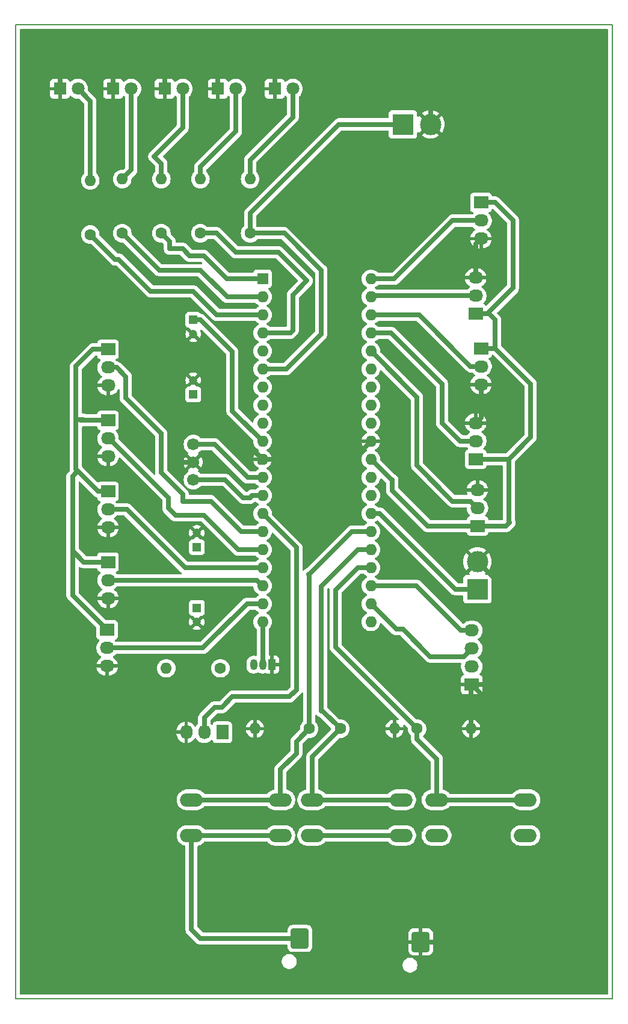
<source format=gbr>
%TF.GenerationSoftware,KiCad,Pcbnew,8.0.1*%
%TF.CreationDate,2024-06-24T22:12:17-03:00*%
%TF.ProjectId,House_Project,486f7573-655f-4507-926f-6a6563742e6b,rev?*%
%TF.SameCoordinates,Original*%
%TF.FileFunction,Copper,L2,Bot*%
%TF.FilePolarity,Positive*%
%FSLAX46Y46*%
G04 Gerber Fmt 4.6, Leading zero omitted, Abs format (unit mm)*
G04 Created by KiCad (PCBNEW 8.0.1) date 2024-06-24 22:12:17*
%MOMM*%
%LPD*%
G01*
G04 APERTURE LIST*
G04 Aperture macros list*
%AMRoundRect*
0 Rectangle with rounded corners*
0 $1 Rounding radius*
0 $2 $3 $4 $5 $6 $7 $8 $9 X,Y pos of 4 corners*
0 Add a 4 corners polygon primitive as box body*
4,1,4,$2,$3,$4,$5,$6,$7,$8,$9,$2,$3,0*
0 Add four circle primitives for the rounded corners*
1,1,$1+$1,$2,$3*
1,1,$1+$1,$4,$5*
1,1,$1+$1,$6,$7*
1,1,$1+$1,$8,$9*
0 Add four rect primitives between the rounded corners*
20,1,$1+$1,$2,$3,$4,$5,0*
20,1,$1+$1,$4,$5,$6,$7,0*
20,1,$1+$1,$6,$7,$8,$9,0*
20,1,$1+$1,$8,$9,$2,$3,0*%
G04 Aperture macros list end*
%TA.AperFunction,NonConductor*%
%ADD10C,0.200000*%
%TD*%
%TA.AperFunction,ComponentPad*%
%ADD11R,1.600000X1.600000*%
%TD*%
%TA.AperFunction,ComponentPad*%
%ADD12O,1.600000X1.600000*%
%TD*%
%TA.AperFunction,ComponentPad*%
%ADD13C,1.600000*%
%TD*%
%TA.AperFunction,ComponentPad*%
%ADD14R,1.050000X1.500000*%
%TD*%
%TA.AperFunction,ComponentPad*%
%ADD15O,1.050000X1.500000*%
%TD*%
%TA.AperFunction,ComponentPad*%
%ADD16R,3.000000X3.000000*%
%TD*%
%TA.AperFunction,ComponentPad*%
%ADD17C,3.000000*%
%TD*%
%TA.AperFunction,ComponentPad*%
%ADD18R,1.800000X1.800000*%
%TD*%
%TA.AperFunction,ComponentPad*%
%ADD19C,1.800000*%
%TD*%
%TA.AperFunction,ComponentPad*%
%ADD20O,2.030000X1.730000*%
%TD*%
%TA.AperFunction,ComponentPad*%
%ADD21R,2.030000X1.730000*%
%TD*%
%TA.AperFunction,ComponentPad*%
%ADD22O,1.730000X2.030000*%
%TD*%
%TA.AperFunction,ComponentPad*%
%ADD23R,1.730000X2.030000*%
%TD*%
%TA.AperFunction,ComponentPad*%
%ADD24O,3.200000X1.900000*%
%TD*%
%TA.AperFunction,ComponentPad*%
%ADD25RoundRect,0.250000X-0.980000X-1.150000X0.980000X-1.150000X0.980000X1.150000X-0.980000X1.150000X0*%
%TD*%
%TA.AperFunction,ComponentPad*%
%ADD26C,1.700000*%
%TD*%
%TA.AperFunction,ComponentPad*%
%ADD27R,1.200000X1.200000*%
%TD*%
%TA.AperFunction,ComponentPad*%
%ADD28C,1.200000*%
%TD*%
%TA.AperFunction,Conductor*%
%ADD29C,0.700000*%
%TD*%
G04 APERTURE END LIST*
D10*
X73000000Y-37000000D02*
X157000000Y-37000000D01*
X157000000Y-174000000D01*
X73000000Y-174000000D01*
X73000000Y-37000000D01*
D11*
%TO.P,U1,1,PB0*%
%TO.N,PB0*%
X107760000Y-72720000D03*
D12*
%TO.P,U1,2,PB1*%
%TO.N,PB1*%
X107760000Y-75260000D03*
%TO.P,U1,3,PB2*%
%TO.N,PB2*%
X107760000Y-77800000D03*
%TO.P,U1,4,PB3*%
%TO.N,PB3*%
X107760000Y-80340000D03*
%TO.P,U1,5,PB4*%
%TO.N,PB4*%
X107760000Y-82880000D03*
%TO.P,U1,6,PB5*%
X107760000Y-85420000D03*
%TO.P,U1,7,PB6*%
%TO.N,unconnected-(U1-PB6-Pad7)*%
X107760000Y-87960000D03*
%TO.P,U1,8,PB7*%
%TO.N,unconnected-(U1-PB7-Pad8)*%
X107760000Y-90500000D03*
%TO.P,U1,9,~{RESET}*%
%TO.N,unconnected-(U1-~{RESET}-Pad9)*%
X107760000Y-93040000D03*
%TO.P,U1,10,VCC*%
%TO.N,VCC*%
X107760000Y-95580000D03*
%TO.P,U1,11,GND*%
%TO.N,GND*%
X107760000Y-98120000D03*
%TO.P,U1,12,XTAL2*%
%TO.N,Net-(U1-XTAL2)*%
X107760000Y-100660000D03*
%TO.P,U1,13,XTAL1*%
%TO.N,Net-(U1-XTAL1)*%
X107760000Y-103200000D03*
%TO.P,U1,14,PD0*%
%TO.N,PD0*%
X107760000Y-105740000D03*
%TO.P,U1,15,PD1*%
%TO.N,PD1*%
X107760000Y-108280000D03*
%TO.P,U1,16,PD2*%
%TO.N,PD2*%
X107760000Y-110820000D03*
%TO.P,U1,17,PD3*%
%TO.N,PD3*%
X107760000Y-113360000D03*
%TO.P,U1,18,PD4*%
%TO.N,PD4*%
X107760000Y-115900000D03*
%TO.P,U1,19,PD5*%
%TO.N,PD5*%
X107760000Y-118440000D03*
%TO.P,U1,20,PD6*%
%TO.N,PD6*%
X107760000Y-120980000D03*
%TO.P,U1,21,PD7*%
%TO.N,unconnected-(U1-PD7-Pad21)*%
X123000000Y-120980000D03*
%TO.P,U1,22,PC0*%
%TO.N,SDA*%
X123000000Y-118440000D03*
%TO.P,U1,23,PC1*%
%TO.N,SCL*%
X123000000Y-115900000D03*
%TO.P,U1,24,PC2*%
%TO.N,PC2*%
X123000000Y-113360000D03*
%TO.P,U1,25,PC3*%
%TO.N,PC3*%
X123000000Y-110820000D03*
%TO.P,U1,26,PC4*%
%TO.N,PC4*%
X123000000Y-108280000D03*
%TO.P,U1,27,PC5*%
%TO.N,PC5*%
X123000000Y-105740000D03*
%TO.P,U1,28,PC6*%
%TO.N,unconnected-(U1-PC6-Pad28)*%
X123000000Y-103200000D03*
%TO.P,U1,29,PC7*%
%TO.N,unconnected-(U1-PC7-Pad29)*%
X123000000Y-100660000D03*
%TO.P,U1,30,AVCC*%
%TO.N,VCC*%
X123000000Y-98120000D03*
%TO.P,U1,31,GND*%
%TO.N,GND*%
X123000000Y-95580000D03*
%TO.P,U1,32,AREF*%
%TO.N,unconnected-(U1-AREF-Pad32)*%
X123000000Y-93040000D03*
%TO.P,U1,33,PA7*%
%TO.N,unconnected-(U1-PA7-Pad33)*%
X123000000Y-90500000D03*
%TO.P,U1,34,PA6*%
%TO.N,unconnected-(U1-PA6-Pad34)*%
X123000000Y-87960000D03*
%TO.P,U1,35,PA5*%
%TO.N,unconnected-(U1-PA5-Pad35)*%
X123000000Y-85420000D03*
%TO.P,U1,36,PA4*%
%TO.N,PA4*%
X123000000Y-82880000D03*
%TO.P,U1,37,PA3*%
%TO.N,PA3*%
X123000000Y-80340000D03*
%TO.P,U1,38,PA2*%
%TO.N,PA2*%
X123000000Y-77800000D03*
%TO.P,U1,39,PA1*%
%TO.N,PA1*%
X123000000Y-75260000D03*
%TO.P,U1,40,PA0*%
%TO.N,PA0*%
X123000000Y-72720000D03*
%TD*%
D13*
%TO.P,R9-10KOhm1,1*%
%TO.N,PC4*%
X114310000Y-136000000D03*
D12*
%TO.P,R9-10KOhm1,2*%
%TO.N,GND*%
X106690000Y-136000000D03*
%TD*%
D14*
%TO.P,Temperatura1,1,GND*%
%TO.N,GND*%
X109040000Y-127000000D03*
D15*
%TO.P,Temperatura1,2,DQ*%
%TO.N,PD6*%
X107770000Y-127000000D03*
%TO.P,Temperatura1,3,V_{DD}*%
%TO.N,VCC*%
X106500000Y-127000000D03*
%TD*%
D16*
%TO.P,Rel\u00E9_AltoFalante1,1,Pin_1*%
%TO.N,PC5*%
X138000000Y-116380000D03*
D17*
%TO.P,Rel\u00E9_AltoFalante1,2,Pin_2*%
%TO.N,GND*%
X138000000Y-112500000D03*
%TD*%
D13*
%TO.P,R8-10KOhm1,1*%
%TO.N,PC3*%
X118690000Y-136000000D03*
D12*
%TO.P,R8-10KOhm1,2*%
%TO.N,GND*%
X126310000Y-136000000D03*
%TD*%
D13*
%TO.P,R7-10Khm1,1*%
%TO.N,PC2*%
X129500000Y-136000000D03*
D12*
%TO.P,R7-10Khm1,2*%
%TO.N,GND*%
X137120000Y-136000000D03*
%TD*%
D13*
%TO.P,R6-220Ohm1,1*%
%TO.N,PB4*%
X106000000Y-66310000D03*
D12*
%TO.P,R6-220Ohm1,2*%
%TO.N,Net-(Quintal1-A)*%
X106000000Y-58690000D03*
%TD*%
D13*
%TO.P,R5-220Ohm1,1*%
%TO.N,PB3*%
X99000000Y-66310000D03*
D12*
%TO.P,R5-220Ohm1,2*%
%TO.N,Net-(Cozinha1-A)*%
X99000000Y-58690000D03*
%TD*%
D13*
%TO.P,R4-220Ohm1,1*%
%TO.N,PB2*%
X83500000Y-66505000D03*
D12*
%TO.P,R4-220Ohm1,2*%
%TO.N,Net-(Banheiro1-A)*%
X83500000Y-58885000D03*
%TD*%
D13*
%TO.P,R3-220Ohm1,1*%
%TO.N,PB1*%
X88000000Y-66310000D03*
D12*
%TO.P,R3-220Ohm1,2*%
%TO.N,Net-(Quarto2-A)*%
X88000000Y-58690000D03*
%TD*%
D13*
%TO.P,R2-220Ohm1,1*%
%TO.N,PB0*%
X93500000Y-66310000D03*
D12*
%TO.P,R2-220Ohm1,2*%
%TO.N,Net-(Quarto1-A)*%
X93500000Y-58690000D03*
%TD*%
D13*
%TO.P,R1-4\u002C7kOhm1,1*%
%TO.N,PD6*%
X101810000Y-127500000D03*
D12*
%TO.P,R1-4\u002C7kOhm1,2*%
%TO.N,VCC*%
X94190000Y-127500000D03*
%TD*%
D18*
%TO.P,Quintal1,1,K*%
%TO.N,GND*%
X109460000Y-46000000D03*
D19*
%TO.P,Quintal1,2,A*%
%TO.N,Net-(Quintal1-A)*%
X112000000Y-46000000D03*
%TD*%
D18*
%TO.P,Quarto2,1,K*%
%TO.N,GND*%
X86725000Y-46000000D03*
D19*
%TO.P,Quarto2,2,A*%
%TO.N,Net-(Quarto2-A)*%
X89265000Y-46000000D03*
%TD*%
D18*
%TO.P,Quarto1,1,K*%
%TO.N,GND*%
X93960000Y-46000000D03*
D19*
%TO.P,Quarto1,2,A*%
%TO.N,Net-(Quarto1-A)*%
X96500000Y-46000000D03*
%TD*%
D20*
%TO.P,Presen6,3,Pin_3*%
%TO.N,GND*%
X85875000Y-127185000D03*
%TO.P,Presen6,2,Pin_2*%
%TO.N,PD5*%
X85875000Y-124645000D03*
D21*
%TO.P,Presen6,1,Pin_1*%
%TO.N,VCC*%
X85875000Y-122105000D03*
%TD*%
D20*
%TO.P,Presen5,3,Pin_3*%
%TO.N,GND*%
X86000000Y-117655000D03*
%TO.P,Presen5,2,Pin_2*%
%TO.N,PD4*%
X86000000Y-115115000D03*
D21*
%TO.P,Presen5,1,Pin_1*%
%TO.N,VCC*%
X86000000Y-112575000D03*
%TD*%
D20*
%TO.P,Presen4,3,Pin_3*%
%TO.N,GND*%
X86000000Y-107695000D03*
%TO.P,Presen4,2,Pin_2*%
%TO.N,PD3*%
X86000000Y-105155000D03*
D21*
%TO.P,Presen4,1,Pin_1*%
%TO.N,VCC*%
X86000000Y-102615000D03*
%TD*%
D20*
%TO.P,Presen3,3,Pin_3*%
%TO.N,GND*%
X86000000Y-97695000D03*
%TO.P,Presen3,2,Pin_2*%
%TO.N,PD2*%
X86000000Y-95155000D03*
D21*
%TO.P,Presen3,1,Pin_1*%
%TO.N,VCC*%
X86000000Y-92615000D03*
%TD*%
D20*
%TO.P,Presen2,3,Pin_3*%
%TO.N,GND*%
X86000000Y-87735000D03*
%TO.P,Presen2,2,Pin_2*%
%TO.N,PD1*%
X86000000Y-85195000D03*
D21*
%TO.P,Presen2,1,Pin_1*%
%TO.N,VCC*%
X86000000Y-82655000D03*
%TD*%
D22*
%TO.P,Presen1,3,Pin_3*%
%TO.N,GND*%
X97000000Y-136500000D03*
%TO.P,Presen1,2,Pin_2*%
%TO.N,PD0*%
X99540000Y-136500000D03*
D23*
%TO.P,Presen1,1,Pin_1*%
%TO.N,VCC*%
X102080000Y-136500000D03*
%TD*%
D24*
%TO.P,Ligar/Desligar_Alarme1,1,1*%
%TO.N,VCC*%
X127250000Y-151000000D03*
X114750000Y-151000000D03*
%TO.P,Ligar/Desligar_Alarme1,2,2*%
%TO.N,PC3*%
X127250000Y-146000000D03*
X114750000Y-146000000D03*
%TD*%
D21*
%TO.P,LCD16x2,1,Pin_1*%
%TO.N,GND*%
X137200000Y-129800000D03*
D20*
%TO.P,LCD16x2,2,Pin_2*%
%TO.N,VCC*%
X137200000Y-127260000D03*
%TO.P,LCD16x2,3,Pin_3*%
%TO.N,SDA*%
X137200000Y-124720000D03*
%TO.P,LCD16x2,4,Pin_4*%
%TO.N,SCL*%
X137200000Y-122180000D03*
%TD*%
D25*
%TO.P,GND1,1,Pin_1*%
%TO.N,GND*%
X130000000Y-166000000D03*
%TD*%
D21*
%TO.P,Gas5,1,Pin_1*%
%TO.N,VCC*%
X138500000Y-62000000D03*
D20*
%TO.P,Gas5,2,Pin_2*%
%TO.N,PA0*%
X138500000Y-64540000D03*
%TO.P,Gas5,3,Pin_3*%
%TO.N,GND*%
X138500000Y-67080000D03*
%TD*%
D21*
%TO.P,Gas4,1,Pin_1*%
%TO.N,VCC*%
X137750000Y-77655000D03*
D20*
%TO.P,Gas4,2,Pin_2*%
%TO.N,PA1*%
X137750000Y-75115000D03*
%TO.P,Gas4,3,Pin_3*%
%TO.N,GND*%
X137750000Y-72575000D03*
%TD*%
D21*
%TO.P,Gas3,1,Pin_1*%
%TO.N,VCC*%
X138500000Y-82500000D03*
D20*
%TO.P,Gas3,2,Pin_2*%
%TO.N,PA2*%
X138500000Y-85040000D03*
%TO.P,Gas3,3,Pin_3*%
%TO.N,GND*%
X138500000Y-87580000D03*
%TD*%
D21*
%TO.P,Gas2,1,Pin_1*%
%TO.N,VCC*%
X137750000Y-98080000D03*
D20*
%TO.P,Gas2,2,Pin_2*%
%TO.N,PA3*%
X137750000Y-95540000D03*
%TO.P,Gas2,3,Pin_3*%
%TO.N,GND*%
X137750000Y-93000000D03*
%TD*%
D21*
%TO.P,Gas1,1,Pin_1*%
%TO.N,VCC*%
X138000000Y-107500000D03*
D20*
%TO.P,Gas1,2,Pin_2*%
%TO.N,PA4*%
X138000000Y-104960000D03*
%TO.P,Gas1,3,Pin_3*%
%TO.N,GND*%
X138000000Y-102420000D03*
%TD*%
D24*
%TO.P,Desligar_AlarmeSonoro1,1,1*%
%TO.N,VCC*%
X110250000Y-151000000D03*
X97750000Y-151000000D03*
%TO.P,Desligar_AlarmeSonoro1,2,2*%
%TO.N,PC4*%
X110250000Y-146000000D03*
X97750000Y-146000000D03*
%TD*%
D26*
%TO.P,Cristal-16MHz1,1,1*%
%TO.N,Net-(U1-XTAL1)*%
X98000000Y-101000000D03*
%TO.P,Cristal-16MHz1,2,2*%
%TO.N,GND*%
X98000000Y-98500000D03*
%TO.P,Cristal-16MHz1,3,3*%
%TO.N,Net-(U1-XTAL2)*%
X98000000Y-96000000D03*
%TD*%
D18*
%TO.P,Cozinha1,1,K*%
%TO.N,GND*%
X101460000Y-46000000D03*
D19*
%TO.P,Cozinha1,2,A*%
%TO.N,Net-(Cozinha1-A)*%
X104000000Y-46000000D03*
%TD*%
D27*
%TO.P,C4-22pF1,1*%
%TO.N,Net-(U1-XTAL2)*%
X98000000Y-89000000D03*
D28*
%TO.P,C4-22pF1,2*%
%TO.N,GND*%
X98000000Y-87000000D03*
%TD*%
D27*
%TO.P,C3-22pF1,1*%
%TO.N,Net-(U1-XTAL1)*%
X98500000Y-110472600D03*
D28*
%TO.P,C3-22pF1,2*%
%TO.N,GND*%
X98500000Y-108472600D03*
%TD*%
D27*
%TO.P,C2-100nF1,1*%
%TO.N,VCC*%
X98000000Y-78500000D03*
D28*
%TO.P,C2-100nF1,2*%
%TO.N,GND*%
X98000000Y-80500000D03*
%TD*%
D27*
%TO.P,C1-100nF1,1*%
%TO.N,VCC*%
X98500000Y-119000000D03*
D28*
%TO.P,C1-100nF1,2*%
%TO.N,GND*%
X98500000Y-121000000D03*
%TD*%
D16*
%TO.P,Buzzer_Gas1,1,Pin_1*%
%TO.N,PB4*%
X127500000Y-51000000D03*
D17*
%TO.P,Buzzer_Gas1,2,Pin_2*%
%TO.N,GND*%
X131380000Y-51000000D03*
%TD*%
D18*
%TO.P,Banheiro1,1,K*%
%TO.N,GND*%
X79225000Y-46000000D03*
D19*
%TO.P,Banheiro1,2,A*%
%TO.N,Net-(Banheiro1-A)*%
X81765000Y-46000000D03*
%TD*%
D24*
%TO.P,Alterar_Temp1,1,1*%
%TO.N,VCC*%
X144750000Y-151000000D03*
X132250000Y-151000000D03*
%TO.P,Alterar_Temp1,2,2*%
%TO.N,PC2*%
X144750000Y-146000000D03*
X132250000Y-146000000D03*
%TD*%
D25*
%TO.P,+5,1,Pin_1*%
%TO.N,VCC*%
X113000000Y-165500000D03*
%TD*%
D29*
%TO.N,GND*%
X139000000Y-166000000D02*
X151000000Y-154000000D01*
X130000000Y-166000000D02*
X139000000Y-166000000D01*
%TO.N,VCC*%
X99000000Y-165500000D02*
X113000000Y-165500000D01*
X97750000Y-164250000D02*
X99000000Y-165500000D01*
%TO.N,GND*%
X120460000Y-98120000D02*
X123000000Y-95580000D01*
X107760000Y-98120000D02*
X120460000Y-98120000D01*
%TO.N,VCC*%
X98000000Y-78500000D02*
X99000000Y-78500000D01*
X99000000Y-78500000D02*
X103500000Y-83000000D01*
X103500000Y-83000000D02*
X103500000Y-91320000D01*
X103500000Y-91320000D02*
X107760000Y-95580000D01*
%TO.N,PC2*%
X121140000Y-113360000D02*
X123000000Y-113360000D01*
X118000000Y-116500000D02*
X121140000Y-113360000D01*
X118000000Y-124500000D02*
X118000000Y-116500000D01*
X129500000Y-136000000D02*
X118000000Y-124500000D01*
%TO.N,PC3*%
X121180000Y-110820000D02*
X123000000Y-110820000D01*
X116000000Y-116000000D02*
X121180000Y-110820000D01*
X116000000Y-133500000D02*
X116000000Y-116000000D01*
X118690000Y-136000000D02*
X116190000Y-133500000D01*
X116190000Y-133500000D02*
X116000000Y-133500000D01*
%TO.N,PC4*%
X120340000Y-108280000D02*
X123000000Y-108280000D01*
X114310000Y-114310000D02*
X120340000Y-108280000D01*
X114310000Y-136000000D02*
X114310000Y-114310000D01*
X114310000Y-114310000D02*
X114250000Y-114250000D01*
%TO.N,PD0*%
X103500000Y-131500000D02*
X111500000Y-131500000D01*
X111500000Y-131500000D02*
X112500000Y-130500000D01*
X102000000Y-133000000D02*
X103500000Y-131500000D01*
X112500000Y-130500000D02*
X112500000Y-110480000D01*
X101000000Y-133000000D02*
X102000000Y-133000000D01*
X99540000Y-134460000D02*
X101000000Y-133000000D01*
X112500000Y-110480000D02*
X107760000Y-105740000D01*
X99540000Y-136500000D02*
X99540000Y-134460000D01*
%TO.N,GND*%
X142500000Y-126500000D02*
X142500000Y-117000000D01*
X142500000Y-117000000D02*
X138000000Y-112500000D01*
X139200000Y-129800000D02*
X142500000Y-126500000D01*
X137200000Y-129800000D02*
X139200000Y-129800000D01*
X137120000Y-129880000D02*
X137200000Y-129800000D01*
X137120000Y-136000000D02*
X137120000Y-129880000D01*
%TO.N,PC2*%
X129500000Y-137500000D02*
X129500000Y-136000000D01*
X132250000Y-140250000D02*
X129500000Y-137500000D01*
X132250000Y-146000000D02*
X132250000Y-140250000D01*
%TO.N,PC3*%
X114750000Y-139940000D02*
X118690000Y-136000000D01*
X114750000Y-146000000D02*
X114750000Y-139940000D01*
%TO.N,PC4*%
X112500000Y-139500000D02*
X112500000Y-137810000D01*
X112500000Y-137810000D02*
X114310000Y-136000000D01*
X110250000Y-141750000D02*
X112500000Y-139500000D01*
X110250000Y-146000000D02*
X110250000Y-141750000D01*
%TO.N,VCC*%
X110250000Y-151000000D02*
X97750000Y-151000000D01*
X127250000Y-151000000D02*
X114750000Y-151000000D01*
%TO.N,PC2*%
X132250000Y-146000000D02*
X144750000Y-146000000D01*
%TO.N,PC3*%
X114750000Y-146000000D02*
X127250000Y-146000000D01*
%TO.N,PC4*%
X97750000Y-146000000D02*
X110250000Y-146000000D01*
%TO.N,GND*%
X106140000Y-96500000D02*
X107760000Y-98120000D01*
X101500000Y-92500000D02*
X105500000Y-96500000D01*
X105500000Y-96500000D02*
X106140000Y-96500000D01*
X96000000Y-92500000D02*
X101500000Y-92500000D01*
X95500000Y-97000000D02*
X96000000Y-96500000D01*
X96000000Y-96500000D02*
X96000000Y-92500000D01*
X95500000Y-98000000D02*
X95500000Y-97000000D01*
X96000000Y-98500000D02*
X95500000Y-98000000D01*
X98000000Y-98500000D02*
X96000000Y-98500000D01*
%TO.N,VCC*%
X83845000Y-82655000D02*
X86000000Y-82655000D01*
X81500000Y-85000000D02*
X83845000Y-82655000D01*
X81500000Y-92500000D02*
X81500000Y-85000000D01*
X140500000Y-62000000D02*
X138500000Y-62000000D01*
X143000000Y-64500000D02*
X140500000Y-62000000D01*
X143000000Y-74000000D02*
X143000000Y-64500000D01*
X139655000Y-77345000D02*
X143000000Y-74000000D01*
X139655000Y-77655000D02*
X139655000Y-77345000D01*
%TO.N,Net-(U1-XTAL1)*%
X106000000Y-103500000D02*
X106300000Y-103200000D01*
X106300000Y-103200000D02*
X107760000Y-103200000D01*
X105000000Y-103500000D02*
X106000000Y-103500000D01*
X102500000Y-101000000D02*
X105000000Y-103500000D01*
X98000000Y-101000000D02*
X102500000Y-101000000D01*
%TO.N,VCC*%
X125880000Y-101000000D02*
X123000000Y-98120000D01*
X126000000Y-102500000D02*
X126000000Y-101000000D01*
X131000000Y-107500000D02*
X126000000Y-102500000D01*
X126000000Y-101000000D02*
X125880000Y-101000000D01*
X138000000Y-107500000D02*
X131000000Y-107500000D01*
X142500000Y-107000000D02*
X142000000Y-107500000D01*
X142000000Y-107500000D02*
X138000000Y-107500000D01*
X142420000Y-106920000D02*
X142500000Y-107000000D01*
X142420000Y-98080000D02*
X142420000Y-106920000D01*
%TO.N,PA4*%
X137040000Y-104000000D02*
X138000000Y-104960000D01*
X129500000Y-99000000D02*
X134500000Y-104000000D01*
X134500000Y-104000000D02*
X137040000Y-104000000D01*
X129500000Y-89380000D02*
X129500000Y-99000000D01*
X123000000Y-82880000D02*
X129500000Y-89380000D01*
%TO.N,Net-(U1-XTAL2)*%
X101000000Y-96000000D02*
X105660000Y-100660000D01*
X105660000Y-100660000D02*
X107760000Y-100660000D01*
X98000000Y-96000000D02*
X101000000Y-96000000D01*
%TO.N,PD1*%
X87195000Y-85195000D02*
X86000000Y-85195000D01*
X88500000Y-86500000D02*
X87195000Y-85195000D01*
X88500000Y-89500000D02*
X88500000Y-86500000D01*
X93500000Y-94500000D02*
X88500000Y-89500000D01*
X93500000Y-100000000D02*
X93500000Y-94500000D01*
X96500000Y-103000000D02*
X93500000Y-100000000D01*
X96500000Y-104000000D02*
X96500000Y-103000000D01*
X100500000Y-104000000D02*
X96500000Y-104000000D01*
X104780000Y-108280000D02*
X100500000Y-104000000D01*
X107760000Y-108280000D02*
X104780000Y-108280000D01*
%TO.N,PD2*%
X99500000Y-106000000D02*
X104320000Y-110820000D01*
X95500000Y-106000000D02*
X99500000Y-106000000D01*
X94500000Y-105000000D02*
X95500000Y-106000000D01*
X94500000Y-103500000D02*
X94500000Y-105000000D01*
X104320000Y-110820000D02*
X107760000Y-110820000D01*
X86000000Y-95155000D02*
X86155000Y-95155000D01*
X86155000Y-95155000D02*
X94500000Y-103500000D01*
%TO.N,PD3*%
X96860000Y-113360000D02*
X107760000Y-113360000D01*
X88655000Y-105155000D02*
X96860000Y-113360000D01*
X86000000Y-105155000D02*
X88655000Y-105155000D01*
%TO.N,PD4*%
X106975000Y-115115000D02*
X107760000Y-115900000D01*
X86000000Y-115115000D02*
X106975000Y-115115000D01*
%TO.N,PD5*%
X99355000Y-124645000D02*
X105560000Y-118440000D01*
X85875000Y-124645000D02*
X99355000Y-124645000D01*
X105560000Y-118440000D02*
X107760000Y-118440000D01*
%TO.N,PC5*%
X124240000Y-105740000D02*
X123000000Y-105740000D01*
X138000000Y-116380000D02*
X134880000Y-116380000D01*
X134880000Y-116380000D02*
X124240000Y-105740000D01*
%TO.N,SDA*%
X127500000Y-122000000D02*
X126560000Y-122000000D01*
X126560000Y-122000000D02*
X123000000Y-118440000D01*
X136050000Y-125870000D02*
X131370000Y-125870000D01*
X131370000Y-125870000D02*
X127500000Y-122000000D01*
X137200000Y-124720000D02*
X136050000Y-125870000D01*
%TO.N,SCL*%
X129400000Y-115900000D02*
X123000000Y-115900000D01*
X135680000Y-122180000D02*
X129400000Y-115900000D01*
X137200000Y-122180000D02*
X135680000Y-122180000D01*
%TO.N,PC3*%
X118810000Y-136000000D02*
X118690000Y-136000000D01*
%TO.N,PD6*%
X107770000Y-120990000D02*
X107760000Y-120980000D01*
X107770000Y-127000000D02*
X107770000Y-120990000D01*
%TO.N,GND*%
X137200000Y-129800000D02*
X136510000Y-129800000D01*
X151000000Y-154000000D02*
X151000000Y-143600000D01*
X151000000Y-143600000D02*
X137200000Y-129800000D01*
%TO.N,VCC*%
X97750000Y-164250000D02*
X97750000Y-151000000D01*
%TO.N,GND*%
X107380000Y-98500000D02*
X107760000Y-98120000D01*
%TO.N,VCC*%
X86000000Y-92615000D02*
X82115000Y-92615000D01*
%TO.N,PA3*%
X133000000Y-87500000D02*
X125840000Y-80340000D01*
X125840000Y-80340000D02*
X123000000Y-80340000D01*
X133000000Y-93000000D02*
X133000000Y-87500000D01*
X135540000Y-95540000D02*
X133000000Y-93000000D01*
X137750000Y-95540000D02*
X135540000Y-95540000D01*
%TO.N,GND*%
X138500000Y-92250000D02*
X137750000Y-93000000D01*
%TO.N,PA3*%
X137750000Y-95540000D02*
X137750000Y-95250000D01*
%TO.N,GND*%
X138500000Y-87580000D02*
X138500000Y-92250000D01*
%TO.N,PA2*%
X129800000Y-77800000D02*
X123000000Y-77800000D01*
X137040000Y-85040000D02*
X129800000Y-77800000D01*
X138500000Y-85040000D02*
X137040000Y-85040000D01*
%TO.N,PA1*%
X123145000Y-75115000D02*
X123000000Y-75260000D01*
X137750000Y-75115000D02*
X123145000Y-75115000D01*
%TO.N,GND*%
X137750000Y-67830000D02*
X138500000Y-67080000D01*
X137750000Y-72575000D02*
X137750000Y-67830000D01*
%TO.N,VCC*%
X140500000Y-78500000D02*
X139655000Y-77655000D01*
X139655000Y-77655000D02*
X137750000Y-77655000D01*
X140500000Y-82500000D02*
X140500000Y-78500000D01*
X140500000Y-82500000D02*
X138500000Y-82500000D01*
X145500000Y-87500000D02*
X140500000Y-82500000D01*
X142420000Y-98080000D02*
X145500000Y-95000000D01*
X137750000Y-98080000D02*
X142420000Y-98080000D01*
X145500000Y-95000000D02*
X145500000Y-87500000D01*
X137710000Y-98120000D02*
X137750000Y-98080000D01*
%TO.N,PA0*%
X126280000Y-72720000D02*
X123000000Y-72720000D01*
X134460000Y-64540000D02*
X126280000Y-72720000D01*
X138500000Y-64540000D02*
X134460000Y-64540000D01*
%TO.N,VCC*%
X138000000Y-62500000D02*
X138500000Y-62000000D01*
%TO.N,PB4*%
X106000000Y-63500000D02*
X106000000Y-66310000D01*
X118500000Y-51000000D02*
X106000000Y-63500000D01*
X127500000Y-51000000D02*
X118500000Y-51000000D01*
%TO.N,PB0*%
X94690000Y-67500000D02*
X93500000Y-66310000D01*
X94690000Y-68500000D02*
X94690000Y-67500000D01*
%TO.N,PB3*%
X112000000Y-80000000D02*
X111660000Y-80340000D01*
X112000000Y-75000000D02*
X112000000Y-80000000D01*
X110000000Y-69000000D02*
X114000000Y-73000000D01*
X104000000Y-69000000D02*
X110000000Y-69000000D01*
X101310000Y-66310000D02*
X104000000Y-69000000D01*
X111660000Y-80340000D02*
X107760000Y-80340000D01*
X99000000Y-66310000D02*
X101310000Y-66310000D01*
X114000000Y-73000000D02*
X112000000Y-75000000D01*
%TO.N,PB4*%
X106000000Y-66310000D02*
X110810000Y-66310000D01*
%TO.N,Net-(Quarto1-A)*%
X93500000Y-56500000D02*
X93500000Y-58690000D01*
X92500000Y-55500000D02*
X93500000Y-56500000D01*
%TO.N,Net-(Cozinha1-A)*%
X104000000Y-52000000D02*
X99000000Y-57000000D01*
X104000000Y-46000000D02*
X104000000Y-52000000D01*
X99000000Y-57000000D02*
X99000000Y-58690000D01*
%TO.N,Net-(Quintal1-A)*%
X106000000Y-56000000D02*
X106000000Y-58690000D01*
X112000000Y-46000000D02*
X112000000Y-50000000D01*
X112000000Y-50000000D02*
X106000000Y-56000000D01*
%TO.N,PB0*%
X102720000Y-72720000D02*
X107760000Y-72720000D01*
X97500000Y-69500000D02*
X99500000Y-69500000D01*
X99500000Y-69500000D02*
X102720000Y-72720000D01*
X96500000Y-68500000D02*
X97500000Y-69500000D01*
X94690000Y-68500000D02*
X96500000Y-68500000D01*
%TO.N,PB4*%
X116000000Y-71500000D02*
X116000000Y-80500000D01*
X116000000Y-80500000D02*
X111080000Y-85420000D01*
X111080000Y-85420000D02*
X107760000Y-85420000D01*
X110810000Y-66310000D02*
X116000000Y-71500000D01*
%TO.N,PB1*%
X102760000Y-75260000D02*
X107760000Y-75260000D01*
X99000000Y-71500000D02*
X102760000Y-75260000D01*
X93190000Y-71500000D02*
X99000000Y-71500000D01*
X88000000Y-66310000D02*
X93190000Y-71500000D01*
%TO.N,PB2*%
X87500000Y-70000000D02*
X92000000Y-74500000D01*
X92000000Y-74500000D02*
X98000000Y-74500000D01*
X86995000Y-70000000D02*
X87500000Y-70000000D01*
X98000000Y-74500000D02*
X101300000Y-77800000D01*
X101300000Y-77800000D02*
X107760000Y-77800000D01*
X83500000Y-66505000D02*
X86995000Y-70000000D01*
%TO.N,GND*%
X126960000Y-42460000D02*
X130500000Y-46000000D01*
X109460000Y-42460000D02*
X126960000Y-42460000D01*
X130500000Y-46000000D02*
X130500000Y-47000000D01*
X109250000Y-42250000D02*
X109460000Y-42460000D01*
X130500000Y-47000000D02*
X131380000Y-47880000D01*
X131380000Y-47880000D02*
X131380000Y-51000000D01*
X108250000Y-41250000D02*
X109250000Y-42250000D01*
X109460000Y-42460000D02*
X109460000Y-46000000D01*
X98250000Y-41250000D02*
X108250000Y-41250000D01*
X98000000Y-41000000D02*
X101460000Y-44460000D01*
X97500000Y-40500000D02*
X98000000Y-41000000D01*
X98000000Y-41000000D02*
X98250000Y-41250000D01*
X101460000Y-44460000D02*
X101460000Y-46000000D01*
X91500000Y-40500000D02*
X97500000Y-40500000D01*
%TO.N,Net-(Quarto1-A)*%
X96500000Y-51500000D02*
X92500000Y-55500000D01*
X96500000Y-46000000D02*
X96500000Y-51500000D01*
%TO.N,GND*%
X84250000Y-41250000D02*
X86725000Y-43725000D01*
X93960000Y-42960000D02*
X91500000Y-40500000D01*
X84000000Y-41000000D02*
X84250000Y-41250000D01*
X85000000Y-40500000D02*
X84250000Y-41250000D01*
X93960000Y-46000000D02*
X93960000Y-42960000D01*
X91500000Y-40500000D02*
X85000000Y-40500000D01*
%TO.N,Net-(Quarto2-A)*%
X89265000Y-57425000D02*
X88000000Y-58690000D01*
X89265000Y-46000000D02*
X89265000Y-57425000D01*
%TO.N,GND*%
X86725000Y-43725000D02*
X86725000Y-46000000D01*
X82500000Y-41000000D02*
X84000000Y-41000000D01*
X79225000Y-44275000D02*
X82500000Y-41000000D01*
X79225000Y-46000000D02*
X79225000Y-44275000D01*
%TO.N,Net-(Banheiro1-A)*%
X83500000Y-47735000D02*
X81765000Y-46000000D01*
X83500000Y-58885000D02*
X83500000Y-47735000D01*
%TO.N,VCC*%
X81000000Y-117230000D02*
X85875000Y-122105000D01*
X81000000Y-111000000D02*
X81000000Y-117230000D01*
X81000000Y-111000000D02*
X82575000Y-112575000D01*
X81750000Y-99750000D02*
X81000000Y-100500000D01*
X82575000Y-112575000D02*
X86000000Y-112575000D01*
X81750000Y-99750000D02*
X81500000Y-99500000D01*
X81000000Y-100500000D02*
X81000000Y-111000000D01*
X84615000Y-102615000D02*
X81750000Y-99750000D01*
X82615000Y-92615000D02*
X86000000Y-92615000D01*
X82500000Y-92500000D02*
X82615000Y-92615000D01*
X86000000Y-102615000D02*
X84615000Y-102615000D01*
X81500000Y-99500000D02*
X81500000Y-92500000D01*
X81500000Y-92500000D02*
X82500000Y-92500000D01*
%TD*%
%TA.AperFunction,Conductor*%
%TO.N,GND*%
G36*
X82043389Y-113242676D02*
G01*
X82172137Y-113328703D01*
X82326918Y-113392816D01*
X82491228Y-113425499D01*
X82491232Y-113425500D01*
X82491233Y-113425500D01*
X84366411Y-113425500D01*
X84433450Y-113445185D01*
X84479205Y-113497989D01*
X84489701Y-113536246D01*
X84490909Y-113547483D01*
X84541202Y-113682328D01*
X84541206Y-113682335D01*
X84627452Y-113797544D01*
X84627455Y-113797547D01*
X84742664Y-113883793D01*
X84742673Y-113883798D01*
X84810723Y-113909178D01*
X84858632Y-113927047D01*
X84914566Y-113968917D01*
X84938984Y-114034381D01*
X84924133Y-114102654D01*
X84902982Y-114130910D01*
X84808454Y-114225438D01*
X84682120Y-114399321D01*
X84584541Y-114590829D01*
X84584540Y-114590832D01*
X84518124Y-114795240D01*
X84518124Y-114795243D01*
X84484500Y-115007534D01*
X84484500Y-115222465D01*
X84518124Y-115434756D01*
X84518124Y-115434759D01*
X84584540Y-115639167D01*
X84584541Y-115639170D01*
X84682120Y-115830678D01*
X84808455Y-116004563D01*
X84960437Y-116156545D01*
X85052884Y-116223712D01*
X85137226Y-116284990D01*
X85179892Y-116340320D01*
X85185871Y-116409933D01*
X85153265Y-116471728D01*
X85137227Y-116485626D01*
X84960760Y-116613838D01*
X84960759Y-116613838D01*
X84808838Y-116765759D01*
X84682547Y-116939583D01*
X84585003Y-117131024D01*
X84518610Y-117335364D01*
X84507581Y-117405000D01*
X85555440Y-117405000D01*
X85524755Y-117458147D01*
X85490000Y-117587857D01*
X85490000Y-117722143D01*
X85524755Y-117851853D01*
X85555440Y-117905000D01*
X84507581Y-117905000D01*
X84518610Y-117974635D01*
X84585003Y-118178975D01*
X84682547Y-118370416D01*
X84808838Y-118544240D01*
X84960759Y-118696161D01*
X85134583Y-118822452D01*
X85326024Y-118919996D01*
X85530358Y-118986388D01*
X85742573Y-119020000D01*
X85750000Y-119020000D01*
X85750000Y-118099560D01*
X85803147Y-118130245D01*
X85932857Y-118165000D01*
X86067143Y-118165000D01*
X86196853Y-118130245D01*
X86250000Y-118099560D01*
X86250000Y-119020000D01*
X86257427Y-119020000D01*
X86469639Y-118986388D01*
X86469642Y-118986388D01*
X86673975Y-118919996D01*
X86865416Y-118822452D01*
X87039240Y-118696161D01*
X87191161Y-118544240D01*
X87317452Y-118370416D01*
X87414996Y-118178975D01*
X87481389Y-117974635D01*
X87492419Y-117905000D01*
X86444560Y-117905000D01*
X86475245Y-117851853D01*
X86510000Y-117722143D01*
X86510000Y-117587857D01*
X86475245Y-117458147D01*
X86444560Y-117405000D01*
X87492419Y-117405000D01*
X87481389Y-117335364D01*
X87414996Y-117131024D01*
X87317452Y-116939583D01*
X87191161Y-116765759D01*
X87039240Y-116613838D01*
X86862772Y-116485626D01*
X86820107Y-116430296D01*
X86814128Y-116360682D01*
X86846734Y-116298888D01*
X86862773Y-116284990D01*
X86865675Y-116282881D01*
X86865678Y-116282880D01*
X87039563Y-116156545D01*
X87191545Y-116004563D01*
X87191545Y-116004562D01*
X87194289Y-116001819D01*
X87255612Y-115968334D01*
X87281970Y-115965500D01*
X106346638Y-115965500D01*
X106413677Y-115985185D01*
X106459432Y-116037989D01*
X106470165Y-116078691D01*
X106474365Y-116126690D01*
X106474365Y-116126694D01*
X106533258Y-116346488D01*
X106533261Y-116346497D01*
X106629431Y-116552732D01*
X106629432Y-116552734D01*
X106759954Y-116739141D01*
X106920858Y-116900045D01*
X106920861Y-116900047D01*
X107107266Y-117030568D01*
X107165275Y-117057618D01*
X107217714Y-117103791D01*
X107236866Y-117170984D01*
X107216650Y-117237865D01*
X107165275Y-117282382D01*
X107107267Y-117309431D01*
X107107265Y-117309432D01*
X106920862Y-117439951D01*
X106882741Y-117478073D01*
X106807631Y-117553182D01*
X106746311Y-117586666D01*
X106719952Y-117589500D01*
X105476228Y-117589500D01*
X105311925Y-117622182D01*
X105311917Y-117622184D01*
X105286137Y-117632863D01*
X105286136Y-117632863D01*
X105157143Y-117686292D01*
X105157137Y-117686295D01*
X105157137Y-117686296D01*
X105028632Y-117772162D01*
X105017831Y-117779379D01*
X105017831Y-117779380D01*
X99039030Y-123758181D01*
X98977707Y-123791666D01*
X98951349Y-123794500D01*
X87156970Y-123794500D01*
X87089931Y-123774815D01*
X87069289Y-123758181D01*
X86972018Y-123660910D01*
X86938533Y-123599587D01*
X86943517Y-123529895D01*
X86985389Y-123473962D01*
X87016362Y-123457049D01*
X87132331Y-123413796D01*
X87247546Y-123327546D01*
X87333796Y-123212331D01*
X87384091Y-123077483D01*
X87390500Y-123017873D01*
X87390499Y-121934240D01*
X97919311Y-121934240D01*
X98007585Y-121988897D01*
X98197678Y-122062539D01*
X98398072Y-122100000D01*
X98601928Y-122100000D01*
X98802322Y-122062539D01*
X98992412Y-121988899D01*
X98992416Y-121988897D01*
X99080686Y-121934241D01*
X99080686Y-121934240D01*
X98500001Y-121353553D01*
X98500000Y-121353553D01*
X97919311Y-121934240D01*
X87390499Y-121934240D01*
X87390499Y-121192128D01*
X87385123Y-121142119D01*
X87384091Y-121132516D01*
X87334666Y-121000000D01*
X97395287Y-121000000D01*
X97414096Y-121202989D01*
X97414097Y-121202992D01*
X97469883Y-121399063D01*
X97469886Y-121399069D01*
X97560751Y-121581551D01*
X97562533Y-121583911D01*
X98106950Y-121039496D01*
X98200000Y-121039496D01*
X98220444Y-121115796D01*
X98259940Y-121184205D01*
X98315795Y-121240060D01*
X98384204Y-121279556D01*
X98460504Y-121300000D01*
X98539496Y-121300000D01*
X98615796Y-121279556D01*
X98684205Y-121240060D01*
X98740060Y-121184205D01*
X98779556Y-121115796D01*
X98800000Y-121039496D01*
X98800000Y-121000000D01*
X98853553Y-121000000D01*
X99437465Y-121583912D01*
X99439247Y-121581553D01*
X99439248Y-121581551D01*
X99530113Y-121399069D01*
X99530116Y-121399063D01*
X99585902Y-121202992D01*
X99585903Y-121202989D01*
X99604713Y-121000000D01*
X99604713Y-120999999D01*
X99585903Y-120797010D01*
X99585902Y-120797007D01*
X99530116Y-120600936D01*
X99530113Y-120600930D01*
X99439249Y-120418449D01*
X99439247Y-120418447D01*
X99437465Y-120416087D01*
X98853553Y-121000000D01*
X98800000Y-121000000D01*
X98800000Y-120960504D01*
X98779556Y-120884204D01*
X98740060Y-120815795D01*
X98684205Y-120759940D01*
X98615796Y-120720444D01*
X98539496Y-120700000D01*
X98460504Y-120700000D01*
X98384204Y-120720444D01*
X98315795Y-120759940D01*
X98259940Y-120815795D01*
X98220444Y-120884204D01*
X98200000Y-120960504D01*
X98200000Y-121039496D01*
X98106950Y-121039496D01*
X98146446Y-121000000D01*
X97562533Y-120416087D01*
X97560755Y-120418442D01*
X97560754Y-120418443D01*
X97469886Y-120600930D01*
X97469883Y-120600936D01*
X97414097Y-120797007D01*
X97414096Y-120797010D01*
X97395287Y-120999999D01*
X97395287Y-121000000D01*
X87334666Y-121000000D01*
X87333797Y-120997671D01*
X87333793Y-120997664D01*
X87247547Y-120882455D01*
X87247544Y-120882452D01*
X87132335Y-120796206D01*
X87132328Y-120796202D01*
X86997482Y-120745908D01*
X86997483Y-120745908D01*
X86937883Y-120739501D01*
X86937881Y-120739500D01*
X86937873Y-120739500D01*
X86937865Y-120739500D01*
X85763650Y-120739500D01*
X85696611Y-120719815D01*
X85675969Y-120703181D01*
X84620658Y-119647870D01*
X97399500Y-119647870D01*
X97399501Y-119647876D01*
X97405908Y-119707483D01*
X97456202Y-119842328D01*
X97456206Y-119842335D01*
X97542452Y-119957544D01*
X97542455Y-119957547D01*
X97657664Y-120043793D01*
X97657671Y-120043797D01*
X97792516Y-120094091D01*
X97818419Y-120096875D01*
X97852127Y-120100500D01*
X97902692Y-120100499D01*
X97969729Y-120120182D01*
X97990372Y-120136818D01*
X98500000Y-120646446D01*
X99009628Y-120136818D01*
X99070951Y-120103333D01*
X99097308Y-120100499D01*
X99147872Y-120100499D01*
X99207483Y-120094091D01*
X99342331Y-120043796D01*
X99457546Y-119957546D01*
X99543796Y-119842331D01*
X99594091Y-119707483D01*
X99600500Y-119647873D01*
X99600499Y-118352128D01*
X99594091Y-118292517D01*
X99573587Y-118237544D01*
X99543797Y-118157671D01*
X99543793Y-118157664D01*
X99457547Y-118042455D01*
X99457544Y-118042452D01*
X99342335Y-117956206D01*
X99342328Y-117956202D01*
X99207482Y-117905908D01*
X99207483Y-117905908D01*
X99147883Y-117899501D01*
X99147881Y-117899500D01*
X99147873Y-117899500D01*
X99147864Y-117899500D01*
X97852129Y-117899500D01*
X97852123Y-117899501D01*
X97792516Y-117905908D01*
X97657671Y-117956202D01*
X97657664Y-117956206D01*
X97542455Y-118042452D01*
X97542452Y-118042455D01*
X97456206Y-118157664D01*
X97456202Y-118157671D01*
X97405908Y-118292517D01*
X97399501Y-118352116D01*
X97399501Y-118352123D01*
X97399500Y-118352135D01*
X97399500Y-119647870D01*
X84620658Y-119647870D01*
X81886819Y-116914030D01*
X81853334Y-116852707D01*
X81850500Y-116826349D01*
X81850500Y-113345779D01*
X81870185Y-113278740D01*
X81922989Y-113232985D01*
X81992147Y-113223041D01*
X82043389Y-113242676D01*
G37*
%TD.AperFunction*%
%TA.AperFunction,Conductor*%
G36*
X82055703Y-101258938D02*
G01*
X82062181Y-101264970D01*
X84072834Y-103275624D01*
X84072838Y-103275627D01*
X84212137Y-103368704D01*
X84212139Y-103368705D01*
X84212143Y-103368707D01*
X84294222Y-103402703D01*
X84321584Y-103414037D01*
X84366918Y-103432816D01*
X84387267Y-103436863D01*
X84449178Y-103469248D01*
X84483752Y-103529964D01*
X84486366Y-103545226D01*
X84490909Y-103587483D01*
X84541202Y-103722328D01*
X84541206Y-103722335D01*
X84627452Y-103837544D01*
X84627455Y-103837547D01*
X84742664Y-103923793D01*
X84742673Y-103923798D01*
X84810723Y-103949178D01*
X84858632Y-103967047D01*
X84914566Y-104008917D01*
X84938984Y-104074381D01*
X84924133Y-104142654D01*
X84902982Y-104170910D01*
X84808454Y-104265438D01*
X84682120Y-104439321D01*
X84584541Y-104630829D01*
X84584540Y-104630832D01*
X84518124Y-104835240D01*
X84518124Y-104835243D01*
X84507731Y-104900861D01*
X84484500Y-105047533D01*
X84484500Y-105262467D01*
X84487239Y-105279759D01*
X84518124Y-105474756D01*
X84518124Y-105474759D01*
X84584540Y-105679167D01*
X84584541Y-105679170D01*
X84671360Y-105849561D01*
X84682120Y-105870678D01*
X84808455Y-106044563D01*
X84960437Y-106196545D01*
X84960440Y-106196547D01*
X85137226Y-106324990D01*
X85179892Y-106380320D01*
X85185871Y-106449933D01*
X85153265Y-106511728D01*
X85137227Y-106525626D01*
X84960760Y-106653838D01*
X84960759Y-106653838D01*
X84808838Y-106805759D01*
X84682547Y-106979583D01*
X84585003Y-107171024D01*
X84518610Y-107375364D01*
X84507581Y-107445000D01*
X85555440Y-107445000D01*
X85524755Y-107498147D01*
X85490000Y-107627857D01*
X85490000Y-107762143D01*
X85524755Y-107891853D01*
X85555440Y-107945000D01*
X84507581Y-107945000D01*
X84518610Y-108014635D01*
X84585003Y-108218975D01*
X84682547Y-108410416D01*
X84808838Y-108584240D01*
X84960759Y-108736161D01*
X85134583Y-108862452D01*
X85326024Y-108959996D01*
X85530358Y-109026388D01*
X85742573Y-109060000D01*
X85750000Y-109060000D01*
X85750000Y-108139560D01*
X85803147Y-108170245D01*
X85932857Y-108205000D01*
X86067143Y-108205000D01*
X86196853Y-108170245D01*
X86250000Y-108139560D01*
X86250000Y-109060000D01*
X86257427Y-109060000D01*
X86469639Y-109026388D01*
X86469642Y-109026388D01*
X86673975Y-108959996D01*
X86865416Y-108862452D01*
X87039240Y-108736161D01*
X87191161Y-108584240D01*
X87317452Y-108410416D01*
X87414996Y-108218975D01*
X87481389Y-108014635D01*
X87492419Y-107945000D01*
X86444560Y-107945000D01*
X86475245Y-107891853D01*
X86510000Y-107762143D01*
X86510000Y-107627857D01*
X86475245Y-107498147D01*
X86444560Y-107445000D01*
X87492419Y-107445000D01*
X87481389Y-107375364D01*
X87414996Y-107171024D01*
X87317452Y-106979583D01*
X87191161Y-106805759D01*
X87039240Y-106653838D01*
X86862772Y-106525626D01*
X86820107Y-106470296D01*
X86814128Y-106400682D01*
X86846734Y-106338888D01*
X86862773Y-106324990D01*
X86865675Y-106322881D01*
X86865678Y-106322880D01*
X87039563Y-106196545D01*
X87191545Y-106044563D01*
X87191545Y-106044562D01*
X87194289Y-106041819D01*
X87255612Y-106008334D01*
X87281970Y-106005500D01*
X88251349Y-106005500D01*
X88318388Y-106025185D01*
X88339030Y-106041819D01*
X96317831Y-114020620D01*
X96317834Y-114020622D01*
X96317838Y-114020626D01*
X96342941Y-114037399D01*
X96387745Y-114091010D01*
X96396452Y-114160335D01*
X96366298Y-114223363D01*
X96306854Y-114260082D01*
X96274049Y-114264500D01*
X87281970Y-114264500D01*
X87214931Y-114244815D01*
X87194289Y-114228181D01*
X87097018Y-114130910D01*
X87063533Y-114069587D01*
X87068517Y-113999895D01*
X87110389Y-113943962D01*
X87141362Y-113927049D01*
X87257331Y-113883796D01*
X87372546Y-113797546D01*
X87458796Y-113682331D01*
X87509091Y-113547483D01*
X87515500Y-113487873D01*
X87515499Y-111662128D01*
X87509091Y-111602517D01*
X87498344Y-111573704D01*
X87458797Y-111467671D01*
X87458793Y-111467664D01*
X87372547Y-111352455D01*
X87372544Y-111352452D01*
X87257335Y-111266206D01*
X87257328Y-111266202D01*
X87122482Y-111215908D01*
X87122483Y-111215908D01*
X87062883Y-111209501D01*
X87062881Y-111209500D01*
X87062873Y-111209500D01*
X87062864Y-111209500D01*
X84937129Y-111209500D01*
X84937123Y-111209501D01*
X84877516Y-111215908D01*
X84742671Y-111266202D01*
X84742664Y-111266206D01*
X84627455Y-111352452D01*
X84627452Y-111352455D01*
X84541206Y-111467664D01*
X84541202Y-111467671D01*
X84490909Y-111602513D01*
X84490909Y-111602516D01*
X84490909Y-111602517D01*
X84489700Y-111613755D01*
X84462965Y-111678304D01*
X84405574Y-111718154D01*
X84366412Y-111724500D01*
X82978650Y-111724500D01*
X82911611Y-111704815D01*
X82890969Y-111688181D01*
X81886819Y-110684030D01*
X81853334Y-110622707D01*
X81850500Y-110596349D01*
X81850500Y-101352651D01*
X81870185Y-101285612D01*
X81922989Y-101239857D01*
X81992147Y-101229913D01*
X82055703Y-101258938D01*
G37*
%TD.AperFunction*%
%TA.AperFunction,Conductor*%
G36*
X84433450Y-93485185D02*
G01*
X84479205Y-93537989D01*
X84489701Y-93576246D01*
X84490909Y-93587483D01*
X84541202Y-93722328D01*
X84541206Y-93722335D01*
X84627452Y-93837544D01*
X84627455Y-93837547D01*
X84742664Y-93923793D01*
X84742673Y-93923798D01*
X84810723Y-93949178D01*
X84858632Y-93967047D01*
X84914566Y-94008917D01*
X84938984Y-94074381D01*
X84924133Y-94142654D01*
X84902982Y-94170910D01*
X84808454Y-94265438D01*
X84682120Y-94439321D01*
X84584541Y-94630829D01*
X84584540Y-94630832D01*
X84518124Y-94835240D01*
X84518124Y-94835243D01*
X84518124Y-94835245D01*
X84484500Y-95047533D01*
X84484500Y-95262467D01*
X84496681Y-95339372D01*
X84518124Y-95474756D01*
X84518124Y-95474759D01*
X84584540Y-95679167D01*
X84584541Y-95679170D01*
X84682120Y-95870678D01*
X84808455Y-96044563D01*
X84960437Y-96196545D01*
X85067153Y-96274079D01*
X85137226Y-96324990D01*
X85179892Y-96380320D01*
X85185871Y-96449933D01*
X85153265Y-96511728D01*
X85137227Y-96525626D01*
X84960760Y-96653838D01*
X84960759Y-96653838D01*
X84808838Y-96805759D01*
X84682547Y-96979583D01*
X84585003Y-97171024D01*
X84518610Y-97375364D01*
X84507581Y-97445000D01*
X85555440Y-97445000D01*
X85524755Y-97498147D01*
X85490000Y-97627857D01*
X85490000Y-97762143D01*
X85524755Y-97891853D01*
X85555440Y-97945000D01*
X84507581Y-97945000D01*
X84518610Y-98014635D01*
X84585003Y-98218975D01*
X84682547Y-98410416D01*
X84808838Y-98584240D01*
X84960759Y-98736161D01*
X85134583Y-98862452D01*
X85326024Y-98959996D01*
X85530358Y-99026388D01*
X85742573Y-99060000D01*
X85750000Y-99060000D01*
X85750000Y-98139560D01*
X85803147Y-98170245D01*
X85932857Y-98205000D01*
X86067143Y-98205000D01*
X86196853Y-98170245D01*
X86250000Y-98139560D01*
X86250000Y-99060000D01*
X86257427Y-99060000D01*
X86469639Y-99026388D01*
X86469642Y-99026388D01*
X86673975Y-98959996D01*
X86865416Y-98862452D01*
X87039240Y-98736161D01*
X87191161Y-98584240D01*
X87317452Y-98410416D01*
X87414996Y-98218975D01*
X87481388Y-98014642D01*
X87481389Y-98014638D01*
X87488502Y-97969728D01*
X87518431Y-97906593D01*
X87577742Y-97869661D01*
X87647604Y-97870659D01*
X87698653Y-97901442D01*
X89991339Y-100194127D01*
X93613181Y-103815969D01*
X93646666Y-103877292D01*
X93649500Y-103903650D01*
X93649500Y-105083771D01*
X93682182Y-105248075D01*
X93682186Y-105248089D01*
X93684946Y-105254751D01*
X93684945Y-105254751D01*
X93684948Y-105254755D01*
X93746292Y-105402856D01*
X93746299Y-105402869D01*
X93839372Y-105542161D01*
X93839375Y-105542165D01*
X94957834Y-106660624D01*
X94957842Y-106660630D01*
X95097127Y-106753697D01*
X95097130Y-106753698D01*
X95097138Y-106753704D01*
X95187806Y-106791259D01*
X95251918Y-106817816D01*
X95416228Y-106850499D01*
X95416232Y-106850500D01*
X95416233Y-106850500D01*
X95416234Y-106850500D01*
X95583767Y-106850500D01*
X99096349Y-106850500D01*
X99163388Y-106870185D01*
X99184030Y-106886819D01*
X101427711Y-109130499D01*
X103659374Y-111362162D01*
X103777838Y-111480626D01*
X103917137Y-111573703D01*
X104071918Y-111637816D01*
X104236228Y-111670499D01*
X104236232Y-111670500D01*
X104236233Y-111670500D01*
X106719952Y-111670500D01*
X106786991Y-111690185D01*
X106807628Y-111706814D01*
X106920859Y-111820045D01*
X106920862Y-111820048D01*
X107014063Y-111885307D01*
X107107266Y-111950568D01*
X107165275Y-111977618D01*
X107217714Y-112023791D01*
X107236866Y-112090984D01*
X107216650Y-112157865D01*
X107165275Y-112202382D01*
X107107267Y-112229431D01*
X107107265Y-112229432D01*
X106920862Y-112359951D01*
X106875923Y-112404891D01*
X106807631Y-112473182D01*
X106746311Y-112506666D01*
X106719952Y-112509500D01*
X97263650Y-112509500D01*
X97196611Y-112489815D01*
X97175969Y-112473181D01*
X95823258Y-111120470D01*
X97399500Y-111120470D01*
X97399501Y-111120476D01*
X97405908Y-111180083D01*
X97456202Y-111314928D01*
X97456206Y-111314935D01*
X97542452Y-111430144D01*
X97542455Y-111430147D01*
X97657664Y-111516393D01*
X97657671Y-111516397D01*
X97792517Y-111566691D01*
X97792516Y-111566691D01*
X97799444Y-111567435D01*
X97852127Y-111573100D01*
X99147872Y-111573099D01*
X99207483Y-111566691D01*
X99342331Y-111516396D01*
X99457546Y-111430146D01*
X99543796Y-111314931D01*
X99594091Y-111180083D01*
X99600500Y-111120473D01*
X99600499Y-109824728D01*
X99594091Y-109765117D01*
X99565862Y-109689432D01*
X99543797Y-109630271D01*
X99543793Y-109630264D01*
X99457547Y-109515055D01*
X99457544Y-109515052D01*
X99342335Y-109428806D01*
X99342328Y-109428802D01*
X99207482Y-109378508D01*
X99207483Y-109378508D01*
X99147883Y-109372101D01*
X99147881Y-109372100D01*
X99147873Y-109372100D01*
X99147865Y-109372100D01*
X99097308Y-109372100D01*
X99030269Y-109352415D01*
X99009627Y-109335781D01*
X98500001Y-108826153D01*
X98500000Y-108826153D01*
X97990370Y-109335781D01*
X97929047Y-109369266D01*
X97902691Y-109372100D01*
X97852130Y-109372100D01*
X97852123Y-109372101D01*
X97792516Y-109378508D01*
X97657671Y-109428802D01*
X97657664Y-109428806D01*
X97542455Y-109515052D01*
X97542452Y-109515055D01*
X97456206Y-109630264D01*
X97456202Y-109630271D01*
X97405908Y-109765117D01*
X97400013Y-109819951D01*
X97399501Y-109824723D01*
X97399500Y-109824735D01*
X97399500Y-111120470D01*
X95823258Y-111120470D01*
X93175389Y-108472600D01*
X97395287Y-108472600D01*
X97414096Y-108675589D01*
X97414097Y-108675592D01*
X97469883Y-108871663D01*
X97469886Y-108871669D01*
X97560751Y-109054151D01*
X97562533Y-109056511D01*
X98106950Y-108512096D01*
X98200000Y-108512096D01*
X98220444Y-108588396D01*
X98259940Y-108656805D01*
X98315795Y-108712660D01*
X98384204Y-108752156D01*
X98460504Y-108772600D01*
X98539496Y-108772600D01*
X98615796Y-108752156D01*
X98684205Y-108712660D01*
X98740060Y-108656805D01*
X98779556Y-108588396D01*
X98800000Y-108512096D01*
X98800000Y-108472600D01*
X98853553Y-108472600D01*
X99437465Y-109056512D01*
X99439247Y-109054153D01*
X99439248Y-109054151D01*
X99530113Y-108871669D01*
X99530116Y-108871663D01*
X99585902Y-108675592D01*
X99585903Y-108675589D01*
X99604713Y-108472600D01*
X99604713Y-108472599D01*
X99585903Y-108269610D01*
X99585902Y-108269607D01*
X99530116Y-108073536D01*
X99530113Y-108073530D01*
X99439249Y-107891049D01*
X99439247Y-107891047D01*
X99437465Y-107888687D01*
X98853553Y-108472600D01*
X98800000Y-108472600D01*
X98800000Y-108433104D01*
X98779556Y-108356804D01*
X98740060Y-108288395D01*
X98684205Y-108232540D01*
X98615796Y-108193044D01*
X98539496Y-108172600D01*
X98460504Y-108172600D01*
X98384204Y-108193044D01*
X98315795Y-108232540D01*
X98259940Y-108288395D01*
X98220444Y-108356804D01*
X98200000Y-108433104D01*
X98200000Y-108512096D01*
X98106950Y-108512096D01*
X98146446Y-108472600D01*
X97562533Y-107888687D01*
X97560755Y-107891042D01*
X97560754Y-107891043D01*
X97469886Y-108073530D01*
X97469883Y-108073536D01*
X97414097Y-108269607D01*
X97414096Y-108269610D01*
X97395287Y-108472599D01*
X97395287Y-108472600D01*
X93175389Y-108472600D01*
X92241147Y-107538358D01*
X97919311Y-107538358D01*
X98500000Y-108119046D01*
X98500001Y-108119046D01*
X99080687Y-107538358D01*
X98992413Y-107483701D01*
X98992411Y-107483700D01*
X98802321Y-107410060D01*
X98601928Y-107372600D01*
X98398072Y-107372600D01*
X98197678Y-107410060D01*
X98007588Y-107483700D01*
X98007581Y-107483704D01*
X97919312Y-107538357D01*
X97919311Y-107538358D01*
X92241147Y-107538358D01*
X89197165Y-104494375D01*
X89197161Y-104494372D01*
X89057869Y-104401299D01*
X89057856Y-104401292D01*
X88935227Y-104350499D01*
X88903082Y-104337184D01*
X88903074Y-104337182D01*
X88738771Y-104304500D01*
X88738767Y-104304500D01*
X87281970Y-104304500D01*
X87214931Y-104284815D01*
X87194289Y-104268181D01*
X87097018Y-104170910D01*
X87063533Y-104109587D01*
X87068517Y-104039895D01*
X87110389Y-103983962D01*
X87141362Y-103967049D01*
X87257331Y-103923796D01*
X87372546Y-103837546D01*
X87458796Y-103722331D01*
X87509091Y-103587483D01*
X87515500Y-103527873D01*
X87515499Y-101702128D01*
X87509091Y-101642517D01*
X87458796Y-101507669D01*
X87458795Y-101507668D01*
X87458793Y-101507664D01*
X87372547Y-101392455D01*
X87372544Y-101392452D01*
X87257335Y-101306206D01*
X87257328Y-101306202D01*
X87122482Y-101255908D01*
X87122483Y-101255908D01*
X87062883Y-101249501D01*
X87062881Y-101249500D01*
X87062873Y-101249500D01*
X87062864Y-101249500D01*
X84937129Y-101249500D01*
X84937123Y-101249501D01*
X84877516Y-101255908D01*
X84742671Y-101306202D01*
X84742668Y-101306204D01*
X84695048Y-101341853D01*
X84629584Y-101366270D01*
X84561311Y-101351418D01*
X84533056Y-101330267D01*
X82386819Y-99184030D01*
X82353334Y-99122707D01*
X82350500Y-99096349D01*
X82350500Y-93589500D01*
X82370185Y-93522461D01*
X82422989Y-93476706D01*
X82474500Y-93465500D01*
X82531233Y-93465500D01*
X82531234Y-93465500D01*
X82698767Y-93465500D01*
X84366411Y-93465500D01*
X84433450Y-93485185D01*
G37*
%TD.AperFunction*%
%TA.AperFunction,Conductor*%
G36*
X124446787Y-85548440D02*
G01*
X124495780Y-85578569D01*
X128613181Y-89695969D01*
X128646666Y-89757292D01*
X128649500Y-89783650D01*
X128649500Y-99083771D01*
X128682182Y-99248074D01*
X128682185Y-99248086D01*
X128700961Y-99293414D01*
X128700962Y-99293416D01*
X128746296Y-99402863D01*
X128746297Y-99402866D01*
X128839372Y-99542161D01*
X128839375Y-99542165D01*
X133957834Y-104660624D01*
X133957837Y-104660626D01*
X133957838Y-104660627D01*
X134097137Y-104753704D01*
X134097139Y-104753705D01*
X134097143Y-104753707D01*
X134179222Y-104787703D01*
X134206584Y-104799037D01*
X134251918Y-104817816D01*
X134416228Y-104850499D01*
X134416232Y-104850500D01*
X134416233Y-104850500D01*
X136360500Y-104850500D01*
X136427539Y-104870185D01*
X136473294Y-104922989D01*
X136484500Y-104974500D01*
X136484500Y-105067467D01*
X136487636Y-105087265D01*
X136518124Y-105279756D01*
X136518124Y-105279759D01*
X136584540Y-105484167D01*
X136584541Y-105484170D01*
X136682120Y-105675678D01*
X136808455Y-105849563D01*
X136808457Y-105849565D01*
X136902981Y-105944089D01*
X136936466Y-106005412D01*
X136931482Y-106075104D01*
X136889610Y-106131037D01*
X136858633Y-106147952D01*
X136742671Y-106191202D01*
X136742664Y-106191206D01*
X136627455Y-106277452D01*
X136627452Y-106277455D01*
X136541206Y-106392664D01*
X136541202Y-106392671D01*
X136490909Y-106527513D01*
X136490909Y-106527516D01*
X136490909Y-106527517D01*
X136489701Y-106538754D01*
X136462965Y-106603304D01*
X136405574Y-106643154D01*
X136366412Y-106649500D01*
X131403651Y-106649500D01*
X131336612Y-106629815D01*
X131315970Y-106613181D01*
X126886819Y-102184030D01*
X126853334Y-102122707D01*
X126850500Y-102096349D01*
X126850500Y-100916232D01*
X126850499Y-100916228D01*
X126843584Y-100881463D01*
X126817816Y-100751918D01*
X126753703Y-100597137D01*
X126713076Y-100536335D01*
X126660626Y-100457837D01*
X126542162Y-100339373D01*
X126402860Y-100246295D01*
X126299701Y-100203565D01*
X126259473Y-100176685D01*
X124338093Y-98255304D01*
X124304608Y-98193981D01*
X124302246Y-98156819D01*
X124305468Y-98120000D01*
X124285635Y-97893308D01*
X124226739Y-97673504D01*
X124130568Y-97467266D01*
X124000047Y-97280861D01*
X124000045Y-97280858D01*
X123839141Y-97119954D01*
X123652734Y-96989432D01*
X123652732Y-96989431D01*
X123595315Y-96962657D01*
X123594132Y-96962105D01*
X123541694Y-96915934D01*
X123522542Y-96848740D01*
X123542758Y-96781859D01*
X123594134Y-96737341D01*
X123652484Y-96710132D01*
X123838820Y-96579657D01*
X123999657Y-96418820D01*
X124130134Y-96232482D01*
X124226265Y-96026326D01*
X124226269Y-96026317D01*
X124278872Y-95830000D01*
X123315686Y-95830000D01*
X123320080Y-95825606D01*
X123372741Y-95734394D01*
X123400000Y-95632661D01*
X123400000Y-95527339D01*
X123372741Y-95425606D01*
X123320080Y-95334394D01*
X123315686Y-95330000D01*
X124278872Y-95330000D01*
X124278872Y-95329999D01*
X124226269Y-95133682D01*
X124226265Y-95133673D01*
X124130134Y-94927517D01*
X123999657Y-94741179D01*
X123838820Y-94580342D01*
X123652482Y-94449865D01*
X123594133Y-94422657D01*
X123541694Y-94376484D01*
X123522542Y-94309291D01*
X123542758Y-94242410D01*
X123594129Y-94197895D01*
X123652734Y-94170568D01*
X123839139Y-94040047D01*
X124000047Y-93879139D01*
X124130568Y-93692734D01*
X124226739Y-93486496D01*
X124285635Y-93266692D01*
X124305468Y-93040000D01*
X124285635Y-92813308D01*
X124226739Y-92593504D01*
X124130568Y-92387266D01*
X124000047Y-92200861D01*
X124000045Y-92200858D01*
X123839141Y-92039954D01*
X123652734Y-91909432D01*
X123652728Y-91909429D01*
X123594725Y-91882382D01*
X123542285Y-91836210D01*
X123523133Y-91769017D01*
X123543348Y-91702135D01*
X123594725Y-91657618D01*
X123652734Y-91630568D01*
X123839139Y-91500047D01*
X124000047Y-91339139D01*
X124130568Y-91152734D01*
X124226739Y-90946496D01*
X124285635Y-90726692D01*
X124305468Y-90500000D01*
X124285635Y-90273308D01*
X124226739Y-90053504D01*
X124130568Y-89847266D01*
X124000047Y-89660861D01*
X124000045Y-89660858D01*
X123839141Y-89499954D01*
X123652734Y-89369432D01*
X123652728Y-89369429D01*
X123594725Y-89342382D01*
X123542285Y-89296210D01*
X123523133Y-89229017D01*
X123543348Y-89162135D01*
X123594725Y-89117618D01*
X123652734Y-89090568D01*
X123839139Y-88960047D01*
X124000047Y-88799139D01*
X124130568Y-88612734D01*
X124226739Y-88406496D01*
X124285635Y-88186692D01*
X124305468Y-87960000D01*
X124303005Y-87931853D01*
X124291657Y-87802143D01*
X124285635Y-87733308D01*
X124226739Y-87513504D01*
X124130568Y-87307266D01*
X124027891Y-87160627D01*
X124000045Y-87120858D01*
X123839141Y-86959954D01*
X123652734Y-86829432D01*
X123652728Y-86829429D01*
X123594725Y-86802382D01*
X123542285Y-86756210D01*
X123523133Y-86689017D01*
X123543348Y-86622135D01*
X123594725Y-86577618D01*
X123652734Y-86550568D01*
X123839139Y-86420047D01*
X124000047Y-86259139D01*
X124130568Y-86072734D01*
X124226739Y-85866496D01*
X124285635Y-85646692D01*
X124285635Y-85646684D01*
X124285982Y-85644722D01*
X124286375Y-85643927D01*
X124287036Y-85641463D01*
X124287531Y-85641595D01*
X124317007Y-85582118D01*
X124376953Y-85546225D01*
X124446787Y-85548440D01*
G37*
%TD.AperFunction*%
%TA.AperFunction,Conductor*%
G36*
X125503388Y-81210185D02*
G01*
X125524030Y-81226819D01*
X132113181Y-87815969D01*
X132146666Y-87877292D01*
X132149500Y-87903650D01*
X132149500Y-93083771D01*
X132182182Y-93248074D01*
X132182184Y-93248082D01*
X132186771Y-93259156D01*
X132186771Y-93259157D01*
X132246292Y-93402856D01*
X132246299Y-93402869D01*
X132339372Y-93542161D01*
X132339375Y-93542165D01*
X134879374Y-96082162D01*
X134997838Y-96200626D01*
X135137137Y-96293703D01*
X135291918Y-96357816D01*
X135456228Y-96390499D01*
X135456232Y-96390500D01*
X135456233Y-96390500D01*
X136468030Y-96390500D01*
X136535069Y-96410185D01*
X136555711Y-96426819D01*
X136652981Y-96524089D01*
X136686466Y-96585412D01*
X136681482Y-96655104D01*
X136639610Y-96711037D01*
X136608633Y-96727952D01*
X136492671Y-96771202D01*
X136492664Y-96771206D01*
X136377455Y-96857452D01*
X136377452Y-96857455D01*
X136291206Y-96972664D01*
X136291202Y-96972671D01*
X136240908Y-97107517D01*
X136234501Y-97167116D01*
X136234500Y-97167135D01*
X136234500Y-98992870D01*
X136234501Y-98992876D01*
X136240908Y-99052483D01*
X136291202Y-99187328D01*
X136291206Y-99187335D01*
X136377452Y-99302544D01*
X136377455Y-99302547D01*
X136492664Y-99388793D01*
X136492671Y-99388797D01*
X136627517Y-99439091D01*
X136627516Y-99439091D01*
X136634444Y-99439835D01*
X136687127Y-99445500D01*
X138812872Y-99445499D01*
X138872483Y-99439091D01*
X139007331Y-99388796D01*
X139122546Y-99302546D01*
X139208796Y-99187331D01*
X139259091Y-99052483D01*
X139260299Y-99041244D01*
X139287035Y-98976696D01*
X139344426Y-98936846D01*
X139383588Y-98930500D01*
X141445500Y-98930500D01*
X141512539Y-98950185D01*
X141558294Y-99002989D01*
X141569500Y-99054500D01*
X141569500Y-106525500D01*
X141549815Y-106592539D01*
X141497011Y-106638294D01*
X141445500Y-106649500D01*
X139633589Y-106649500D01*
X139566550Y-106629815D01*
X139520795Y-106577011D01*
X139510299Y-106538754D01*
X139510226Y-106538080D01*
X139509091Y-106527517D01*
X139458820Y-106392734D01*
X139458797Y-106392671D01*
X139458793Y-106392664D01*
X139372547Y-106277455D01*
X139372544Y-106277452D01*
X139257335Y-106191206D01*
X139257328Y-106191202D01*
X139141366Y-106147952D01*
X139085433Y-106106081D01*
X139061015Y-106040617D01*
X139075866Y-105972344D01*
X139097012Y-105944095D01*
X139191545Y-105849563D01*
X139317880Y-105675678D01*
X139415458Y-105484170D01*
X139441878Y-105402856D01*
X139481875Y-105279759D01*
X139481875Y-105279758D01*
X139481876Y-105279755D01*
X139515500Y-105067467D01*
X139515500Y-104852533D01*
X139481876Y-104640245D01*
X139481875Y-104640241D01*
X139481875Y-104640240D01*
X139415459Y-104435832D01*
X139415458Y-104435829D01*
X139345760Y-104299040D01*
X139317880Y-104244322D01*
X139191545Y-104070437D01*
X139039563Y-103918455D01*
X138865678Y-103792120D01*
X138865676Y-103792119D01*
X138862772Y-103790009D01*
X138820107Y-103734679D01*
X138814128Y-103665066D01*
X138846734Y-103603271D01*
X138862773Y-103589373D01*
X139039234Y-103461166D01*
X139039240Y-103461161D01*
X139191161Y-103309240D01*
X139317452Y-103135416D01*
X139414996Y-102943975D01*
X139481389Y-102739635D01*
X139492419Y-102670000D01*
X138444560Y-102670000D01*
X138475245Y-102616853D01*
X138510000Y-102487143D01*
X138510000Y-102352857D01*
X138475245Y-102223147D01*
X138444560Y-102170000D01*
X139492419Y-102170000D01*
X139481389Y-102100364D01*
X139414996Y-101896024D01*
X139317452Y-101704583D01*
X139191161Y-101530759D01*
X139039240Y-101378838D01*
X138865416Y-101252547D01*
X138673975Y-101155003D01*
X138469641Y-101088611D01*
X138257427Y-101055000D01*
X138250000Y-101055000D01*
X138250000Y-101975439D01*
X138196853Y-101944755D01*
X138067143Y-101910000D01*
X137932857Y-101910000D01*
X137803147Y-101944755D01*
X137750000Y-101975439D01*
X137750000Y-101055000D01*
X137742573Y-101055000D01*
X137530360Y-101088611D01*
X137530357Y-101088611D01*
X137326024Y-101155003D01*
X137134583Y-101252547D01*
X136960759Y-101378838D01*
X136808838Y-101530759D01*
X136682547Y-101704583D01*
X136585003Y-101896024D01*
X136518610Y-102100364D01*
X136507581Y-102170000D01*
X137555440Y-102170000D01*
X137524755Y-102223147D01*
X137490000Y-102352857D01*
X137490000Y-102487143D01*
X137524755Y-102616853D01*
X137555440Y-102670000D01*
X136507581Y-102670000D01*
X136518610Y-102739635D01*
X136585004Y-102943977D01*
X136597858Y-102969204D01*
X136610755Y-103037873D01*
X136584479Y-103102614D01*
X136527373Y-103142871D01*
X136487374Y-103149500D01*
X134903651Y-103149500D01*
X134836612Y-103129815D01*
X134815970Y-103113181D01*
X130386819Y-98684030D01*
X130353334Y-98622707D01*
X130350500Y-98596349D01*
X130350500Y-89296232D01*
X130350499Y-89296228D01*
X130337521Y-89230984D01*
X130317816Y-89131918D01*
X130295831Y-89078842D01*
X130295831Y-89078841D01*
X130253707Y-88977143D01*
X130253705Y-88977140D01*
X130253704Y-88977137D01*
X130160626Y-88837838D01*
X130160622Y-88837834D01*
X130160620Y-88837831D01*
X124338093Y-83015304D01*
X124304608Y-82953981D01*
X124302246Y-82916819D01*
X124305468Y-82880000D01*
X124285635Y-82653308D01*
X124226739Y-82433504D01*
X124130568Y-82227266D01*
X124000047Y-82040861D01*
X124000045Y-82040858D01*
X123839141Y-81879954D01*
X123652734Y-81749432D01*
X123652728Y-81749429D01*
X123594725Y-81722382D01*
X123542285Y-81676210D01*
X123523133Y-81609017D01*
X123543348Y-81542135D01*
X123594725Y-81497618D01*
X123652734Y-81470568D01*
X123839139Y-81340047D01*
X123952368Y-81226817D01*
X124013689Y-81193334D01*
X124040048Y-81190500D01*
X125436349Y-81190500D01*
X125503388Y-81210185D01*
G37*
%TD.AperFunction*%
%TA.AperFunction,Conductor*%
G36*
X100663388Y-96870185D02*
G01*
X100684030Y-96886819D01*
X105117831Y-101320620D01*
X105117834Y-101320622D01*
X105117838Y-101320626D01*
X105257137Y-101413704D01*
X105364110Y-101458013D01*
X105411918Y-101477816D01*
X105562011Y-101507671D01*
X105576228Y-101510499D01*
X105576232Y-101510500D01*
X105576233Y-101510500D01*
X106719952Y-101510500D01*
X106786991Y-101530185D01*
X106807628Y-101546814D01*
X106903330Y-101642516D01*
X106920862Y-101660048D01*
X107014063Y-101725307D01*
X107107266Y-101790568D01*
X107165275Y-101817618D01*
X107217714Y-101863791D01*
X107236866Y-101930984D01*
X107216650Y-101997865D01*
X107165275Y-102042382D01*
X107107267Y-102069431D01*
X107107265Y-102069432D01*
X106920862Y-102199951D01*
X106864248Y-102256566D01*
X106807631Y-102313182D01*
X106746311Y-102346666D01*
X106719952Y-102349500D01*
X106216228Y-102349500D01*
X106051925Y-102382182D01*
X106051913Y-102382185D01*
X106006583Y-102400962D01*
X105897143Y-102446292D01*
X105897137Y-102446295D01*
X105897137Y-102446296D01*
X105879864Y-102457838D01*
X105757834Y-102539377D01*
X105720933Y-102576279D01*
X105684029Y-102613182D01*
X105622709Y-102646666D01*
X105596350Y-102649500D01*
X105403651Y-102649500D01*
X105336612Y-102629815D01*
X105315970Y-102613181D01*
X103042165Y-100339375D01*
X103042161Y-100339372D01*
X102902866Y-100246297D01*
X102902863Y-100246296D01*
X102793416Y-100200962D01*
X102793414Y-100200961D01*
X102748086Y-100182185D01*
X102748074Y-100182182D01*
X102583771Y-100149500D01*
X102583767Y-100149500D01*
X99110759Y-100149500D01*
X99043720Y-100129815D01*
X99023078Y-100113182D01*
X98993661Y-100083765D01*
X98871401Y-99961505D01*
X98871397Y-99961502D01*
X98871396Y-99961501D01*
X98713968Y-99851269D01*
X98670343Y-99796692D01*
X98663149Y-99727194D01*
X98694672Y-99664839D01*
X98713968Y-99648119D01*
X98761373Y-99614925D01*
X98129409Y-98982962D01*
X98192993Y-98965925D01*
X98307007Y-98900099D01*
X98400099Y-98807007D01*
X98465925Y-98692993D01*
X98482962Y-98629410D01*
X99114925Y-99261373D01*
X99114926Y-99261373D01*
X99173598Y-99177582D01*
X99173600Y-99177578D01*
X99273429Y-98963492D01*
X99273433Y-98963483D01*
X99334567Y-98735326D01*
X99334569Y-98735315D01*
X99355157Y-98500001D01*
X99355157Y-98499998D01*
X99334569Y-98264684D01*
X99334567Y-98264673D01*
X99273433Y-98036516D01*
X99273429Y-98036507D01*
X99173600Y-97822423D01*
X99173599Y-97822421D01*
X99114925Y-97738626D01*
X99114925Y-97738625D01*
X98482962Y-98370589D01*
X98465925Y-98307007D01*
X98400099Y-98192993D01*
X98307007Y-98099901D01*
X98192993Y-98034075D01*
X98129410Y-98017037D01*
X98761373Y-97385073D01*
X98761373Y-97385072D01*
X98713969Y-97351880D01*
X98670344Y-97297303D01*
X98663150Y-97227805D01*
X98694673Y-97165450D01*
X98713969Y-97148730D01*
X98754511Y-97120342D01*
X98871401Y-97038495D01*
X99023078Y-96886818D01*
X99084401Y-96853334D01*
X99110759Y-96850500D01*
X100596349Y-96850500D01*
X100663388Y-96870185D01*
G37*
%TD.AperFunction*%
%TA.AperFunction,Conductor*%
G36*
X84433450Y-83525185D02*
G01*
X84479205Y-83577989D01*
X84489701Y-83616246D01*
X84490909Y-83627483D01*
X84541202Y-83762328D01*
X84541206Y-83762335D01*
X84627452Y-83877544D01*
X84627455Y-83877547D01*
X84742664Y-83963793D01*
X84742673Y-83963798D01*
X84810723Y-83989178D01*
X84858632Y-84007047D01*
X84914566Y-84048917D01*
X84938984Y-84114381D01*
X84924133Y-84182654D01*
X84902982Y-84210910D01*
X84808454Y-84305438D01*
X84682120Y-84479321D01*
X84584542Y-84670829D01*
X84518124Y-84875240D01*
X84518124Y-84875243D01*
X84518124Y-84875245D01*
X84484500Y-85087533D01*
X84484500Y-85302467D01*
X84497606Y-85385213D01*
X84518124Y-85514756D01*
X84518124Y-85514759D01*
X84584540Y-85719167D01*
X84584541Y-85719170D01*
X84671838Y-85890499D01*
X84682120Y-85910678D01*
X84808455Y-86084563D01*
X84960437Y-86236545D01*
X85057161Y-86306819D01*
X85137226Y-86364990D01*
X85179892Y-86420320D01*
X85185871Y-86489933D01*
X85153265Y-86551728D01*
X85137227Y-86565626D01*
X84960760Y-86693838D01*
X84960759Y-86693838D01*
X84808838Y-86845759D01*
X84682547Y-87019583D01*
X84585003Y-87211024D01*
X84518610Y-87415364D01*
X84507581Y-87485000D01*
X85555440Y-87485000D01*
X85524755Y-87538147D01*
X85490000Y-87667857D01*
X85490000Y-87802143D01*
X85524755Y-87931853D01*
X85555440Y-87985000D01*
X84507581Y-87985000D01*
X84518610Y-88054635D01*
X84585003Y-88258975D01*
X84682547Y-88450416D01*
X84808838Y-88624240D01*
X84960759Y-88776161D01*
X85134583Y-88902452D01*
X85326024Y-88999996D01*
X85530358Y-89066388D01*
X85742573Y-89100000D01*
X85750000Y-89100000D01*
X85750000Y-88179560D01*
X85803147Y-88210245D01*
X85932857Y-88245000D01*
X86067143Y-88245000D01*
X86196853Y-88210245D01*
X86250000Y-88179560D01*
X86250000Y-89100000D01*
X86257427Y-89100000D01*
X86469639Y-89066388D01*
X86469642Y-89066388D01*
X86673975Y-88999996D01*
X86865416Y-88902452D01*
X87039240Y-88776161D01*
X87191161Y-88624240D01*
X87317452Y-88450416D01*
X87415015Y-88258939D01*
X87462989Y-88208143D01*
X87530810Y-88191348D01*
X87596945Y-88213885D01*
X87640397Y-88268600D01*
X87649500Y-88315234D01*
X87649500Y-89583771D01*
X87674108Y-89707484D01*
X87682181Y-89748074D01*
X87682184Y-89748083D01*
X87746296Y-89902863D01*
X87746297Y-89902866D01*
X87839372Y-90042161D01*
X87839375Y-90042165D01*
X92613181Y-94815970D01*
X92646666Y-94877293D01*
X92649500Y-94903651D01*
X92649500Y-100083767D01*
X92654713Y-100109976D01*
X92659872Y-100135913D01*
X92653643Y-100205505D01*
X92610779Y-100260682D01*
X92544889Y-100283925D01*
X92476893Y-100267856D01*
X92450573Y-100247784D01*
X87551819Y-95349030D01*
X87518334Y-95287707D01*
X87515500Y-95261349D01*
X87515500Y-95047534D01*
X87510479Y-95015832D01*
X87481876Y-94835245D01*
X87481875Y-94835241D01*
X87481875Y-94835240D01*
X87415459Y-94630832D01*
X87415458Y-94630829D01*
X87348010Y-94498455D01*
X87317880Y-94439322D01*
X87191545Y-94265437D01*
X87097018Y-94170910D01*
X87063533Y-94109587D01*
X87068517Y-94039895D01*
X87110389Y-93983962D01*
X87141362Y-93967049D01*
X87257331Y-93923796D01*
X87372546Y-93837546D01*
X87458796Y-93722331D01*
X87509091Y-93587483D01*
X87515500Y-93527873D01*
X87515499Y-91702128D01*
X87509091Y-91642517D01*
X87506287Y-91635000D01*
X87458797Y-91507671D01*
X87458793Y-91507664D01*
X87372547Y-91392455D01*
X87372544Y-91392452D01*
X87257335Y-91306206D01*
X87257328Y-91306202D01*
X87122482Y-91255908D01*
X87122483Y-91255908D01*
X87062883Y-91249501D01*
X87062881Y-91249500D01*
X87062873Y-91249500D01*
X87062864Y-91249500D01*
X84937129Y-91249500D01*
X84937123Y-91249501D01*
X84877516Y-91255908D01*
X84742671Y-91306202D01*
X84742664Y-91306206D01*
X84627455Y-91392452D01*
X84627452Y-91392455D01*
X84541206Y-91507664D01*
X84541202Y-91507671D01*
X84490909Y-91642513D01*
X84490909Y-91642516D01*
X84490909Y-91642517D01*
X84489700Y-91653755D01*
X84462965Y-91718304D01*
X84405574Y-91758154D01*
X84366412Y-91764500D01*
X82967723Y-91764500D01*
X82909229Y-91747324D01*
X82908243Y-91749171D01*
X82902863Y-91746296D01*
X82793416Y-91700962D01*
X82793414Y-91700961D01*
X82748086Y-91682185D01*
X82748074Y-91682182D01*
X82583771Y-91649500D01*
X82583767Y-91649500D01*
X82474500Y-91649500D01*
X82407461Y-91629815D01*
X82361706Y-91577011D01*
X82350500Y-91525500D01*
X82350500Y-85403651D01*
X82370185Y-85336612D01*
X82386819Y-85315970D01*
X84160970Y-83541819D01*
X84222293Y-83508334D01*
X84248651Y-83505500D01*
X84366411Y-83505500D01*
X84433450Y-83525185D01*
G37*
%TD.AperFunction*%
%TA.AperFunction,Conductor*%
G36*
X129463388Y-78670185D02*
G01*
X129484030Y-78686819D01*
X136497831Y-85700620D01*
X136497834Y-85700622D01*
X136497838Y-85700626D01*
X136637137Y-85793704D01*
X136746584Y-85839037D01*
X136791918Y-85857816D01*
X136835556Y-85866496D01*
X136956228Y-85890499D01*
X136956232Y-85890500D01*
X136956233Y-85890500D01*
X137218030Y-85890500D01*
X137285069Y-85910185D01*
X137305711Y-85926819D01*
X137308455Y-85929563D01*
X137460437Y-86081545D01*
X137464594Y-86084565D01*
X137637226Y-86209990D01*
X137679892Y-86265320D01*
X137685871Y-86334933D01*
X137653265Y-86396728D01*
X137637227Y-86410626D01*
X137460760Y-86538838D01*
X137460759Y-86538838D01*
X137308838Y-86690759D01*
X137182547Y-86864583D01*
X137085003Y-87056024D01*
X137018610Y-87260364D01*
X137007581Y-87330000D01*
X138055440Y-87330000D01*
X138024755Y-87383147D01*
X137990000Y-87512857D01*
X137990000Y-87647143D01*
X138024755Y-87776853D01*
X138055440Y-87830000D01*
X137007581Y-87830000D01*
X137018610Y-87899635D01*
X137085003Y-88103975D01*
X137182547Y-88295416D01*
X137308838Y-88469240D01*
X137460759Y-88621161D01*
X137634583Y-88747452D01*
X137826024Y-88844996D01*
X138030358Y-88911388D01*
X138242573Y-88945000D01*
X138250000Y-88945000D01*
X138250000Y-88024560D01*
X138303147Y-88055245D01*
X138432857Y-88090000D01*
X138567143Y-88090000D01*
X138696853Y-88055245D01*
X138750000Y-88024560D01*
X138750000Y-88945000D01*
X138757427Y-88945000D01*
X138969639Y-88911388D01*
X138969642Y-88911388D01*
X139173975Y-88844996D01*
X139365416Y-88747452D01*
X139539240Y-88621161D01*
X139691161Y-88469240D01*
X139817452Y-88295416D01*
X139914996Y-88103975D01*
X139981389Y-87899635D01*
X139992419Y-87830000D01*
X138944560Y-87830000D01*
X138975245Y-87776853D01*
X139010000Y-87647143D01*
X139010000Y-87512857D01*
X138975245Y-87383147D01*
X138944560Y-87330000D01*
X139992419Y-87330000D01*
X139981389Y-87260364D01*
X139914996Y-87056024D01*
X139817452Y-86864583D01*
X139691161Y-86690759D01*
X139539240Y-86538838D01*
X139362772Y-86410626D01*
X139320107Y-86355296D01*
X139314128Y-86285682D01*
X139346734Y-86223888D01*
X139362773Y-86209990D01*
X139365675Y-86207881D01*
X139365678Y-86207880D01*
X139539563Y-86081545D01*
X139691545Y-85929563D01*
X139817880Y-85755678D01*
X139915458Y-85564170D01*
X139921289Y-85546225D01*
X139981875Y-85359759D01*
X139981875Y-85359758D01*
X139981876Y-85359755D01*
X140015500Y-85147467D01*
X140015500Y-84932533D01*
X139981876Y-84720245D01*
X139981875Y-84720241D01*
X139981875Y-84720240D01*
X139915459Y-84515832D01*
X139915458Y-84515829D01*
X139817879Y-84324321D01*
X139691545Y-84150437D01*
X139597018Y-84055910D01*
X139563533Y-83994587D01*
X139568517Y-83924895D01*
X139610389Y-83868962D01*
X139641362Y-83852049D01*
X139757331Y-83808796D01*
X139872546Y-83722546D01*
X139958796Y-83607331D01*
X139986620Y-83532732D01*
X140011802Y-83465215D01*
X140014520Y-83466228D01*
X140042331Y-83417375D01*
X140104238Y-83384982D01*
X140173830Y-83391200D01*
X140216126Y-83418915D01*
X144613181Y-87815970D01*
X144646666Y-87877293D01*
X144649500Y-87903651D01*
X144649500Y-94596349D01*
X144629815Y-94663388D01*
X144613181Y-94684030D01*
X142104030Y-97193181D01*
X142042707Y-97226666D01*
X142016349Y-97229500D01*
X139383589Y-97229500D01*
X139316550Y-97209815D01*
X139270795Y-97157011D01*
X139260299Y-97118754D01*
X139260226Y-97118080D01*
X139259091Y-97107517D01*
X139223298Y-97011552D01*
X139208797Y-96972671D01*
X139208793Y-96972664D01*
X139122547Y-96857455D01*
X139122544Y-96857452D01*
X139007335Y-96771206D01*
X139007328Y-96771202D01*
X138891366Y-96727952D01*
X138835433Y-96686081D01*
X138811015Y-96620617D01*
X138825866Y-96552344D01*
X138847012Y-96524095D01*
X138941545Y-96429563D01*
X139067880Y-96255678D01*
X139165458Y-96064170D01*
X139231876Y-95859755D01*
X139265500Y-95647467D01*
X139265500Y-95432533D01*
X139231876Y-95220245D01*
X139231875Y-95220241D01*
X139231875Y-95220240D01*
X139165459Y-95015832D01*
X139165458Y-95015829D01*
X139082130Y-94852289D01*
X139067880Y-94824322D01*
X138941545Y-94650437D01*
X138789563Y-94498455D01*
X138615678Y-94372120D01*
X138615676Y-94372119D01*
X138612772Y-94370009D01*
X138570107Y-94314679D01*
X138564128Y-94245066D01*
X138596734Y-94183271D01*
X138612773Y-94169373D01*
X138789234Y-94041166D01*
X138789240Y-94041161D01*
X138941161Y-93889240D01*
X139067452Y-93715416D01*
X139164996Y-93523975D01*
X139231389Y-93319635D01*
X139242419Y-93250000D01*
X138194560Y-93250000D01*
X138225245Y-93196853D01*
X138260000Y-93067143D01*
X138260000Y-92932857D01*
X138225245Y-92803147D01*
X138194560Y-92750000D01*
X139242419Y-92750000D01*
X139231389Y-92680364D01*
X139164996Y-92476024D01*
X139067452Y-92284583D01*
X138941161Y-92110759D01*
X138789240Y-91958838D01*
X138615416Y-91832547D01*
X138423975Y-91735003D01*
X138219641Y-91668611D01*
X138007427Y-91635000D01*
X138000000Y-91635000D01*
X138000000Y-92555439D01*
X137946853Y-92524755D01*
X137817143Y-92490000D01*
X137682857Y-92490000D01*
X137553147Y-92524755D01*
X137500000Y-92555439D01*
X137500000Y-91635000D01*
X137492573Y-91635000D01*
X137280360Y-91668611D01*
X137280357Y-91668611D01*
X137076024Y-91735003D01*
X136884583Y-91832547D01*
X136710759Y-91958838D01*
X136558838Y-92110759D01*
X136432547Y-92284583D01*
X136335003Y-92476024D01*
X136268610Y-92680364D01*
X136257581Y-92750000D01*
X137305440Y-92750000D01*
X137274755Y-92803147D01*
X137240000Y-92932857D01*
X137240000Y-93067143D01*
X137274755Y-93196853D01*
X137305440Y-93250000D01*
X136257581Y-93250000D01*
X136268610Y-93319635D01*
X136335003Y-93523975D01*
X136432547Y-93715416D01*
X136558838Y-93889240D01*
X136710759Y-94041161D01*
X136887227Y-94169373D01*
X136929892Y-94224703D01*
X136935871Y-94294316D01*
X136903265Y-94356111D01*
X136887227Y-94370009D01*
X136823613Y-94416228D01*
X136710437Y-94498455D01*
X136710435Y-94498457D01*
X136710434Y-94498457D01*
X136555711Y-94653181D01*
X136494388Y-94686666D01*
X136468030Y-94689500D01*
X135943650Y-94689500D01*
X135876611Y-94669815D01*
X135855969Y-94653181D01*
X133886819Y-92684030D01*
X133853334Y-92622707D01*
X133850500Y-92596349D01*
X133850500Y-87416232D01*
X133850499Y-87416228D01*
X133832730Y-87326898D01*
X133817816Y-87251918D01*
X133780002Y-87160627D01*
X133763529Y-87120858D01*
X133753706Y-87097142D01*
X133753705Y-87097140D01*
X133753704Y-87097137D01*
X133660626Y-86957838D01*
X133660622Y-86957834D01*
X133660620Y-86957831D01*
X133660619Y-86957830D01*
X126382165Y-79679375D01*
X126382161Y-79679372D01*
X126242866Y-79586297D01*
X126242863Y-79586296D01*
X126133416Y-79540962D01*
X126133414Y-79540961D01*
X126088086Y-79522185D01*
X126088074Y-79522182D01*
X125923771Y-79489500D01*
X125923767Y-79489500D01*
X124040048Y-79489500D01*
X123973009Y-79469815D01*
X123952371Y-79453185D01*
X123839139Y-79339953D01*
X123839138Y-79339952D01*
X123839137Y-79339951D01*
X123652734Y-79209432D01*
X123652728Y-79209429D01*
X123594725Y-79182382D01*
X123542285Y-79136210D01*
X123523133Y-79069017D01*
X123543348Y-79002135D01*
X123594725Y-78957618D01*
X123652734Y-78930568D01*
X123839139Y-78800047D01*
X123952368Y-78686817D01*
X124013689Y-78653334D01*
X124040048Y-78650500D01*
X129396349Y-78650500D01*
X129463388Y-78670185D01*
G37*
%TD.AperFunction*%
%TA.AperFunction,Conductor*%
G36*
X140173830Y-62891200D02*
G01*
X140216126Y-62918915D01*
X142113181Y-64815970D01*
X142146666Y-64877293D01*
X142149500Y-64903651D01*
X142149500Y-73596348D01*
X142129815Y-73663387D01*
X142113181Y-73684029D01*
X139327428Y-76469781D01*
X139266105Y-76503266D01*
X139196413Y-76498282D01*
X139140481Y-76456412D01*
X139139452Y-76455037D01*
X139122546Y-76432454D01*
X139122544Y-76432453D01*
X139122544Y-76432452D01*
X139007335Y-76346206D01*
X139007328Y-76346202D01*
X138891366Y-76302952D01*
X138835433Y-76261081D01*
X138811015Y-76195617D01*
X138825866Y-76127344D01*
X138847012Y-76099095D01*
X138941545Y-76004563D01*
X139067880Y-75830678D01*
X139165458Y-75639170D01*
X139231876Y-75434755D01*
X139265500Y-75222467D01*
X139265500Y-75007533D01*
X139231876Y-74795245D01*
X139231875Y-74795241D01*
X139231875Y-74795240D01*
X139165459Y-74590832D01*
X139165458Y-74590829D01*
X139097693Y-74457834D01*
X139067880Y-74399322D01*
X138941545Y-74225437D01*
X138789563Y-74073455D01*
X138615678Y-73947120D01*
X138615676Y-73947119D01*
X138612772Y-73945009D01*
X138570107Y-73889679D01*
X138564128Y-73820066D01*
X138596734Y-73758271D01*
X138612773Y-73744373D01*
X138789234Y-73616166D01*
X138789240Y-73616161D01*
X138941161Y-73464240D01*
X139067452Y-73290416D01*
X139164996Y-73098975D01*
X139231389Y-72894635D01*
X139242419Y-72825000D01*
X138194560Y-72825000D01*
X138225245Y-72771853D01*
X138260000Y-72642143D01*
X138260000Y-72507857D01*
X138225245Y-72378147D01*
X138194560Y-72325000D01*
X139242419Y-72325000D01*
X139231389Y-72255364D01*
X139164996Y-72051024D01*
X139067452Y-71859583D01*
X138941161Y-71685759D01*
X138789240Y-71533838D01*
X138615416Y-71407547D01*
X138423975Y-71310003D01*
X138219641Y-71243611D01*
X138007427Y-71210000D01*
X138000000Y-71210000D01*
X138000000Y-72130439D01*
X137946853Y-72099755D01*
X137817143Y-72065000D01*
X137682857Y-72065000D01*
X137553147Y-72099755D01*
X137500000Y-72130439D01*
X137500000Y-71210000D01*
X137492573Y-71210000D01*
X137280360Y-71243611D01*
X137280357Y-71243611D01*
X137076024Y-71310003D01*
X136884583Y-71407547D01*
X136710759Y-71533838D01*
X136558838Y-71685759D01*
X136432547Y-71859583D01*
X136335003Y-72051024D01*
X136268610Y-72255364D01*
X136257581Y-72325000D01*
X137305440Y-72325000D01*
X137274755Y-72378147D01*
X137240000Y-72507857D01*
X137240000Y-72642143D01*
X137274755Y-72771853D01*
X137305440Y-72825000D01*
X136257581Y-72825000D01*
X136268610Y-72894635D01*
X136335003Y-73098975D01*
X136432547Y-73290416D01*
X136558838Y-73464240D01*
X136710759Y-73616161D01*
X136887227Y-73744373D01*
X136929892Y-73799703D01*
X136935871Y-73869316D01*
X136903265Y-73931111D01*
X136887227Y-73945009D01*
X136861369Y-73963796D01*
X136710437Y-74073455D01*
X136710435Y-74073457D01*
X136710434Y-74073457D01*
X136555711Y-74228181D01*
X136494388Y-74261666D01*
X136468030Y-74264500D01*
X123884730Y-74264500D01*
X123817691Y-74244815D01*
X123813607Y-74242075D01*
X123652734Y-74129432D01*
X123652728Y-74129429D01*
X123594725Y-74102382D01*
X123542285Y-74056210D01*
X123523133Y-73989017D01*
X123543348Y-73922135D01*
X123594725Y-73877618D01*
X123652734Y-73850568D01*
X123839139Y-73720047D01*
X123952368Y-73606817D01*
X124013689Y-73573334D01*
X124040048Y-73570500D01*
X126363768Y-73570500D01*
X126363769Y-73570499D01*
X126528082Y-73537816D01*
X126575890Y-73518013D01*
X126682863Y-73473704D01*
X126822162Y-73380627D01*
X134775970Y-65426819D01*
X134837293Y-65393334D01*
X134863651Y-65390500D01*
X137218030Y-65390500D01*
X137285069Y-65410185D01*
X137305711Y-65426819D01*
X137308455Y-65429563D01*
X137460437Y-65581545D01*
X137460440Y-65581547D01*
X137637226Y-65709990D01*
X137679892Y-65765320D01*
X137685871Y-65834933D01*
X137653265Y-65896728D01*
X137637227Y-65910626D01*
X137460760Y-66038838D01*
X137460759Y-66038838D01*
X137308838Y-66190759D01*
X137182547Y-66364583D01*
X137085003Y-66556024D01*
X137018610Y-66760364D01*
X137007581Y-66830000D01*
X138055440Y-66830000D01*
X138024755Y-66883147D01*
X137990000Y-67012857D01*
X137990000Y-67147143D01*
X138024755Y-67276853D01*
X138055440Y-67330000D01*
X137007581Y-67330000D01*
X137018610Y-67399635D01*
X137085003Y-67603975D01*
X137182547Y-67795416D01*
X137308838Y-67969240D01*
X137460759Y-68121161D01*
X137634583Y-68247452D01*
X137826024Y-68344996D01*
X138030358Y-68411388D01*
X138242573Y-68445000D01*
X138250000Y-68445000D01*
X138250000Y-67524560D01*
X138303147Y-67555245D01*
X138432857Y-67590000D01*
X138567143Y-67590000D01*
X138696853Y-67555245D01*
X138750000Y-67524560D01*
X138750000Y-68445000D01*
X138757427Y-68445000D01*
X138969639Y-68411388D01*
X138969642Y-68411388D01*
X139173975Y-68344996D01*
X139365416Y-68247452D01*
X139539240Y-68121161D01*
X139691161Y-67969240D01*
X139817452Y-67795416D01*
X139914996Y-67603975D01*
X139981389Y-67399635D01*
X139992419Y-67330000D01*
X138944560Y-67330000D01*
X138975245Y-67276853D01*
X139010000Y-67147143D01*
X139010000Y-67012857D01*
X138975245Y-66883147D01*
X138944560Y-66830000D01*
X139992419Y-66830000D01*
X139981389Y-66760364D01*
X139914996Y-66556024D01*
X139817452Y-66364583D01*
X139691161Y-66190759D01*
X139539240Y-66038838D01*
X139362772Y-65910626D01*
X139320107Y-65855296D01*
X139314128Y-65785682D01*
X139346734Y-65723888D01*
X139362773Y-65709990D01*
X139365675Y-65707881D01*
X139365678Y-65707880D01*
X139539563Y-65581545D01*
X139691545Y-65429563D01*
X139817880Y-65255678D01*
X139915458Y-65064170D01*
X139928392Y-65024364D01*
X139981875Y-64859759D01*
X139981875Y-64859758D01*
X139981876Y-64859755D01*
X140015500Y-64647467D01*
X140015500Y-64432533D01*
X139981876Y-64220245D01*
X139981875Y-64220241D01*
X139981875Y-64220240D01*
X139915459Y-64015832D01*
X139915458Y-64015829D01*
X139817879Y-63824321D01*
X139811812Y-63815970D01*
X139691545Y-63650437D01*
X139597018Y-63555910D01*
X139563533Y-63494587D01*
X139568517Y-63424895D01*
X139610389Y-63368962D01*
X139641362Y-63352049D01*
X139757331Y-63308796D01*
X139872546Y-63222546D01*
X139958796Y-63107331D01*
X140009091Y-62972483D01*
X140009090Y-62972483D01*
X140011802Y-62965215D01*
X140014520Y-62966228D01*
X140042331Y-62917375D01*
X140104238Y-62884982D01*
X140173830Y-62891200D01*
G37*
%TD.AperFunction*%
%TA.AperFunction,Conductor*%
G36*
X156342539Y-37620185D02*
G01*
X156388294Y-37672989D01*
X156399500Y-37724500D01*
X156399500Y-173275500D01*
X156379815Y-173342539D01*
X156327011Y-173388294D01*
X156275500Y-173399500D01*
X73724500Y-173399500D01*
X73657461Y-173379815D01*
X73611706Y-173327011D01*
X73600500Y-173275500D01*
X73600500Y-168853469D01*
X110449500Y-168853469D01*
X110489868Y-169056412D01*
X110489870Y-169056420D01*
X110569058Y-169247596D01*
X110684024Y-169419657D01*
X110830342Y-169565975D01*
X110830345Y-169565977D01*
X111002402Y-169680941D01*
X111193580Y-169760130D01*
X111396530Y-169800499D01*
X111396534Y-169800500D01*
X111396535Y-169800500D01*
X111603466Y-169800500D01*
X111603467Y-169800499D01*
X111806420Y-169760130D01*
X111997598Y-169680941D01*
X112169655Y-169565977D01*
X112315977Y-169419655D01*
X112360201Y-169353469D01*
X127449500Y-169353469D01*
X127489868Y-169556412D01*
X127489870Y-169556420D01*
X127541448Y-169680941D01*
X127569059Y-169747598D01*
X127604406Y-169800499D01*
X127684024Y-169919657D01*
X127830342Y-170065975D01*
X127830345Y-170065977D01*
X128002402Y-170180941D01*
X128193580Y-170260130D01*
X128396530Y-170300499D01*
X128396534Y-170300500D01*
X128396535Y-170300500D01*
X128603466Y-170300500D01*
X128603467Y-170300499D01*
X128806420Y-170260130D01*
X128997598Y-170180941D01*
X129169655Y-170065977D01*
X129315977Y-169919655D01*
X129430941Y-169747598D01*
X129510130Y-169556420D01*
X129550500Y-169353465D01*
X129550500Y-169146535D01*
X129510130Y-168943580D01*
X129430941Y-168752402D01*
X129315977Y-168580345D01*
X129315975Y-168580342D01*
X129169657Y-168434024D01*
X129083626Y-168376541D01*
X128997598Y-168319059D01*
X128806420Y-168239870D01*
X128806412Y-168239868D01*
X128603469Y-168199500D01*
X128603465Y-168199500D01*
X128396535Y-168199500D01*
X128396530Y-168199500D01*
X128193587Y-168239868D01*
X128193579Y-168239870D01*
X128002403Y-168319058D01*
X127830342Y-168434024D01*
X127684024Y-168580342D01*
X127569058Y-168752403D01*
X127489870Y-168943579D01*
X127489868Y-168943587D01*
X127449500Y-169146530D01*
X127449500Y-169353469D01*
X112360201Y-169353469D01*
X112430941Y-169247598D01*
X112510130Y-169056420D01*
X112550500Y-168853465D01*
X112550500Y-168646535D01*
X112510130Y-168443580D01*
X112430941Y-168252402D01*
X112315977Y-168080345D01*
X112315975Y-168080342D01*
X112169657Y-167934024D01*
X112083626Y-167876541D01*
X111997598Y-167819059D01*
X111806420Y-167739870D01*
X111806412Y-167739868D01*
X111603469Y-167699500D01*
X111603465Y-167699500D01*
X111396535Y-167699500D01*
X111396530Y-167699500D01*
X111193587Y-167739868D01*
X111193579Y-167739870D01*
X111002403Y-167819058D01*
X110830342Y-167934024D01*
X110684024Y-168080342D01*
X110569058Y-168252403D01*
X110489870Y-168443579D01*
X110489868Y-168443587D01*
X110449500Y-168646530D01*
X110449500Y-168853469D01*
X73600500Y-168853469D01*
X73600500Y-151114162D01*
X95649500Y-151114162D01*
X95685215Y-151339660D01*
X95755770Y-151556803D01*
X95859421Y-151760228D01*
X95993621Y-151944937D01*
X96155063Y-152106379D01*
X96339772Y-152240579D01*
X96435884Y-152289550D01*
X96543196Y-152344229D01*
X96543198Y-152344229D01*
X96543201Y-152344231D01*
X96760340Y-152414784D01*
X96794900Y-152420257D01*
X96858032Y-152450185D01*
X96894963Y-152509496D01*
X96899500Y-152542730D01*
X96899500Y-164333771D01*
X96918991Y-164431758D01*
X96932182Y-164498073D01*
X96932185Y-164498085D01*
X96996296Y-164652863D01*
X96996297Y-164652866D01*
X97089372Y-164792161D01*
X97089375Y-164792165D01*
X98457834Y-166160624D01*
X98457838Y-166160627D01*
X98597137Y-166253704D01*
X98597139Y-166253705D01*
X98597143Y-166253707D01*
X98679222Y-166287703D01*
X98706584Y-166299037D01*
X98751918Y-166317816D01*
X98916228Y-166350499D01*
X98916232Y-166350500D01*
X98916233Y-166350500D01*
X99083767Y-166350500D01*
X111145501Y-166350500D01*
X111212540Y-166370185D01*
X111258295Y-166422989D01*
X111269501Y-166474500D01*
X111269501Y-166700018D01*
X111280000Y-166802796D01*
X111280001Y-166802799D01*
X111300750Y-166865414D01*
X111335186Y-166969334D01*
X111427288Y-167118656D01*
X111551344Y-167242712D01*
X111700666Y-167334814D01*
X111867203Y-167389999D01*
X111969991Y-167400500D01*
X114030008Y-167400499D01*
X114132797Y-167389999D01*
X114299334Y-167334814D01*
X114448656Y-167242712D01*
X114572712Y-167118656D01*
X114664814Y-166969334D01*
X114719999Y-166802797D01*
X114730500Y-166700009D01*
X114730500Y-165750000D01*
X128270000Y-165750000D01*
X129132096Y-165750000D01*
X129100000Y-165911358D01*
X129100000Y-166088642D01*
X129132096Y-166250000D01*
X128270001Y-166250000D01*
X128270001Y-167199986D01*
X128280494Y-167302697D01*
X128335641Y-167469119D01*
X128335643Y-167469124D01*
X128427684Y-167618345D01*
X128551654Y-167742315D01*
X128700875Y-167834356D01*
X128700880Y-167834358D01*
X128867302Y-167889505D01*
X128867309Y-167889506D01*
X128970019Y-167899999D01*
X129749999Y-167899999D01*
X129750000Y-167899998D01*
X129750000Y-166867904D01*
X129911358Y-166900000D01*
X130088642Y-166900000D01*
X130250000Y-166867904D01*
X130250000Y-167899999D01*
X131029972Y-167899999D01*
X131029986Y-167899998D01*
X131132697Y-167889505D01*
X131299119Y-167834358D01*
X131299124Y-167834356D01*
X131448345Y-167742315D01*
X131572315Y-167618345D01*
X131664356Y-167469124D01*
X131664358Y-167469119D01*
X131719505Y-167302697D01*
X131719506Y-167302690D01*
X131729999Y-167199986D01*
X131730000Y-167199973D01*
X131730000Y-166250000D01*
X130867904Y-166250000D01*
X130900000Y-166088642D01*
X130900000Y-165911358D01*
X130867904Y-165750000D01*
X131729999Y-165750000D01*
X131729999Y-164800028D01*
X131729998Y-164800013D01*
X131719505Y-164697302D01*
X131664358Y-164530880D01*
X131664356Y-164530875D01*
X131572315Y-164381654D01*
X131448345Y-164257684D01*
X131299124Y-164165643D01*
X131299119Y-164165641D01*
X131132697Y-164110494D01*
X131132690Y-164110493D01*
X131029986Y-164100000D01*
X130250000Y-164100000D01*
X130250000Y-165132095D01*
X130088642Y-165100000D01*
X129911358Y-165100000D01*
X129750000Y-165132095D01*
X129750000Y-164100000D01*
X128970028Y-164100000D01*
X128970012Y-164100001D01*
X128867302Y-164110494D01*
X128700880Y-164165641D01*
X128700875Y-164165643D01*
X128551654Y-164257684D01*
X128427684Y-164381654D01*
X128335643Y-164530875D01*
X128335641Y-164530880D01*
X128280494Y-164697302D01*
X128280493Y-164697309D01*
X128270000Y-164800013D01*
X128270000Y-165750000D01*
X114730500Y-165750000D01*
X114730499Y-164299992D01*
X114719999Y-164197203D01*
X114664814Y-164030666D01*
X114572712Y-163881344D01*
X114448656Y-163757288D01*
X114299334Y-163665186D01*
X114132797Y-163610001D01*
X114132795Y-163610000D01*
X114030010Y-163599500D01*
X111969998Y-163599500D01*
X111969981Y-163599501D01*
X111867203Y-163610000D01*
X111867200Y-163610001D01*
X111700668Y-163665185D01*
X111700663Y-163665187D01*
X111551342Y-163757289D01*
X111427289Y-163881342D01*
X111335187Y-164030663D01*
X111335186Y-164030666D01*
X111280001Y-164197203D01*
X111280001Y-164197204D01*
X111280000Y-164197204D01*
X111269500Y-164299983D01*
X111269500Y-164525500D01*
X111249815Y-164592539D01*
X111197011Y-164638294D01*
X111145500Y-164649500D01*
X99403651Y-164649500D01*
X99336612Y-164629815D01*
X99315970Y-164613181D01*
X98636819Y-163934030D01*
X98603334Y-163872707D01*
X98600500Y-163846349D01*
X98600500Y-152542730D01*
X98620185Y-152475691D01*
X98672989Y-152429936D01*
X98705095Y-152420258D01*
X98739660Y-152414784D01*
X98956799Y-152344231D01*
X99160228Y-152240579D01*
X99344937Y-152106379D01*
X99506379Y-151944937D01*
X99524825Y-151919547D01*
X99537856Y-151901614D01*
X99593186Y-151858948D01*
X99638173Y-151850500D01*
X108361827Y-151850500D01*
X108428866Y-151870185D01*
X108462144Y-151901614D01*
X108490449Y-151940571D01*
X108493621Y-151944937D01*
X108655063Y-152106379D01*
X108839772Y-152240579D01*
X108935884Y-152289550D01*
X109043196Y-152344229D01*
X109043198Y-152344229D01*
X109043201Y-152344231D01*
X109159592Y-152382049D01*
X109260339Y-152414784D01*
X109485838Y-152450500D01*
X109485843Y-152450500D01*
X111014162Y-152450500D01*
X111239660Y-152414784D01*
X111239669Y-152414781D01*
X111456799Y-152344231D01*
X111660228Y-152240579D01*
X111844937Y-152106379D01*
X112006379Y-151944937D01*
X112140579Y-151760228D01*
X112244231Y-151556799D01*
X112314784Y-151339660D01*
X112350500Y-151114162D01*
X112649500Y-151114162D01*
X112685215Y-151339660D01*
X112755770Y-151556803D01*
X112859421Y-151760228D01*
X112993621Y-151944937D01*
X113155063Y-152106379D01*
X113339772Y-152240579D01*
X113435884Y-152289550D01*
X113543196Y-152344229D01*
X113543198Y-152344229D01*
X113543201Y-152344231D01*
X113659592Y-152382049D01*
X113760339Y-152414784D01*
X113985838Y-152450500D01*
X113985843Y-152450500D01*
X115514162Y-152450500D01*
X115739660Y-152414784D01*
X115739669Y-152414781D01*
X115956799Y-152344231D01*
X116160228Y-152240579D01*
X116344937Y-152106379D01*
X116506379Y-151944937D01*
X116524825Y-151919547D01*
X116537856Y-151901614D01*
X116593186Y-151858948D01*
X116638173Y-151850500D01*
X125361827Y-151850500D01*
X125428866Y-151870185D01*
X125462144Y-151901614D01*
X125490449Y-151940571D01*
X125493621Y-151944937D01*
X125655063Y-152106379D01*
X125839772Y-152240579D01*
X125935884Y-152289550D01*
X126043196Y-152344229D01*
X126043198Y-152344229D01*
X126043201Y-152344231D01*
X126159592Y-152382049D01*
X126260339Y-152414784D01*
X126485838Y-152450500D01*
X126485843Y-152450500D01*
X128014162Y-152450500D01*
X128239660Y-152414784D01*
X128239669Y-152414781D01*
X128456799Y-152344231D01*
X128660228Y-152240579D01*
X128844937Y-152106379D01*
X129006379Y-151944937D01*
X129140579Y-151760228D01*
X129244231Y-151556799D01*
X129314784Y-151339660D01*
X129350500Y-151114162D01*
X130149500Y-151114162D01*
X130185215Y-151339660D01*
X130255770Y-151556803D01*
X130359421Y-151760228D01*
X130493621Y-151944937D01*
X130655063Y-152106379D01*
X130839772Y-152240579D01*
X130935884Y-152289550D01*
X131043196Y-152344229D01*
X131043198Y-152344229D01*
X131043201Y-152344231D01*
X131159592Y-152382049D01*
X131260339Y-152414784D01*
X131485838Y-152450500D01*
X131485843Y-152450500D01*
X133014162Y-152450500D01*
X133239660Y-152414784D01*
X133239669Y-152414781D01*
X133456799Y-152344231D01*
X133660228Y-152240579D01*
X133844937Y-152106379D01*
X134006379Y-151944937D01*
X134140579Y-151760228D01*
X134244231Y-151556799D01*
X134314784Y-151339660D01*
X134350500Y-151114162D01*
X142649500Y-151114162D01*
X142685215Y-151339660D01*
X142755770Y-151556803D01*
X142859421Y-151760228D01*
X142993621Y-151944937D01*
X143155063Y-152106379D01*
X143339772Y-152240579D01*
X143435884Y-152289550D01*
X143543196Y-152344229D01*
X143543198Y-152344229D01*
X143543201Y-152344231D01*
X143659592Y-152382049D01*
X143760339Y-152414784D01*
X143985838Y-152450500D01*
X143985843Y-152450500D01*
X145514162Y-152450500D01*
X145739660Y-152414784D01*
X145739669Y-152414781D01*
X145956799Y-152344231D01*
X146160228Y-152240579D01*
X146344937Y-152106379D01*
X146506379Y-151944937D01*
X146640579Y-151760228D01*
X146744231Y-151556799D01*
X146814784Y-151339660D01*
X146850500Y-151114162D01*
X146850500Y-150885837D01*
X146814784Y-150660339D01*
X146744229Y-150443196D01*
X146640578Y-150239771D01*
X146568854Y-150141052D01*
X146506379Y-150055063D01*
X146344937Y-149893621D01*
X146160228Y-149759421D01*
X145956803Y-149655770D01*
X145739660Y-149585215D01*
X145514162Y-149549500D01*
X145514157Y-149549500D01*
X143985843Y-149549500D01*
X143985838Y-149549500D01*
X143760339Y-149585215D01*
X143543196Y-149655770D01*
X143339771Y-149759421D01*
X143155061Y-149893622D01*
X142993622Y-150055061D01*
X142859421Y-150239771D01*
X142755770Y-150443196D01*
X142685215Y-150660339D01*
X142649500Y-150885837D01*
X142649500Y-151114162D01*
X134350500Y-151114162D01*
X134350500Y-150885837D01*
X134314784Y-150660339D01*
X134244229Y-150443196D01*
X134140578Y-150239771D01*
X134068854Y-150141052D01*
X134006379Y-150055063D01*
X133844937Y-149893621D01*
X133660228Y-149759421D01*
X133456803Y-149655770D01*
X133239660Y-149585215D01*
X133014162Y-149549500D01*
X133014157Y-149549500D01*
X131485843Y-149549500D01*
X131485838Y-149549500D01*
X131260339Y-149585215D01*
X131043196Y-149655770D01*
X130839771Y-149759421D01*
X130655061Y-149893622D01*
X130493622Y-150055061D01*
X130359421Y-150239771D01*
X130255770Y-150443196D01*
X130185215Y-150660339D01*
X130149500Y-150885837D01*
X130149500Y-151114162D01*
X129350500Y-151114162D01*
X129350500Y-150885837D01*
X129314784Y-150660339D01*
X129244229Y-150443196D01*
X129140578Y-150239771D01*
X129068854Y-150141052D01*
X129006379Y-150055063D01*
X128844937Y-149893621D01*
X128660228Y-149759421D01*
X128456803Y-149655770D01*
X128239660Y-149585215D01*
X128014162Y-149549500D01*
X128014157Y-149549500D01*
X126485843Y-149549500D01*
X126485838Y-149549500D01*
X126260339Y-149585215D01*
X126043196Y-149655770D01*
X125839771Y-149759421D01*
X125655061Y-149893622D01*
X125493623Y-150055060D01*
X125493616Y-150055069D01*
X125462144Y-150098386D01*
X125406814Y-150141052D01*
X125361827Y-150149500D01*
X116638173Y-150149500D01*
X116571134Y-150129815D01*
X116537856Y-150098386D01*
X116506383Y-150055069D01*
X116506379Y-150055063D01*
X116344937Y-149893621D01*
X116160228Y-149759421D01*
X115956803Y-149655770D01*
X115739660Y-149585215D01*
X115514162Y-149549500D01*
X115514157Y-149549500D01*
X113985843Y-149549500D01*
X113985838Y-149549500D01*
X113760339Y-149585215D01*
X113543196Y-149655770D01*
X113339771Y-149759421D01*
X113155061Y-149893622D01*
X112993622Y-150055061D01*
X112859421Y-150239771D01*
X112755770Y-150443196D01*
X112685215Y-150660339D01*
X112649500Y-150885837D01*
X112649500Y-151114162D01*
X112350500Y-151114162D01*
X112350500Y-150885837D01*
X112314784Y-150660339D01*
X112244229Y-150443196D01*
X112140578Y-150239771D01*
X112068854Y-150141052D01*
X112006379Y-150055063D01*
X111844937Y-149893621D01*
X111660228Y-149759421D01*
X111456803Y-149655770D01*
X111239660Y-149585215D01*
X111014162Y-149549500D01*
X111014157Y-149549500D01*
X109485843Y-149549500D01*
X109485838Y-149549500D01*
X109260339Y-149585215D01*
X109043196Y-149655770D01*
X108839771Y-149759421D01*
X108655061Y-149893622D01*
X108493623Y-150055060D01*
X108493616Y-150055069D01*
X108462144Y-150098386D01*
X108406814Y-150141052D01*
X108361827Y-150149500D01*
X99638173Y-150149500D01*
X99571134Y-150129815D01*
X99537856Y-150098386D01*
X99506383Y-150055069D01*
X99506379Y-150055063D01*
X99344937Y-149893621D01*
X99160228Y-149759421D01*
X98956803Y-149655770D01*
X98739660Y-149585215D01*
X98514162Y-149549500D01*
X98514157Y-149549500D01*
X96985843Y-149549500D01*
X96985838Y-149549500D01*
X96760339Y-149585215D01*
X96543196Y-149655770D01*
X96339771Y-149759421D01*
X96155061Y-149893622D01*
X95993622Y-150055061D01*
X95859421Y-150239771D01*
X95755770Y-150443196D01*
X95685215Y-150660339D01*
X95649500Y-150885837D01*
X95649500Y-151114162D01*
X73600500Y-151114162D01*
X73600500Y-117313771D01*
X80149500Y-117313771D01*
X80182181Y-117478073D01*
X80182184Y-117478082D01*
X80246296Y-117632863D01*
X80246297Y-117632866D01*
X80339372Y-117772161D01*
X80339375Y-117772165D01*
X84323181Y-121755969D01*
X84356666Y-121817292D01*
X84359500Y-121843650D01*
X84359500Y-123017870D01*
X84359501Y-123017876D01*
X84365908Y-123077483D01*
X84416202Y-123212328D01*
X84416206Y-123212335D01*
X84502452Y-123327544D01*
X84502455Y-123327547D01*
X84617664Y-123413793D01*
X84617673Y-123413798D01*
X84685723Y-123439178D01*
X84733632Y-123457047D01*
X84789566Y-123498917D01*
X84813984Y-123564381D01*
X84799133Y-123632654D01*
X84777982Y-123660910D01*
X84683454Y-123755438D01*
X84557120Y-123929321D01*
X84459541Y-124120829D01*
X84459540Y-124120832D01*
X84393124Y-124325240D01*
X84393124Y-124325243D01*
X84381245Y-124400243D01*
X84367582Y-124486510D01*
X84359500Y-124537534D01*
X84359500Y-124752465D01*
X84393124Y-124964756D01*
X84393124Y-124964759D01*
X84459540Y-125169167D01*
X84459541Y-125169170D01*
X84529070Y-125305627D01*
X84557120Y-125360678D01*
X84683455Y-125534563D01*
X84835437Y-125686545D01*
X84835440Y-125686547D01*
X85012226Y-125814990D01*
X85054892Y-125870320D01*
X85060871Y-125939933D01*
X85028265Y-126001728D01*
X85012227Y-126015626D01*
X84835760Y-126143838D01*
X84835759Y-126143838D01*
X84683838Y-126295759D01*
X84557547Y-126469583D01*
X84460003Y-126661024D01*
X84393610Y-126865364D01*
X84382581Y-126935000D01*
X85430440Y-126935000D01*
X85399755Y-126988147D01*
X85365000Y-127117857D01*
X85365000Y-127252143D01*
X85399755Y-127381853D01*
X85430440Y-127435000D01*
X84382581Y-127435000D01*
X84393610Y-127504635D01*
X84460003Y-127708975D01*
X84557547Y-127900416D01*
X84683838Y-128074240D01*
X84835759Y-128226161D01*
X85009583Y-128352452D01*
X85201024Y-128449996D01*
X85405358Y-128516388D01*
X85617573Y-128550000D01*
X85625000Y-128550000D01*
X85625000Y-127629560D01*
X85678147Y-127660245D01*
X85807857Y-127695000D01*
X85942143Y-127695000D01*
X86071853Y-127660245D01*
X86125000Y-127629560D01*
X86125000Y-128550000D01*
X86132427Y-128550000D01*
X86344639Y-128516388D01*
X86344642Y-128516388D01*
X86548975Y-128449996D01*
X86740416Y-128352452D01*
X86914240Y-128226161D01*
X87066161Y-128074240D01*
X87192452Y-127900416D01*
X87289996Y-127708975D01*
X87356389Y-127504635D01*
X87357123Y-127500001D01*
X92884532Y-127500001D01*
X92904364Y-127726686D01*
X92904366Y-127726697D01*
X92963258Y-127946488D01*
X92963261Y-127946497D01*
X93059431Y-128152732D01*
X93059432Y-128152734D01*
X93189954Y-128339141D01*
X93350858Y-128500045D01*
X93350861Y-128500047D01*
X93537266Y-128630568D01*
X93743504Y-128726739D01*
X93963308Y-128785635D01*
X94125230Y-128799801D01*
X94189998Y-128805468D01*
X94190000Y-128805468D01*
X94190002Y-128805468D01*
X94246673Y-128800509D01*
X94416692Y-128785635D01*
X94636496Y-128726739D01*
X94842734Y-128630568D01*
X95029139Y-128500047D01*
X95190047Y-128339139D01*
X95320568Y-128152734D01*
X95416739Y-127946496D01*
X95475635Y-127726692D01*
X95493358Y-127524119D01*
X95495468Y-127500001D01*
X100504532Y-127500001D01*
X100524364Y-127726686D01*
X100524366Y-127726697D01*
X100583258Y-127946488D01*
X100583261Y-127946497D01*
X100679431Y-128152732D01*
X100679432Y-128152734D01*
X100809954Y-128339141D01*
X100970858Y-128500045D01*
X100970861Y-128500047D01*
X101157266Y-128630568D01*
X101363504Y-128726739D01*
X101583308Y-128785635D01*
X101745230Y-128799801D01*
X101809998Y-128805468D01*
X101810000Y-128805468D01*
X101810002Y-128805468D01*
X101866673Y-128800509D01*
X102036692Y-128785635D01*
X102256496Y-128726739D01*
X102462734Y-128630568D01*
X102649139Y-128500047D01*
X102810047Y-128339139D01*
X102940568Y-128152734D01*
X103036739Y-127946496D01*
X103095635Y-127726692D01*
X103113358Y-127524119D01*
X103115468Y-127500001D01*
X103115468Y-127499998D01*
X103103873Y-127367467D01*
X103095635Y-127273308D01*
X103036739Y-127053504D01*
X102940568Y-126847266D01*
X102819244Y-126673996D01*
X102810045Y-126660858D01*
X102649141Y-126499954D01*
X102462734Y-126369432D01*
X102462732Y-126369431D01*
X102256497Y-126273261D01*
X102256488Y-126273258D01*
X102036697Y-126214366D01*
X102036693Y-126214365D01*
X102036692Y-126214365D01*
X102036691Y-126214364D01*
X102036686Y-126214364D01*
X101810002Y-126194532D01*
X101809998Y-126194532D01*
X101583313Y-126214364D01*
X101583302Y-126214366D01*
X101363511Y-126273258D01*
X101363502Y-126273261D01*
X101157267Y-126369431D01*
X101157265Y-126369432D01*
X100970858Y-126499954D01*
X100809954Y-126660858D01*
X100679432Y-126847265D01*
X100679431Y-126847267D01*
X100583261Y-127053502D01*
X100583258Y-127053511D01*
X100524366Y-127273302D01*
X100524364Y-127273313D01*
X100504532Y-127499998D01*
X100504532Y-127500001D01*
X95495468Y-127500001D01*
X95495468Y-127499998D01*
X95483873Y-127367467D01*
X95475635Y-127273308D01*
X95416739Y-127053504D01*
X95320568Y-126847266D01*
X95199244Y-126673996D01*
X95190045Y-126660858D01*
X95029141Y-126499954D01*
X94842734Y-126369432D01*
X94842732Y-126369431D01*
X94636497Y-126273261D01*
X94636488Y-126273258D01*
X94416697Y-126214366D01*
X94416693Y-126214365D01*
X94416692Y-126214365D01*
X94416691Y-126214364D01*
X94416686Y-126214364D01*
X94190002Y-126194532D01*
X94189998Y-126194532D01*
X93963313Y-126214364D01*
X93963302Y-126214366D01*
X93743511Y-126273258D01*
X93743502Y-126273261D01*
X93537267Y-126369431D01*
X93537265Y-126369432D01*
X93350858Y-126499954D01*
X93189954Y-126660858D01*
X93059432Y-126847265D01*
X93059431Y-126847267D01*
X92963261Y-127053502D01*
X92963258Y-127053511D01*
X92904366Y-127273302D01*
X92904364Y-127273313D01*
X92884532Y-127499998D01*
X92884532Y-127500001D01*
X87357123Y-127500001D01*
X87367419Y-127435000D01*
X86319560Y-127435000D01*
X86350245Y-127381853D01*
X86385000Y-127252143D01*
X86385000Y-127117857D01*
X86350245Y-126988147D01*
X86319560Y-126935000D01*
X87367419Y-126935000D01*
X87356389Y-126865364D01*
X87289996Y-126661024D01*
X87192452Y-126469583D01*
X87066161Y-126295759D01*
X86914240Y-126143838D01*
X86737772Y-126015626D01*
X86695107Y-125960296D01*
X86689128Y-125890682D01*
X86721734Y-125828888D01*
X86737773Y-125814990D01*
X86740675Y-125812881D01*
X86740678Y-125812880D01*
X86914563Y-125686545D01*
X87066545Y-125534563D01*
X87066545Y-125534562D01*
X87069289Y-125531819D01*
X87130612Y-125498334D01*
X87156970Y-125495500D01*
X99438768Y-125495500D01*
X99438769Y-125495499D01*
X99493538Y-125484605D01*
X99603074Y-125462818D01*
X99603078Y-125462816D01*
X99603082Y-125462816D01*
X99648415Y-125444037D01*
X99757863Y-125398704D01*
X99897162Y-125305627D01*
X105875969Y-119326818D01*
X105937292Y-119293334D01*
X105963650Y-119290500D01*
X106719952Y-119290500D01*
X106786991Y-119310185D01*
X106807628Y-119326814D01*
X106920861Y-119440047D01*
X107107266Y-119570568D01*
X107165275Y-119597618D01*
X107217714Y-119643791D01*
X107236866Y-119710984D01*
X107216650Y-119777865D01*
X107165275Y-119822382D01*
X107107267Y-119849431D01*
X107107265Y-119849432D01*
X106920858Y-119979954D01*
X106759954Y-120140858D01*
X106629432Y-120327265D01*
X106629431Y-120327267D01*
X106533261Y-120533502D01*
X106533258Y-120533511D01*
X106474366Y-120753302D01*
X106474364Y-120753313D01*
X106454532Y-120979998D01*
X106454532Y-120980001D01*
X106474364Y-121206686D01*
X106474366Y-121206697D01*
X106533258Y-121426488D01*
X106533261Y-121426497D01*
X106629431Y-121632732D01*
X106629432Y-121632734D01*
X106759951Y-121819137D01*
X106759952Y-121819138D01*
X106759953Y-121819139D01*
X106883182Y-121942368D01*
X106916666Y-122003689D01*
X106919500Y-122030048D01*
X106919500Y-125661758D01*
X106899815Y-125728797D01*
X106847011Y-125774552D01*
X106777853Y-125784496D01*
X106771309Y-125783375D01*
X106601007Y-125749500D01*
X106601003Y-125749500D01*
X106398997Y-125749500D01*
X106398992Y-125749500D01*
X106200880Y-125788907D01*
X106200872Y-125788909D01*
X106014247Y-125866212D01*
X106014237Y-125866217D01*
X105846281Y-125978441D01*
X105703441Y-126121281D01*
X105591217Y-126289237D01*
X105591212Y-126289247D01*
X105513909Y-126475872D01*
X105513907Y-126475880D01*
X105474500Y-126673992D01*
X105474500Y-127326007D01*
X105513907Y-127524119D01*
X105513909Y-127524127D01*
X105591212Y-127710752D01*
X105591217Y-127710762D01*
X105703441Y-127878718D01*
X105846281Y-128021558D01*
X106014237Y-128133782D01*
X106014241Y-128133784D01*
X106014244Y-128133786D01*
X106200873Y-128211091D01*
X106364288Y-128243596D01*
X106398992Y-128250499D01*
X106398996Y-128250500D01*
X106398997Y-128250500D01*
X106601004Y-128250500D01*
X106601005Y-128250499D01*
X106799127Y-128211091D01*
X106985756Y-128133786D01*
X107066110Y-128080094D01*
X107132786Y-128059217D01*
X107200166Y-128077701D01*
X107203865Y-128080078D01*
X107284244Y-128133786D01*
X107284245Y-128133786D01*
X107284246Y-128133787D01*
X107326523Y-128151298D01*
X107470873Y-128211091D01*
X107634288Y-128243596D01*
X107668992Y-128250499D01*
X107668996Y-128250500D01*
X107668997Y-128250500D01*
X107871004Y-128250500D01*
X107871005Y-128250499D01*
X108069127Y-128211091D01*
X108150338Y-128177451D01*
X108219804Y-128169983D01*
X108264859Y-128189594D01*
X108265128Y-128189103D01*
X108270613Y-128192098D01*
X108272099Y-128192745D01*
X108272911Y-128193353D01*
X108272913Y-128193354D01*
X108407620Y-128243596D01*
X108407627Y-128243598D01*
X108467155Y-128249999D01*
X108467172Y-128250000D01*
X108790000Y-128250000D01*
X108790000Y-127365865D01*
X108792383Y-127341671D01*
X108795500Y-127326002D01*
X108795500Y-127285830D01*
X108809745Y-127300075D01*
X108895255Y-127349444D01*
X108990630Y-127375000D01*
X109089370Y-127375000D01*
X109184745Y-127349444D01*
X109270255Y-127300075D01*
X109290000Y-127280330D01*
X109290000Y-128250000D01*
X109612828Y-128250000D01*
X109612844Y-128249999D01*
X109672372Y-128243598D01*
X109672379Y-128243596D01*
X109807086Y-128193354D01*
X109807093Y-128193350D01*
X109922187Y-128107190D01*
X109922190Y-128107187D01*
X110008350Y-127992093D01*
X110008354Y-127992086D01*
X110058596Y-127857379D01*
X110058598Y-127857372D01*
X110064999Y-127797844D01*
X110065000Y-127797827D01*
X110065000Y-127250000D01*
X109320330Y-127250000D01*
X109340075Y-127230255D01*
X109389444Y-127144745D01*
X109415000Y-127049370D01*
X109415000Y-126950630D01*
X109389444Y-126855255D01*
X109340075Y-126769745D01*
X109320330Y-126750000D01*
X110065000Y-126750000D01*
X110065000Y-126202172D01*
X110064999Y-126202155D01*
X110058598Y-126142627D01*
X110058596Y-126142620D01*
X110008354Y-126007913D01*
X110008350Y-126007906D01*
X109922190Y-125892812D01*
X109922187Y-125892809D01*
X109807093Y-125806649D01*
X109807086Y-125806645D01*
X109672379Y-125756403D01*
X109672372Y-125756401D01*
X109612844Y-125750000D01*
X109290000Y-125750000D01*
X109290000Y-126719670D01*
X109270255Y-126699925D01*
X109184745Y-126650556D01*
X109089370Y-126625000D01*
X108990630Y-126625000D01*
X108895255Y-126650556D01*
X108809745Y-126699925D01*
X108795500Y-126714170D01*
X108795500Y-126673996D01*
X108795499Y-126673995D01*
X108792383Y-126658326D01*
X108790000Y-126634134D01*
X108790000Y-125750000D01*
X108744500Y-125750000D01*
X108677461Y-125730315D01*
X108631706Y-125677511D01*
X108620500Y-125626000D01*
X108620500Y-122010048D01*
X108640185Y-121943009D01*
X108656814Y-121922371D01*
X108760047Y-121819139D01*
X108890568Y-121632734D01*
X108986739Y-121426496D01*
X109045635Y-121206692D01*
X109065468Y-120980000D01*
X109062424Y-120945212D01*
X109051102Y-120815795D01*
X109045635Y-120753308D01*
X108986739Y-120533504D01*
X108890568Y-120327266D01*
X108760047Y-120140861D01*
X108760045Y-120140858D01*
X108599141Y-119979954D01*
X108412734Y-119849432D01*
X108412728Y-119849429D01*
X108354725Y-119822382D01*
X108302285Y-119776210D01*
X108283133Y-119709017D01*
X108303348Y-119642135D01*
X108354725Y-119597618D01*
X108412734Y-119570568D01*
X108599139Y-119440047D01*
X108760047Y-119279139D01*
X108890568Y-119092734D01*
X108986739Y-118886496D01*
X109045635Y-118666692D01*
X109065468Y-118440000D01*
X109045635Y-118213308D01*
X108986739Y-117993504D01*
X108890568Y-117787266D01*
X108760047Y-117600861D01*
X108760045Y-117600858D01*
X108599141Y-117439954D01*
X108412734Y-117309432D01*
X108412728Y-117309429D01*
X108354725Y-117282382D01*
X108302285Y-117236210D01*
X108283133Y-117169017D01*
X108303348Y-117102135D01*
X108354725Y-117057618D01*
X108412734Y-117030568D01*
X108599139Y-116900047D01*
X108760047Y-116739139D01*
X108890568Y-116552734D01*
X108986739Y-116346496D01*
X109045635Y-116126692D01*
X109065468Y-115900000D01*
X109045635Y-115673308D01*
X108991839Y-115472539D01*
X108986741Y-115453511D01*
X108986738Y-115453502D01*
X108890568Y-115247267D01*
X108890567Y-115247265D01*
X108885042Y-115239375D01*
X108760047Y-115060861D01*
X108760045Y-115060858D01*
X108599141Y-114899954D01*
X108412734Y-114769432D01*
X108412728Y-114769429D01*
X108354725Y-114742382D01*
X108302285Y-114696210D01*
X108283133Y-114629017D01*
X108303348Y-114562135D01*
X108354725Y-114517618D01*
X108412734Y-114490568D01*
X108599139Y-114360047D01*
X108760047Y-114199139D01*
X108890568Y-114012734D01*
X108986739Y-113806496D01*
X109045635Y-113586692D01*
X109065468Y-113360000D01*
X109063838Y-113341374D01*
X109058068Y-113275415D01*
X109045635Y-113133308D01*
X108986739Y-112913504D01*
X108890568Y-112707266D01*
X108760047Y-112520861D01*
X108760045Y-112520858D01*
X108599141Y-112359954D01*
X108412734Y-112229432D01*
X108412728Y-112229429D01*
X108354725Y-112202382D01*
X108302285Y-112156210D01*
X108283133Y-112089017D01*
X108303348Y-112022135D01*
X108354725Y-111977618D01*
X108412734Y-111950568D01*
X108599139Y-111820047D01*
X108760047Y-111659139D01*
X108890568Y-111472734D01*
X108986739Y-111266496D01*
X109045635Y-111046692D01*
X109065468Y-110820000D01*
X109045635Y-110593308D01*
X108986739Y-110373504D01*
X108890568Y-110167266D01*
X108760047Y-109980861D01*
X108760045Y-109980858D01*
X108599141Y-109819954D01*
X108412734Y-109689432D01*
X108412728Y-109689429D01*
X108354725Y-109662382D01*
X108302285Y-109616210D01*
X108283133Y-109549017D01*
X108303348Y-109482135D01*
X108354725Y-109437618D01*
X108412734Y-109410568D01*
X108599139Y-109280047D01*
X108760047Y-109119139D01*
X108890568Y-108932734D01*
X108986739Y-108726496D01*
X109045635Y-108506692D01*
X109045635Y-108506684D01*
X109045982Y-108504722D01*
X109046375Y-108503927D01*
X109047036Y-108501463D01*
X109047531Y-108501595D01*
X109077007Y-108442118D01*
X109136953Y-108406225D01*
X109206787Y-108408440D01*
X109255780Y-108438569D01*
X111613181Y-110795969D01*
X111646666Y-110857292D01*
X111649500Y-110883650D01*
X111649500Y-130096349D01*
X111629815Y-130163388D01*
X111613181Y-130184030D01*
X111184030Y-130613181D01*
X111122707Y-130646666D01*
X111096349Y-130649500D01*
X103416228Y-130649500D01*
X103251925Y-130682182D01*
X103251917Y-130682184D01*
X103097139Y-130746295D01*
X102957837Y-130839373D01*
X102957834Y-130839376D01*
X101684030Y-132113181D01*
X101622707Y-132146666D01*
X101596349Y-132149500D01*
X100916228Y-132149500D01*
X100751925Y-132182182D01*
X100751913Y-132182185D01*
X100706583Y-132200962D01*
X100597143Y-132246292D01*
X100597130Y-132246299D01*
X100457838Y-132339372D01*
X100457834Y-132339375D01*
X98879375Y-133917834D01*
X98879372Y-133917838D01*
X98786297Y-134057133D01*
X98786296Y-134057136D01*
X98743430Y-134160625D01*
X98743430Y-134160626D01*
X98722184Y-134211917D01*
X98722182Y-134211925D01*
X98689500Y-134376228D01*
X98689500Y-135218030D01*
X98669815Y-135285069D01*
X98653181Y-135305711D01*
X98498457Y-135460434D01*
X98498457Y-135460435D01*
X98498455Y-135460437D01*
X98423589Y-135563480D01*
X98370009Y-135637227D01*
X98314679Y-135679892D01*
X98245065Y-135685871D01*
X98183270Y-135653265D01*
X98169373Y-135637227D01*
X98041161Y-135460759D01*
X97889240Y-135308838D01*
X97715416Y-135182547D01*
X97523975Y-135085003D01*
X97319635Y-135018610D01*
X97319636Y-135018610D01*
X97250000Y-135007581D01*
X97250000Y-136055439D01*
X97196853Y-136024755D01*
X97067143Y-135990000D01*
X96932857Y-135990000D01*
X96803147Y-136024755D01*
X96750000Y-136055439D01*
X96750000Y-135007581D01*
X96680364Y-135018610D01*
X96476024Y-135085003D01*
X96284583Y-135182547D01*
X96110759Y-135308838D01*
X95958838Y-135460759D01*
X95832547Y-135634583D01*
X95735003Y-135826024D01*
X95668611Y-136030357D01*
X95668611Y-136030360D01*
X95635000Y-136242572D01*
X95635000Y-136250000D01*
X96555440Y-136250000D01*
X96524755Y-136303147D01*
X96490000Y-136432857D01*
X96490000Y-136567143D01*
X96524755Y-136696853D01*
X96555440Y-136750000D01*
X95635000Y-136750000D01*
X95635000Y-136757427D01*
X95668611Y-136969639D01*
X95668611Y-136969642D01*
X95735003Y-137173975D01*
X95832547Y-137365416D01*
X95958838Y-137539240D01*
X96110759Y-137691161D01*
X96284583Y-137817452D01*
X96476024Y-137914996D01*
X96680359Y-137981388D01*
X96749999Y-137992418D01*
X96750000Y-137992418D01*
X96750000Y-136944560D01*
X96803147Y-136975245D01*
X96932857Y-137010000D01*
X97067143Y-137010000D01*
X97196853Y-136975245D01*
X97250000Y-136944560D01*
X97250000Y-137992418D01*
X97319638Y-137981388D01*
X97319641Y-137981388D01*
X97523975Y-137914996D01*
X97715416Y-137817452D01*
X97889240Y-137691161D01*
X98041161Y-137539240D01*
X98041166Y-137539234D01*
X98169373Y-137362773D01*
X98224703Y-137320107D01*
X98294316Y-137314128D01*
X98356111Y-137346734D01*
X98370009Y-137362772D01*
X98372119Y-137365676D01*
X98372120Y-137365678D01*
X98498455Y-137539563D01*
X98650437Y-137691545D01*
X98824322Y-137817880D01*
X98918251Y-137865739D01*
X99015829Y-137915458D01*
X99015832Y-137915459D01*
X99206494Y-137977408D01*
X99220245Y-137981876D01*
X99432533Y-138015500D01*
X99432534Y-138015500D01*
X99647466Y-138015500D01*
X99647467Y-138015500D01*
X99859755Y-137981876D01*
X99859758Y-137981875D01*
X99859759Y-137981875D01*
X100064167Y-137915459D01*
X100064170Y-137915458D01*
X100088889Y-137902863D01*
X100255678Y-137817880D01*
X100429563Y-137691545D01*
X100524092Y-137597015D01*
X100585411Y-137563533D01*
X100655103Y-137568517D01*
X100711037Y-137610388D01*
X100727952Y-137641366D01*
X100771202Y-137757328D01*
X100771206Y-137757335D01*
X100857452Y-137872544D01*
X100857455Y-137872547D01*
X100972664Y-137958793D01*
X100972671Y-137958797D01*
X101107517Y-138009091D01*
X101107516Y-138009091D01*
X101114444Y-138009835D01*
X101167127Y-138015500D01*
X102992872Y-138015499D01*
X103052483Y-138009091D01*
X103187331Y-137958796D01*
X103302546Y-137872546D01*
X103388796Y-137757331D01*
X103439091Y-137622483D01*
X103445500Y-137562873D01*
X103445499Y-135749999D01*
X105411127Y-135749999D01*
X105411128Y-135750000D01*
X106374314Y-135750000D01*
X106369920Y-135754394D01*
X106317259Y-135845606D01*
X106290000Y-135947339D01*
X106290000Y-136052661D01*
X106317259Y-136154394D01*
X106369920Y-136245606D01*
X106374314Y-136250000D01*
X105411128Y-136250000D01*
X105463730Y-136446317D01*
X105463734Y-136446326D01*
X105559865Y-136652482D01*
X105690342Y-136838820D01*
X105851179Y-136999657D01*
X106037517Y-137130134D01*
X106243673Y-137226265D01*
X106243682Y-137226269D01*
X106439999Y-137278872D01*
X106440000Y-137278871D01*
X106440000Y-136315686D01*
X106444394Y-136320080D01*
X106535606Y-136372741D01*
X106637339Y-136400000D01*
X106742661Y-136400000D01*
X106844394Y-136372741D01*
X106935606Y-136320080D01*
X106940000Y-136315686D01*
X106940000Y-137278872D01*
X107136317Y-137226269D01*
X107136326Y-137226265D01*
X107342482Y-137130134D01*
X107528820Y-136999657D01*
X107689657Y-136838820D01*
X107820134Y-136652482D01*
X107916265Y-136446326D01*
X107916269Y-136446317D01*
X107968872Y-136250000D01*
X107005686Y-136250000D01*
X107010080Y-136245606D01*
X107062741Y-136154394D01*
X107090000Y-136052661D01*
X107090000Y-135947339D01*
X107062741Y-135845606D01*
X107010080Y-135754394D01*
X107005686Y-135750000D01*
X107968872Y-135750000D01*
X107968872Y-135749999D01*
X107916269Y-135553682D01*
X107916265Y-135553673D01*
X107820134Y-135347517D01*
X107689657Y-135161179D01*
X107528820Y-135000342D01*
X107342482Y-134869865D01*
X107136328Y-134773734D01*
X106940000Y-134721127D01*
X106940000Y-135684314D01*
X106935606Y-135679920D01*
X106844394Y-135627259D01*
X106742661Y-135600000D01*
X106637339Y-135600000D01*
X106535606Y-135627259D01*
X106444394Y-135679920D01*
X106440000Y-135684314D01*
X106440000Y-134721127D01*
X106243671Y-134773734D01*
X106037517Y-134869865D01*
X105851179Y-135000342D01*
X105690342Y-135161179D01*
X105559865Y-135347517D01*
X105463734Y-135553673D01*
X105463730Y-135553682D01*
X105411127Y-135749999D01*
X103445499Y-135749999D01*
X103445499Y-135437128D01*
X103439091Y-135377517D01*
X103427808Y-135347267D01*
X103388797Y-135242671D01*
X103388793Y-135242664D01*
X103302547Y-135127455D01*
X103302544Y-135127452D01*
X103187335Y-135041206D01*
X103187328Y-135041202D01*
X103052482Y-134990908D01*
X103052483Y-134990908D01*
X102992883Y-134984501D01*
X102992881Y-134984500D01*
X102992873Y-134984500D01*
X102992864Y-134984500D01*
X101167129Y-134984500D01*
X101167123Y-134984501D01*
X101107516Y-134990908D01*
X100972671Y-135041202D01*
X100972664Y-135041206D01*
X100857455Y-135127452D01*
X100857452Y-135127455D01*
X100771206Y-135242664D01*
X100771202Y-135242671D01*
X100727952Y-135358633D01*
X100686081Y-135414567D01*
X100620617Y-135438984D01*
X100552344Y-135424133D01*
X100524089Y-135402981D01*
X100426819Y-135305711D01*
X100393334Y-135244388D01*
X100390500Y-135218030D01*
X100390500Y-134863651D01*
X100410185Y-134796612D01*
X100426819Y-134775970D01*
X101315970Y-133886819D01*
X101377293Y-133853334D01*
X101403651Y-133850500D01*
X102083768Y-133850500D01*
X102083769Y-133850499D01*
X102138538Y-133839605D01*
X102248074Y-133817818D01*
X102248078Y-133817816D01*
X102248082Y-133817816D01*
X102293415Y-133799037D01*
X102402863Y-133753704D01*
X102542162Y-133660627D01*
X103815969Y-132386818D01*
X103877292Y-132353334D01*
X103903650Y-132350500D01*
X111583768Y-132350500D01*
X111583769Y-132350499D01*
X111639712Y-132339372D01*
X111748074Y-132317818D01*
X111748078Y-132317816D01*
X111748082Y-132317816D01*
X111793415Y-132299037D01*
X111902863Y-132253704D01*
X112042162Y-132160627D01*
X113160627Y-131042162D01*
X113232398Y-130934747D01*
X113286009Y-130889943D01*
X113355334Y-130881236D01*
X113418362Y-130911390D01*
X113455082Y-130970833D01*
X113459500Y-131003639D01*
X113459500Y-134959951D01*
X113439815Y-135026990D01*
X113423181Y-135047632D01*
X113309954Y-135160858D01*
X113179432Y-135347265D01*
X113179431Y-135347267D01*
X113083261Y-135553502D01*
X113083258Y-135553511D01*
X113024366Y-135773302D01*
X113024364Y-135773313D01*
X113004532Y-135999998D01*
X113004532Y-136000004D01*
X113007752Y-136036818D01*
X112993984Y-136105318D01*
X112971905Y-136135304D01*
X111839375Y-137267834D01*
X111839372Y-137267838D01*
X111746299Y-137407130D01*
X111746292Y-137407143D01*
X111703482Y-137510499D01*
X111682185Y-137561913D01*
X111682182Y-137561925D01*
X111649500Y-137726228D01*
X111649500Y-139096348D01*
X111629815Y-139163387D01*
X111613181Y-139184029D01*
X109589375Y-141207834D01*
X109589372Y-141207838D01*
X109496299Y-141347130D01*
X109496292Y-141347143D01*
X109450962Y-141456583D01*
X109432185Y-141501913D01*
X109432182Y-141501925D01*
X109399500Y-141666228D01*
X109399500Y-144457269D01*
X109379815Y-144524308D01*
X109327011Y-144570063D01*
X109294899Y-144579742D01*
X109260342Y-144585215D01*
X109043198Y-144655770D01*
X108839771Y-144759421D01*
X108655061Y-144893622D01*
X108493623Y-145055060D01*
X108493616Y-145055069D01*
X108462144Y-145098386D01*
X108406814Y-145141052D01*
X108361827Y-145149500D01*
X99638173Y-145149500D01*
X99571134Y-145129815D01*
X99537856Y-145098386D01*
X99506383Y-145055069D01*
X99506379Y-145055063D01*
X99344937Y-144893621D01*
X99160228Y-144759421D01*
X98956803Y-144655770D01*
X98739660Y-144585215D01*
X98514162Y-144549500D01*
X98514157Y-144549500D01*
X96985843Y-144549500D01*
X96985838Y-144549500D01*
X96760339Y-144585215D01*
X96543196Y-144655770D01*
X96339771Y-144759421D01*
X96155061Y-144893622D01*
X95993622Y-145055061D01*
X95859421Y-145239771D01*
X95755770Y-145443196D01*
X95685215Y-145660339D01*
X95649500Y-145885837D01*
X95649500Y-146114162D01*
X95685215Y-146339660D01*
X95755770Y-146556803D01*
X95859421Y-146760228D01*
X95993621Y-146944937D01*
X96155063Y-147106379D01*
X96339772Y-147240579D01*
X96435884Y-147289550D01*
X96543196Y-147344229D01*
X96543198Y-147344229D01*
X96543201Y-147344231D01*
X96659592Y-147382049D01*
X96760339Y-147414784D01*
X96985838Y-147450500D01*
X96985843Y-147450500D01*
X98514162Y-147450500D01*
X98739660Y-147414784D01*
X98956799Y-147344231D01*
X99160228Y-147240579D01*
X99344937Y-147106379D01*
X99506379Y-146944937D01*
X99524825Y-146919547D01*
X99537856Y-146901614D01*
X99593186Y-146858948D01*
X99638173Y-146850500D01*
X108361827Y-146850500D01*
X108428866Y-146870185D01*
X108462144Y-146901614D01*
X108490449Y-146940571D01*
X108493621Y-146944937D01*
X108655063Y-147106379D01*
X108839772Y-147240579D01*
X108935884Y-147289550D01*
X109043196Y-147344229D01*
X109043198Y-147344229D01*
X109043201Y-147344231D01*
X109159592Y-147382049D01*
X109260339Y-147414784D01*
X109485838Y-147450500D01*
X109485843Y-147450500D01*
X111014162Y-147450500D01*
X111239660Y-147414784D01*
X111456799Y-147344231D01*
X111660228Y-147240579D01*
X111844937Y-147106379D01*
X112006379Y-146944937D01*
X112140579Y-146760228D01*
X112244231Y-146556799D01*
X112314784Y-146339660D01*
X112350500Y-146114162D01*
X112350500Y-145885837D01*
X112314784Y-145660339D01*
X112244229Y-145443196D01*
X112140578Y-145239771D01*
X112068854Y-145141052D01*
X112006379Y-145055063D01*
X111844937Y-144893621D01*
X111660228Y-144759421D01*
X111456799Y-144655769D01*
X111239660Y-144585216D01*
X111239658Y-144585215D01*
X111205101Y-144579742D01*
X111141966Y-144549812D01*
X111105036Y-144490500D01*
X111100500Y-144457269D01*
X111100500Y-142153651D01*
X111120185Y-142086612D01*
X111136819Y-142065970D01*
X113160624Y-140042165D01*
X113160627Y-140042162D01*
X113253704Y-139902862D01*
X113317816Y-139748081D01*
X113317816Y-139748078D01*
X113317818Y-139748074D01*
X113328988Y-139691918D01*
X113338005Y-139646583D01*
X113350500Y-139583767D01*
X113350500Y-138213650D01*
X113370185Y-138146611D01*
X113386815Y-138125973D01*
X114174696Y-137338091D01*
X114236017Y-137304608D01*
X114273178Y-137302246D01*
X114310000Y-137305468D01*
X114536692Y-137285635D01*
X114756496Y-137226739D01*
X114962734Y-137130568D01*
X115149139Y-137000047D01*
X115310047Y-136839139D01*
X115440568Y-136652734D01*
X115536739Y-136446496D01*
X115595635Y-136226692D01*
X115615468Y-136000000D01*
X115615467Y-135999994D01*
X115595635Y-135773313D01*
X115595635Y-135773308D01*
X115536739Y-135553504D01*
X115440568Y-135347266D01*
X115310047Y-135160861D01*
X115310045Y-135160858D01*
X115196819Y-135047632D01*
X115163334Y-134986309D01*
X115160500Y-134959951D01*
X115160500Y-134162651D01*
X115180185Y-134095612D01*
X115232989Y-134049857D01*
X115302147Y-134039913D01*
X115365703Y-134068938D01*
X115372181Y-134074970D01*
X115457836Y-134160625D01*
X115527487Y-134207164D01*
X115597137Y-134253703D01*
X115751918Y-134317816D01*
X115781319Y-134323664D01*
X115843230Y-134356047D01*
X115844811Y-134357600D01*
X117351905Y-135864694D01*
X117385390Y-135926017D01*
X117387752Y-135963179D01*
X117384532Y-135999993D01*
X117384532Y-136000005D01*
X117387752Y-136036819D01*
X117373984Y-136105319D01*
X117351905Y-136135305D01*
X114089375Y-139397834D01*
X114089372Y-139397838D01*
X113996299Y-139537130D01*
X113996292Y-139537143D01*
X113950962Y-139646583D01*
X113932185Y-139691913D01*
X113932184Y-139691918D01*
X113899500Y-139856228D01*
X113899500Y-144457269D01*
X113879815Y-144524308D01*
X113827011Y-144570063D01*
X113794899Y-144579742D01*
X113760342Y-144585215D01*
X113543198Y-144655770D01*
X113339771Y-144759421D01*
X113155061Y-144893622D01*
X112993622Y-145055061D01*
X112859421Y-145239771D01*
X112755770Y-145443196D01*
X112685215Y-145660339D01*
X112649500Y-145885837D01*
X112649500Y-146114162D01*
X112685215Y-146339660D01*
X112755770Y-146556803D01*
X112859421Y-146760228D01*
X112993621Y-146944937D01*
X113155063Y-147106379D01*
X113339772Y-147240579D01*
X113435884Y-147289550D01*
X113543196Y-147344229D01*
X113543198Y-147344229D01*
X113543201Y-147344231D01*
X113659592Y-147382049D01*
X113760339Y-147414784D01*
X113985838Y-147450500D01*
X113985843Y-147450500D01*
X115514162Y-147450500D01*
X115739660Y-147414784D01*
X115956799Y-147344231D01*
X116160228Y-147240579D01*
X116344937Y-147106379D01*
X116506379Y-146944937D01*
X116524825Y-146919547D01*
X116537856Y-146901614D01*
X116593186Y-146858948D01*
X116638173Y-146850500D01*
X125361827Y-146850500D01*
X125428866Y-146870185D01*
X125462144Y-146901614D01*
X125490449Y-146940571D01*
X125493621Y-146944937D01*
X125655063Y-147106379D01*
X125839772Y-147240579D01*
X125935884Y-147289550D01*
X126043196Y-147344229D01*
X126043198Y-147344229D01*
X126043201Y-147344231D01*
X126159592Y-147382049D01*
X126260339Y-147414784D01*
X126485838Y-147450500D01*
X126485843Y-147450500D01*
X128014162Y-147450500D01*
X128239660Y-147414784D01*
X128456799Y-147344231D01*
X128660228Y-147240579D01*
X128844937Y-147106379D01*
X129006379Y-146944937D01*
X129140579Y-146760228D01*
X129244231Y-146556799D01*
X129314784Y-146339660D01*
X129350500Y-146114162D01*
X129350500Y-145885837D01*
X129314784Y-145660339D01*
X129244229Y-145443196D01*
X129140578Y-145239771D01*
X129068854Y-145141052D01*
X129006379Y-145055063D01*
X128844937Y-144893621D01*
X128660228Y-144759421D01*
X128456803Y-144655770D01*
X128239660Y-144585215D01*
X128014162Y-144549500D01*
X128014157Y-144549500D01*
X126485843Y-144549500D01*
X126485838Y-144549500D01*
X126260339Y-144585215D01*
X126043196Y-144655770D01*
X125839771Y-144759421D01*
X125655061Y-144893622D01*
X125493623Y-145055060D01*
X125493616Y-145055069D01*
X125462144Y-145098386D01*
X125406814Y-145141052D01*
X125361827Y-145149500D01*
X116638173Y-145149500D01*
X116571134Y-145129815D01*
X116537856Y-145098386D01*
X116506383Y-145055069D01*
X116506379Y-145055063D01*
X116344937Y-144893621D01*
X116160228Y-144759421D01*
X115956799Y-144655769D01*
X115739660Y-144585216D01*
X115739658Y-144585215D01*
X115705101Y-144579742D01*
X115641966Y-144549812D01*
X115605036Y-144490500D01*
X115600500Y-144457269D01*
X115600500Y-140343649D01*
X115620185Y-140276610D01*
X115636814Y-140255973D01*
X118554695Y-137338091D01*
X118616016Y-137304608D01*
X118653178Y-137302246D01*
X118690000Y-137305468D01*
X118916692Y-137285635D01*
X119136496Y-137226739D01*
X119342734Y-137130568D01*
X119529139Y-137000047D01*
X119690047Y-136839139D01*
X119820568Y-136652734D01*
X119916739Y-136446496D01*
X119975635Y-136226692D01*
X119995468Y-136000000D01*
X119995467Y-135999994D01*
X119975635Y-135773313D01*
X119975635Y-135773308D01*
X119916739Y-135553504D01*
X119820568Y-135347266D01*
X119690047Y-135160861D01*
X119690045Y-135160858D01*
X119529141Y-134999954D01*
X119342734Y-134869432D01*
X119342732Y-134869431D01*
X119136497Y-134773261D01*
X119136488Y-134773258D01*
X118916697Y-134714366D01*
X118916693Y-134714365D01*
X118916692Y-134714365D01*
X118916691Y-134714364D01*
X118916686Y-134714364D01*
X118690002Y-134694532D01*
X118689994Y-134694532D01*
X118653179Y-134697752D01*
X118584680Y-134683984D01*
X118554694Y-134661905D01*
X116886819Y-132994030D01*
X116853334Y-132932707D01*
X116850500Y-132906349D01*
X116850500Y-116403650D01*
X116870185Y-116336611D01*
X116886813Y-116315974D01*
X116950577Y-116252210D01*
X117011896Y-116218728D01*
X117081588Y-116223712D01*
X117137522Y-116265583D01*
X117161939Y-116331047D01*
X117159873Y-116364084D01*
X117149500Y-116416234D01*
X117149500Y-124583771D01*
X117182182Y-124748074D01*
X117182185Y-124748086D01*
X117200961Y-124793414D01*
X117200962Y-124793416D01*
X117246296Y-124902863D01*
X117246297Y-124902866D01*
X117339372Y-125042161D01*
X117339375Y-125042165D01*
X126858872Y-134561661D01*
X126892357Y-134622984D01*
X126887373Y-134692676D01*
X126845501Y-134748609D01*
X126780037Y-134773026D01*
X126739097Y-134769117D01*
X126560000Y-134721127D01*
X126560000Y-135684314D01*
X126555606Y-135679920D01*
X126464394Y-135627259D01*
X126362661Y-135600000D01*
X126257339Y-135600000D01*
X126155606Y-135627259D01*
X126064394Y-135679920D01*
X126060000Y-135684314D01*
X126060000Y-134721127D01*
X125863671Y-134773734D01*
X125657517Y-134869865D01*
X125471179Y-135000342D01*
X125310342Y-135161179D01*
X125179865Y-135347517D01*
X125083734Y-135553673D01*
X125083730Y-135553682D01*
X125031127Y-135749999D01*
X125031128Y-135750000D01*
X125994314Y-135750000D01*
X125989920Y-135754394D01*
X125937259Y-135845606D01*
X125910000Y-135947339D01*
X125910000Y-136052661D01*
X125937259Y-136154394D01*
X125989920Y-136245606D01*
X125994314Y-136250000D01*
X125031128Y-136250000D01*
X125083730Y-136446317D01*
X125083734Y-136446326D01*
X125179865Y-136652482D01*
X125310342Y-136838820D01*
X125471179Y-136999657D01*
X125657517Y-137130134D01*
X125863673Y-137226265D01*
X125863682Y-137226269D01*
X126059999Y-137278872D01*
X126060000Y-137278871D01*
X126060000Y-136315686D01*
X126064394Y-136320080D01*
X126155606Y-136372741D01*
X126257339Y-136400000D01*
X126362661Y-136400000D01*
X126464394Y-136372741D01*
X126555606Y-136320080D01*
X126560000Y-136315686D01*
X126560000Y-137278872D01*
X126756317Y-137226269D01*
X126756326Y-137226265D01*
X126962482Y-137130134D01*
X127148820Y-136999657D01*
X127309657Y-136838820D01*
X127440134Y-136652482D01*
X127536265Y-136446326D01*
X127536269Y-136446317D01*
X127588872Y-136250000D01*
X126625686Y-136250000D01*
X126630080Y-136245606D01*
X126682741Y-136154394D01*
X126710000Y-136052661D01*
X126710000Y-135947339D01*
X126682741Y-135845606D01*
X126630080Y-135754394D01*
X126625686Y-135750000D01*
X127588872Y-135750000D01*
X127588871Y-135749999D01*
X127540883Y-135570903D01*
X127542546Y-135501053D01*
X127581708Y-135443190D01*
X127645937Y-135415686D01*
X127714839Y-135427272D01*
X127748339Y-135451128D01*
X128161905Y-135864694D01*
X128195390Y-135926017D01*
X128197752Y-135963179D01*
X128194532Y-135999994D01*
X128194532Y-136000001D01*
X128214364Y-136226686D01*
X128214366Y-136226697D01*
X128273258Y-136446488D01*
X128273261Y-136446497D01*
X128369431Y-136652732D01*
X128369432Y-136652734D01*
X128499951Y-136839137D01*
X128499952Y-136839138D01*
X128499953Y-136839139D01*
X128613182Y-136952368D01*
X128646666Y-137013689D01*
X128649500Y-137040048D01*
X128649500Y-137583771D01*
X128682181Y-137748073D01*
X128682184Y-137748082D01*
X128746296Y-137902863D01*
X128746297Y-137902866D01*
X128839372Y-138042161D01*
X128839375Y-138042165D01*
X131363181Y-140565969D01*
X131396666Y-140627292D01*
X131399500Y-140653650D01*
X131399500Y-144457269D01*
X131379815Y-144524308D01*
X131327011Y-144570063D01*
X131294899Y-144579742D01*
X131260342Y-144585215D01*
X131043198Y-144655770D01*
X130839771Y-144759421D01*
X130655061Y-144893622D01*
X130493622Y-145055061D01*
X130359421Y-145239771D01*
X130255770Y-145443196D01*
X130185215Y-145660339D01*
X130149500Y-145885837D01*
X130149500Y-146114162D01*
X130185215Y-146339660D01*
X130255770Y-146556803D01*
X130359421Y-146760228D01*
X130493621Y-146944937D01*
X130655063Y-147106379D01*
X130839772Y-147240579D01*
X130935884Y-147289550D01*
X131043196Y-147344229D01*
X131043198Y-147344229D01*
X131043201Y-147344231D01*
X131159592Y-147382049D01*
X131260339Y-147414784D01*
X131485838Y-147450500D01*
X131485843Y-147450500D01*
X133014162Y-147450500D01*
X133239660Y-147414784D01*
X133456799Y-147344231D01*
X133660228Y-147240579D01*
X133844937Y-147106379D01*
X134006379Y-146944937D01*
X134024825Y-146919547D01*
X134037856Y-146901614D01*
X134093186Y-146858948D01*
X134138173Y-146850500D01*
X142861827Y-146850500D01*
X142928866Y-146870185D01*
X142962144Y-146901614D01*
X142990449Y-146940571D01*
X142993621Y-146944937D01*
X143155063Y-147106379D01*
X143339772Y-147240579D01*
X143435884Y-147289550D01*
X143543196Y-147344229D01*
X143543198Y-147344229D01*
X143543201Y-147344231D01*
X143659592Y-147382049D01*
X143760339Y-147414784D01*
X143985838Y-147450500D01*
X143985843Y-147450500D01*
X145514162Y-147450500D01*
X145739660Y-147414784D01*
X145956799Y-147344231D01*
X146160228Y-147240579D01*
X146344937Y-147106379D01*
X146506379Y-146944937D01*
X146640579Y-146760228D01*
X146744231Y-146556799D01*
X146814784Y-146339660D01*
X146850500Y-146114162D01*
X146850500Y-145885837D01*
X146814784Y-145660339D01*
X146744229Y-145443196D01*
X146640578Y-145239771D01*
X146568854Y-145141052D01*
X146506379Y-145055063D01*
X146344937Y-144893621D01*
X146160228Y-144759421D01*
X145956803Y-144655770D01*
X145739660Y-144585215D01*
X145514162Y-144549500D01*
X145514157Y-144549500D01*
X143985843Y-144549500D01*
X143985838Y-144549500D01*
X143760339Y-144585215D01*
X143543196Y-144655770D01*
X143339771Y-144759421D01*
X143155061Y-144893622D01*
X142993623Y-145055060D01*
X142993616Y-145055069D01*
X142962144Y-145098386D01*
X142906814Y-145141052D01*
X142861827Y-145149500D01*
X134138173Y-145149500D01*
X134071134Y-145129815D01*
X134037856Y-145098386D01*
X134006383Y-145055069D01*
X134006379Y-145055063D01*
X133844937Y-144893621D01*
X133660228Y-144759421D01*
X133456799Y-144655769D01*
X133239660Y-144585216D01*
X133239658Y-144585215D01*
X133205101Y-144579742D01*
X133141966Y-144549812D01*
X133105036Y-144490500D01*
X133100500Y-144457269D01*
X133100500Y-140166232D01*
X133100499Y-140166228D01*
X133067816Y-140001918D01*
X133003703Y-139847137D01*
X132910626Y-139707838D01*
X132792162Y-139589374D01*
X130386819Y-137184030D01*
X130353334Y-137122707D01*
X130350500Y-137096349D01*
X130350500Y-137040048D01*
X130370185Y-136973009D01*
X130386814Y-136952371D01*
X130500047Y-136839139D01*
X130630568Y-136652734D01*
X130726739Y-136446496D01*
X130785635Y-136226692D01*
X130805468Y-136000000D01*
X130805467Y-135999994D01*
X130785635Y-135773313D01*
X130785635Y-135773308D01*
X130779389Y-135749999D01*
X135841127Y-135749999D01*
X135841128Y-135750000D01*
X136804314Y-135750000D01*
X136799920Y-135754394D01*
X136747259Y-135845606D01*
X136720000Y-135947339D01*
X136720000Y-136052661D01*
X136747259Y-136154394D01*
X136799920Y-136245606D01*
X136804314Y-136250000D01*
X135841128Y-136250000D01*
X135893730Y-136446317D01*
X135893734Y-136446326D01*
X135989865Y-136652482D01*
X136120342Y-136838820D01*
X136281179Y-136999657D01*
X136467517Y-137130134D01*
X136673673Y-137226265D01*
X136673682Y-137226269D01*
X136869999Y-137278872D01*
X136870000Y-137278871D01*
X136870000Y-136315686D01*
X136874394Y-136320080D01*
X136965606Y-136372741D01*
X137067339Y-136400000D01*
X137172661Y-136400000D01*
X137274394Y-136372741D01*
X137365606Y-136320080D01*
X137370000Y-136315686D01*
X137370000Y-137278872D01*
X137566317Y-137226269D01*
X137566326Y-137226265D01*
X137772482Y-137130134D01*
X137958820Y-136999657D01*
X138119657Y-136838820D01*
X138250134Y-136652482D01*
X138346265Y-136446326D01*
X138346269Y-136446317D01*
X138398872Y-136250000D01*
X137435686Y-136250000D01*
X137440080Y-136245606D01*
X137492741Y-136154394D01*
X137520000Y-136052661D01*
X137520000Y-135947339D01*
X137492741Y-135845606D01*
X137440080Y-135754394D01*
X137435686Y-135750000D01*
X138398872Y-135750000D01*
X138398872Y-135749999D01*
X138346269Y-135553682D01*
X138346265Y-135553673D01*
X138250134Y-135347517D01*
X138119657Y-135161179D01*
X137958820Y-135000342D01*
X137772482Y-134869865D01*
X137566328Y-134773734D01*
X137370000Y-134721127D01*
X137370000Y-135684314D01*
X137365606Y-135679920D01*
X137274394Y-135627259D01*
X137172661Y-135600000D01*
X137067339Y-135600000D01*
X136965606Y-135627259D01*
X136874394Y-135679920D01*
X136870000Y-135684314D01*
X136870000Y-134721127D01*
X136673671Y-134773734D01*
X136467517Y-134869865D01*
X136281179Y-135000342D01*
X136120342Y-135161179D01*
X135989865Y-135347517D01*
X135893734Y-135553673D01*
X135893730Y-135553682D01*
X135841127Y-135749999D01*
X130779389Y-135749999D01*
X130726739Y-135553504D01*
X130630568Y-135347266D01*
X130500047Y-135160861D01*
X130500045Y-135160858D01*
X130339141Y-134999954D01*
X130152734Y-134869432D01*
X130152732Y-134869431D01*
X129946497Y-134773261D01*
X129946488Y-134773258D01*
X129726697Y-134714366D01*
X129726693Y-134714365D01*
X129726692Y-134714365D01*
X129726691Y-134714364D01*
X129726686Y-134714364D01*
X129500002Y-134694532D01*
X129499994Y-134694532D01*
X129463179Y-134697752D01*
X129394680Y-134683984D01*
X129364694Y-134661905D01*
X118886819Y-124184030D01*
X118853334Y-124122707D01*
X118850500Y-124096349D01*
X118850500Y-116903651D01*
X118870185Y-116836612D01*
X118886819Y-116815970D01*
X121455970Y-114246819D01*
X121517293Y-114213334D01*
X121543651Y-114210500D01*
X121959952Y-114210500D01*
X122026991Y-114230185D01*
X122047628Y-114246814D01*
X122107825Y-114307011D01*
X122160862Y-114360048D01*
X122216952Y-114399322D01*
X122347266Y-114490568D01*
X122363378Y-114498081D01*
X122405275Y-114517618D01*
X122457714Y-114563791D01*
X122476866Y-114630984D01*
X122456650Y-114697865D01*
X122405275Y-114742382D01*
X122347267Y-114769431D01*
X122347265Y-114769432D01*
X122160858Y-114899954D01*
X121999954Y-115060858D01*
X121869432Y-115247265D01*
X121869431Y-115247267D01*
X121773261Y-115453502D01*
X121773258Y-115453511D01*
X121714366Y-115673302D01*
X121714364Y-115673313D01*
X121694532Y-115899998D01*
X121694532Y-115900001D01*
X121714364Y-116126686D01*
X121714366Y-116126697D01*
X121773258Y-116346488D01*
X121773261Y-116346497D01*
X121869431Y-116552732D01*
X121869432Y-116552734D01*
X121999954Y-116739141D01*
X122160858Y-116900045D01*
X122160861Y-116900047D01*
X122347266Y-117030568D01*
X122405275Y-117057618D01*
X122457714Y-117103791D01*
X122476866Y-117170984D01*
X122456650Y-117237865D01*
X122405275Y-117282382D01*
X122347267Y-117309431D01*
X122347265Y-117309432D01*
X122160858Y-117439954D01*
X121999954Y-117600858D01*
X121869432Y-117787265D01*
X121869431Y-117787267D01*
X121773261Y-117993502D01*
X121773258Y-117993511D01*
X121714366Y-118213302D01*
X121714364Y-118213313D01*
X121694532Y-118439998D01*
X121694532Y-118440001D01*
X121714364Y-118666686D01*
X121714366Y-118666697D01*
X121773258Y-118886488D01*
X121773261Y-118886497D01*
X121869431Y-119092732D01*
X121869432Y-119092734D01*
X121999954Y-119279141D01*
X122160858Y-119440045D01*
X122160861Y-119440047D01*
X122347266Y-119570568D01*
X122405275Y-119597618D01*
X122457714Y-119643791D01*
X122476866Y-119710984D01*
X122456650Y-119777865D01*
X122405275Y-119822382D01*
X122347267Y-119849431D01*
X122347265Y-119849432D01*
X122160858Y-119979954D01*
X121999954Y-120140858D01*
X121869432Y-120327265D01*
X121869431Y-120327267D01*
X121773261Y-120533502D01*
X121773258Y-120533511D01*
X121714366Y-120753302D01*
X121714364Y-120753313D01*
X121694532Y-120979998D01*
X121694532Y-120980001D01*
X121714364Y-121206686D01*
X121714366Y-121206697D01*
X121773258Y-121426488D01*
X121773261Y-121426497D01*
X121869431Y-121632732D01*
X121869432Y-121632734D01*
X121999954Y-121819141D01*
X122160858Y-121980045D01*
X122160861Y-121980047D01*
X122347266Y-122110568D01*
X122553504Y-122206739D01*
X122773308Y-122265635D01*
X122935230Y-122279801D01*
X122999998Y-122285468D01*
X123000000Y-122285468D01*
X123000002Y-122285468D01*
X123056673Y-122280509D01*
X123226692Y-122265635D01*
X123446496Y-122206739D01*
X123652734Y-122110568D01*
X123839139Y-121980047D01*
X124000047Y-121819139D01*
X124130568Y-121632734D01*
X124226739Y-121426496D01*
X124285635Y-121206692D01*
X124285636Y-121206678D01*
X124285982Y-121204723D01*
X124286374Y-121203929D01*
X124287036Y-121201463D01*
X124287531Y-121201595D01*
X124317005Y-121142119D01*
X124376950Y-121106225D01*
X124446785Y-121108438D01*
X124495780Y-121138568D01*
X126017831Y-122660620D01*
X126017834Y-122660622D01*
X126017838Y-122660626D01*
X126157137Y-122753704D01*
X126234525Y-122785758D01*
X126234526Y-122785759D01*
X126266583Y-122799037D01*
X126311918Y-122817816D01*
X126426593Y-122840626D01*
X126476228Y-122850499D01*
X126476232Y-122850500D01*
X126476233Y-122850500D01*
X127096349Y-122850500D01*
X127163388Y-122870185D01*
X127184030Y-122886819D01*
X129045286Y-124748074D01*
X130709374Y-126412162D01*
X130827838Y-126530626D01*
X130967137Y-126623703D01*
X131121918Y-126687816D01*
X131232214Y-126709755D01*
X131286228Y-126720499D01*
X131286232Y-126720500D01*
X131286233Y-126720500D01*
X135618851Y-126720500D01*
X135685890Y-126740185D01*
X135731645Y-126792989D01*
X135741589Y-126862147D01*
X135736782Y-126882817D01*
X135718125Y-126940236D01*
X135718124Y-126940243D01*
X135718124Y-126940245D01*
X135684500Y-127152533D01*
X135684500Y-127367467D01*
X135705198Y-127498147D01*
X135718124Y-127579756D01*
X135718124Y-127579759D01*
X135784540Y-127784167D01*
X135784541Y-127784170D01*
X135882120Y-127975678D01*
X136008455Y-128149563D01*
X136008457Y-128149565D01*
X136103369Y-128244477D01*
X136136854Y-128305800D01*
X136131870Y-128375492D01*
X136089998Y-128431425D01*
X136059021Y-128448340D01*
X135942913Y-128491645D01*
X135942906Y-128491649D01*
X135827812Y-128577809D01*
X135827809Y-128577812D01*
X135741649Y-128692906D01*
X135741645Y-128692913D01*
X135691403Y-128827620D01*
X135691401Y-128827627D01*
X135685000Y-128887155D01*
X135685000Y-129550000D01*
X136755440Y-129550000D01*
X136724755Y-129603147D01*
X136690000Y-129732857D01*
X136690000Y-129867143D01*
X136724755Y-129996853D01*
X136755440Y-130050000D01*
X135685000Y-130050000D01*
X135685000Y-130712844D01*
X135691401Y-130772372D01*
X135691403Y-130772379D01*
X135741645Y-130907086D01*
X135741649Y-130907093D01*
X135827809Y-131022187D01*
X135827812Y-131022190D01*
X135942906Y-131108350D01*
X135942913Y-131108354D01*
X136077620Y-131158596D01*
X136077627Y-131158598D01*
X136137155Y-131164999D01*
X136137172Y-131165000D01*
X136950000Y-131165000D01*
X136950000Y-130244560D01*
X137003147Y-130275245D01*
X137132857Y-130310000D01*
X137267143Y-130310000D01*
X137396853Y-130275245D01*
X137450000Y-130244560D01*
X137450000Y-131165000D01*
X138262828Y-131165000D01*
X138262844Y-131164999D01*
X138322372Y-131158598D01*
X138322379Y-131158596D01*
X138457086Y-131108354D01*
X138457093Y-131108350D01*
X138572187Y-131022190D01*
X138572190Y-131022187D01*
X138658350Y-130907093D01*
X138658354Y-130907086D01*
X138708596Y-130772379D01*
X138708598Y-130772372D01*
X138714999Y-130712844D01*
X138715000Y-130712827D01*
X138715000Y-130050000D01*
X137644560Y-130050000D01*
X137675245Y-129996853D01*
X137710000Y-129867143D01*
X137710000Y-129732857D01*
X137675245Y-129603147D01*
X137644560Y-129550000D01*
X138715000Y-129550000D01*
X138715000Y-128887172D01*
X138714999Y-128887155D01*
X138708598Y-128827627D01*
X138708596Y-128827620D01*
X138658354Y-128692913D01*
X138658350Y-128692906D01*
X138572190Y-128577812D01*
X138572187Y-128577809D01*
X138457093Y-128491649D01*
X138457086Y-128491645D01*
X138340978Y-128448340D01*
X138285044Y-128406469D01*
X138260627Y-128341005D01*
X138275479Y-128272732D01*
X138296624Y-128244483D01*
X138391545Y-128149563D01*
X138517880Y-127975678D01*
X138615458Y-127784170D01*
X138639310Y-127710762D01*
X138681875Y-127579759D01*
X138681875Y-127579758D01*
X138681876Y-127579755D01*
X138715500Y-127367467D01*
X138715500Y-127152533D01*
X138681876Y-126940245D01*
X138681875Y-126940241D01*
X138681875Y-126940240D01*
X138615459Y-126735832D01*
X138615458Y-126735829D01*
X138558327Y-126623704D01*
X138517880Y-126544322D01*
X138391545Y-126370437D01*
X138239563Y-126218455D01*
X138233932Y-126214364D01*
X138063198Y-126090318D01*
X138020532Y-126034988D01*
X138014553Y-125965375D01*
X138047159Y-125903580D01*
X138063198Y-125889682D01*
X138091381Y-125869205D01*
X138239563Y-125761545D01*
X138391545Y-125609563D01*
X138517880Y-125435678D01*
X138615458Y-125244170D01*
X138681094Y-125042162D01*
X138681875Y-125039759D01*
X138681875Y-125039758D01*
X138681876Y-125039755D01*
X138715500Y-124827467D01*
X138715500Y-124612533D01*
X138681876Y-124400245D01*
X138681875Y-124400241D01*
X138681875Y-124400240D01*
X138615459Y-124195832D01*
X138615458Y-124195829D01*
X138521083Y-124010609D01*
X138517880Y-124004322D01*
X138391545Y-123830437D01*
X138239563Y-123678455D01*
X138239559Y-123678452D01*
X138063198Y-123550318D01*
X138020532Y-123494988D01*
X138014553Y-123425375D01*
X138047159Y-123363580D01*
X138063198Y-123349682D01*
X138093668Y-123327544D01*
X138239563Y-123221545D01*
X138391545Y-123069563D01*
X138517880Y-122895678D01*
X138615458Y-122704170D01*
X138681876Y-122499755D01*
X138715500Y-122287467D01*
X138715500Y-122072533D01*
X138681876Y-121860245D01*
X138681875Y-121860241D01*
X138681875Y-121860240D01*
X138615459Y-121655832D01*
X138615458Y-121655829D01*
X138517879Y-121464321D01*
X138490398Y-121426497D01*
X138391545Y-121290437D01*
X138239563Y-121138455D01*
X138065678Y-121012120D01*
X138037320Y-120997671D01*
X137874170Y-120914541D01*
X137874167Y-120914540D01*
X137669757Y-120848124D01*
X137528229Y-120825708D01*
X137457467Y-120814500D01*
X136942533Y-120814500D01*
X136871770Y-120825708D01*
X136730243Y-120848124D01*
X136730240Y-120848124D01*
X136525832Y-120914540D01*
X136525829Y-120914541D01*
X136334321Y-121012120D01*
X136296642Y-121039496D01*
X136160437Y-121138455D01*
X136160435Y-121138457D01*
X136160433Y-121138458D01*
X136088519Y-121210371D01*
X136027195Y-121243856D01*
X135957504Y-121238870D01*
X135913158Y-121210370D01*
X129942165Y-115239375D01*
X129942161Y-115239372D01*
X129802866Y-115146297D01*
X129802863Y-115146296D01*
X129693416Y-115100962D01*
X129693414Y-115100961D01*
X129648086Y-115082185D01*
X129648074Y-115082182D01*
X129483771Y-115049500D01*
X129483767Y-115049500D01*
X124040048Y-115049500D01*
X123973009Y-115029815D01*
X123952371Y-115013185D01*
X123839139Y-114899953D01*
X123839138Y-114899952D01*
X123839137Y-114899951D01*
X123652734Y-114769432D01*
X123652728Y-114769429D01*
X123594725Y-114742382D01*
X123542285Y-114696210D01*
X123523133Y-114629017D01*
X123543348Y-114562135D01*
X123594725Y-114517618D01*
X123652734Y-114490568D01*
X123839139Y-114360047D01*
X124000047Y-114199139D01*
X124130568Y-114012734D01*
X124226739Y-113806496D01*
X124285635Y-113586692D01*
X124305468Y-113360000D01*
X124303838Y-113341374D01*
X124298068Y-113275415D01*
X124285635Y-113133308D01*
X124226739Y-112913504D01*
X124130568Y-112707266D01*
X124000047Y-112520861D01*
X124000045Y-112520858D01*
X123839141Y-112359954D01*
X123652734Y-112229432D01*
X123652728Y-112229429D01*
X123594725Y-112202382D01*
X123542285Y-112156210D01*
X123523133Y-112089017D01*
X123543348Y-112022135D01*
X123594725Y-111977618D01*
X123652734Y-111950568D01*
X123839139Y-111820047D01*
X124000047Y-111659139D01*
X124130568Y-111472734D01*
X124226739Y-111266496D01*
X124285635Y-111046692D01*
X124305468Y-110820000D01*
X124285635Y-110593308D01*
X124226739Y-110373504D01*
X124130568Y-110167266D01*
X124000047Y-109980861D01*
X124000045Y-109980858D01*
X123839141Y-109819954D01*
X123652734Y-109689432D01*
X123652728Y-109689429D01*
X123594725Y-109662382D01*
X123542285Y-109616210D01*
X123523133Y-109549017D01*
X123543348Y-109482135D01*
X123594725Y-109437618D01*
X123652734Y-109410568D01*
X123839139Y-109280047D01*
X124000047Y-109119139D01*
X124130568Y-108932734D01*
X124226739Y-108726496D01*
X124285635Y-108506692D01*
X124303802Y-108299039D01*
X124305468Y-108280001D01*
X124305468Y-108279998D01*
X124289991Y-108103102D01*
X124285635Y-108053308D01*
X124226739Y-107833504D01*
X124130568Y-107627266D01*
X124000047Y-107440861D01*
X124000045Y-107440858D01*
X123839141Y-107279954D01*
X123652734Y-107149432D01*
X123652728Y-107149429D01*
X123594725Y-107122382D01*
X123542285Y-107076210D01*
X123523133Y-107009017D01*
X123543348Y-106942135D01*
X123594725Y-106897618D01*
X123652734Y-106870568D01*
X123839139Y-106740047D01*
X123850515Y-106728669D01*
X123911836Y-106695184D01*
X123981528Y-106700166D01*
X124025879Y-106728668D01*
X129232316Y-111935104D01*
X134219374Y-116922162D01*
X134337838Y-117040626D01*
X134477137Y-117133703D01*
X134631918Y-117197816D01*
X134796228Y-117230499D01*
X134796232Y-117230500D01*
X134796233Y-117230500D01*
X135875501Y-117230500D01*
X135942540Y-117250185D01*
X135988295Y-117302989D01*
X135999501Y-117354500D01*
X135999501Y-117927876D01*
X136005908Y-117987483D01*
X136056202Y-118122328D01*
X136056206Y-118122335D01*
X136142452Y-118237544D01*
X136142455Y-118237547D01*
X136257664Y-118323793D01*
X136257671Y-118323797D01*
X136392517Y-118374091D01*
X136392516Y-118374091D01*
X136399444Y-118374835D01*
X136452127Y-118380500D01*
X139547872Y-118380499D01*
X139607483Y-118374091D01*
X139742331Y-118323796D01*
X139857546Y-118237546D01*
X139943796Y-118122331D01*
X139994091Y-117987483D01*
X140000500Y-117927873D01*
X140000499Y-114832128D01*
X139994091Y-114772517D01*
X139992940Y-114769432D01*
X139943797Y-114637671D01*
X139943793Y-114637664D01*
X139857547Y-114522455D01*
X139857544Y-114522452D01*
X139742335Y-114436206D01*
X139742328Y-114436202D01*
X139607482Y-114385908D01*
X139607483Y-114385908D01*
X139547883Y-114379501D01*
X139547881Y-114379500D01*
X139547873Y-114379500D01*
X139547865Y-114379500D01*
X139199194Y-114379500D01*
X139132155Y-114359815D01*
X139086400Y-114307011D01*
X139076456Y-114237853D01*
X139105481Y-114174297D01*
X139124883Y-114156234D01*
X139226561Y-114080116D01*
X139226562Y-114080115D01*
X138418900Y-113272453D01*
X138557780Y-113179657D01*
X138679657Y-113057780D01*
X138772453Y-112918900D01*
X139580115Y-113726562D01*
X139580116Y-113726561D01*
X139686803Y-113584047D01*
X139823908Y-113332958D01*
X139923890Y-113064895D01*
X139984699Y-112785362D01*
X140005109Y-112500001D01*
X140005109Y-112499998D01*
X139984699Y-112214637D01*
X139923890Y-111935104D01*
X139823908Y-111667041D01*
X139686808Y-111415961D01*
X139686807Y-111415960D01*
X139580115Y-111273436D01*
X138772452Y-112081098D01*
X138679657Y-111942220D01*
X138557780Y-111820343D01*
X138418899Y-111727546D01*
X139226562Y-110919883D01*
X139226561Y-110919882D01*
X139084046Y-110813196D01*
X139084038Y-110813191D01*
X138832957Y-110676091D01*
X138832958Y-110676091D01*
X138564895Y-110576109D01*
X138285362Y-110515300D01*
X138000001Y-110494891D01*
X137999999Y-110494891D01*
X137714637Y-110515300D01*
X137435104Y-110576109D01*
X137167041Y-110676091D01*
X136915961Y-110813191D01*
X136915953Y-110813196D01*
X136773437Y-110919882D01*
X136773436Y-110919883D01*
X137581100Y-111727546D01*
X137442220Y-111820343D01*
X137320343Y-111942220D01*
X137227546Y-112081099D01*
X136419883Y-111273436D01*
X136419882Y-111273437D01*
X136313196Y-111415953D01*
X136313191Y-111415961D01*
X136176091Y-111667041D01*
X136076109Y-111935104D01*
X136015300Y-112214637D01*
X135994891Y-112499998D01*
X135994891Y-112500001D01*
X136015300Y-112785362D01*
X136076109Y-113064895D01*
X136176091Y-113332958D01*
X136313191Y-113584038D01*
X136313196Y-113584046D01*
X136419882Y-113726561D01*
X136419883Y-113726562D01*
X137227546Y-112918899D01*
X137320343Y-113057780D01*
X137442220Y-113179657D01*
X137581099Y-113272453D01*
X136773436Y-114080115D01*
X136875118Y-114156233D01*
X136916989Y-114212167D01*
X136921973Y-114281858D01*
X136888488Y-114343182D01*
X136827165Y-114376666D01*
X136800807Y-114379500D01*
X136452130Y-114379500D01*
X136452123Y-114379501D01*
X136392516Y-114385908D01*
X136257671Y-114436202D01*
X136257664Y-114436206D01*
X136142455Y-114522452D01*
X136142452Y-114522455D01*
X136056206Y-114637664D01*
X136056202Y-114637671D01*
X136005908Y-114772517D01*
X136003465Y-114795245D01*
X135999501Y-114832123D01*
X135999500Y-114832135D01*
X135999500Y-115405500D01*
X135979815Y-115472539D01*
X135927011Y-115518294D01*
X135875500Y-115529500D01*
X135283650Y-115529500D01*
X135216611Y-115509815D01*
X135195969Y-115493181D01*
X124782165Y-105079375D01*
X124782161Y-105079372D01*
X124642866Y-104986297D01*
X124642863Y-104986296D01*
X124533416Y-104940962D01*
X124533414Y-104940961D01*
X124488086Y-104922185D01*
X124488074Y-104922182D01*
X124323771Y-104889500D01*
X124323767Y-104889500D01*
X124040048Y-104889500D01*
X123973009Y-104869815D01*
X123952371Y-104853185D01*
X123839139Y-104739953D01*
X123839138Y-104739952D01*
X123839137Y-104739951D01*
X123652734Y-104609432D01*
X123652728Y-104609429D01*
X123594725Y-104582382D01*
X123542285Y-104536210D01*
X123523133Y-104469017D01*
X123543348Y-104402135D01*
X123594725Y-104357618D01*
X123652734Y-104330568D01*
X123839139Y-104200047D01*
X124000047Y-104039139D01*
X124130568Y-103852734D01*
X124226739Y-103646496D01*
X124285635Y-103426692D01*
X124305468Y-103200000D01*
X124285635Y-102973308D01*
X124226739Y-102753504D01*
X124130568Y-102547266D01*
X124000047Y-102360861D01*
X124000045Y-102360858D01*
X123839141Y-102199954D01*
X123652734Y-102069432D01*
X123652728Y-102069429D01*
X123594725Y-102042382D01*
X123542285Y-101996210D01*
X123523133Y-101929017D01*
X123543348Y-101862135D01*
X123594725Y-101817618D01*
X123652734Y-101790568D01*
X123839139Y-101660047D01*
X124000047Y-101499139D01*
X124130568Y-101312734D01*
X124226739Y-101106496D01*
X124285635Y-100886692D01*
X124285636Y-100886678D01*
X124285982Y-100884723D01*
X124286374Y-100883929D01*
X124287036Y-100881463D01*
X124287531Y-100881595D01*
X124317005Y-100822119D01*
X124376950Y-100786225D01*
X124446785Y-100788438D01*
X124495780Y-100818568D01*
X125113181Y-101435969D01*
X125146666Y-101497292D01*
X125149500Y-101523650D01*
X125149500Y-102583771D01*
X125182182Y-102748075D01*
X125182184Y-102748081D01*
X125184428Y-102753498D01*
X125184431Y-102753507D01*
X125246292Y-102902856D01*
X125246299Y-102902869D01*
X125339372Y-103042161D01*
X125339375Y-103042165D01*
X130457834Y-108160624D01*
X130457838Y-108160627D01*
X130597137Y-108253704D01*
X130597139Y-108253705D01*
X130597143Y-108253707D01*
X130679222Y-108287703D01*
X130706584Y-108299037D01*
X130751918Y-108317816D01*
X130916228Y-108350499D01*
X130916232Y-108350500D01*
X130916233Y-108350500D01*
X136366411Y-108350500D01*
X136433450Y-108370185D01*
X136479205Y-108422989D01*
X136489701Y-108461246D01*
X136490909Y-108472483D01*
X136541202Y-108607328D01*
X136541206Y-108607335D01*
X136627452Y-108722544D01*
X136627455Y-108722547D01*
X136742664Y-108808793D01*
X136742671Y-108808797D01*
X136877517Y-108859091D01*
X136877516Y-108859091D01*
X136884444Y-108859835D01*
X136937127Y-108865500D01*
X139062872Y-108865499D01*
X139122483Y-108859091D01*
X139257331Y-108808796D01*
X139372546Y-108722546D01*
X139458796Y-108607331D01*
X139509091Y-108472483D01*
X139510299Y-108461244D01*
X139537035Y-108396696D01*
X139594426Y-108356846D01*
X139633588Y-108350500D01*
X142083768Y-108350500D01*
X142083769Y-108350499D01*
X142138538Y-108339605D01*
X142248074Y-108317818D01*
X142248078Y-108317816D01*
X142248082Y-108317816D01*
X142293415Y-108299037D01*
X142402863Y-108253704D01*
X142542162Y-108160627D01*
X143160627Y-107542162D01*
X143253704Y-107402863D01*
X143317816Y-107248081D01*
X143323451Y-107219755D01*
X143350499Y-107083771D01*
X143350500Y-107083768D01*
X143350500Y-106916232D01*
X143350499Y-106916228D01*
X143317818Y-106751926D01*
X143317815Y-106751917D01*
X143312898Y-106740047D01*
X143279939Y-106660474D01*
X143270500Y-106613022D01*
X143270500Y-98483651D01*
X143290185Y-98416612D01*
X143306819Y-98395970D01*
X146160624Y-95542165D01*
X146160627Y-95542162D01*
X146253704Y-95402863D01*
X146311857Y-95262467D01*
X146317816Y-95248082D01*
X146318172Y-95246296D01*
X146350499Y-95083771D01*
X146350500Y-95083768D01*
X146350500Y-87416232D01*
X146350499Y-87416228D01*
X146332730Y-87326898D01*
X146317816Y-87251918D01*
X146280002Y-87160627D01*
X146253704Y-87097137D01*
X146253702Y-87097135D01*
X146253702Y-87097133D01*
X146160627Y-86957838D01*
X146160624Y-86957834D01*
X141386819Y-82184029D01*
X141353334Y-82122706D01*
X141350500Y-82096348D01*
X141350500Y-78416232D01*
X141350499Y-78416228D01*
X141317817Y-78251925D01*
X141317816Y-78251918D01*
X141253703Y-78097137D01*
X141160626Y-77957838D01*
X141042162Y-77839374D01*
X141042161Y-77839373D01*
X140790469Y-77587681D01*
X140756984Y-77526358D01*
X140761968Y-77456666D01*
X140790469Y-77412319D01*
X143660626Y-74542162D01*
X143753703Y-74402863D01*
X143770921Y-74361296D01*
X143817816Y-74248082D01*
X143850500Y-74083767D01*
X143850500Y-64416233D01*
X143817816Y-64251918D01*
X143770272Y-64137137D01*
X143753704Y-64097137D01*
X143660627Y-63957838D01*
X143660624Y-63957834D01*
X141042165Y-61339375D01*
X141042161Y-61339372D01*
X140902866Y-61246297D01*
X140902863Y-61246296D01*
X140793416Y-61200962D01*
X140793414Y-61200961D01*
X140748086Y-61182185D01*
X140748074Y-61182182D01*
X140583771Y-61149500D01*
X140583767Y-61149500D01*
X140133589Y-61149500D01*
X140066550Y-61129815D01*
X140020795Y-61077011D01*
X140010299Y-61038754D01*
X140010226Y-61038080D01*
X140009091Y-61027517D01*
X139958796Y-60892669D01*
X139958795Y-60892668D01*
X139958793Y-60892664D01*
X139872547Y-60777455D01*
X139872544Y-60777452D01*
X139757335Y-60691206D01*
X139757328Y-60691202D01*
X139622482Y-60640908D01*
X139622483Y-60640908D01*
X139562883Y-60634501D01*
X139562881Y-60634500D01*
X139562873Y-60634500D01*
X139562864Y-60634500D01*
X137437129Y-60634500D01*
X137437123Y-60634501D01*
X137377516Y-60640908D01*
X137242671Y-60691202D01*
X137242664Y-60691206D01*
X137127455Y-60777452D01*
X137127452Y-60777455D01*
X137041206Y-60892664D01*
X137041202Y-60892671D01*
X136990908Y-61027517D01*
X136984501Y-61087116D01*
X136984500Y-61087135D01*
X136984500Y-62912870D01*
X136984501Y-62912876D01*
X136990908Y-62972483D01*
X137041202Y-63107328D01*
X137041206Y-63107335D01*
X137127452Y-63222544D01*
X137127455Y-63222547D01*
X137242664Y-63308793D01*
X137242673Y-63308798D01*
X137310723Y-63334178D01*
X137358632Y-63352047D01*
X137414566Y-63393917D01*
X137438984Y-63459381D01*
X137424133Y-63527654D01*
X137402982Y-63555910D01*
X137308455Y-63650437D01*
X137308452Y-63650440D01*
X137305712Y-63653181D01*
X137244389Y-63686666D01*
X137218030Y-63689500D01*
X134376228Y-63689500D01*
X134211925Y-63722182D01*
X134211913Y-63722185D01*
X134166583Y-63740962D01*
X134057143Y-63786292D01*
X134057130Y-63786299D01*
X133917838Y-63879372D01*
X133917834Y-63879375D01*
X125964030Y-71833181D01*
X125902707Y-71866666D01*
X125876349Y-71869500D01*
X124040048Y-71869500D01*
X123973009Y-71849815D01*
X123952371Y-71833185D01*
X123839139Y-71719953D01*
X123839138Y-71719952D01*
X123839137Y-71719951D01*
X123652734Y-71589432D01*
X123652732Y-71589431D01*
X123446497Y-71493261D01*
X123446488Y-71493258D01*
X123226697Y-71434366D01*
X123226693Y-71434365D01*
X123226692Y-71434365D01*
X123226691Y-71434364D01*
X123226686Y-71434364D01*
X123000002Y-71414532D01*
X122999998Y-71414532D01*
X122773313Y-71434364D01*
X122773302Y-71434366D01*
X122553511Y-71493258D01*
X122553502Y-71493261D01*
X122347267Y-71589431D01*
X122347265Y-71589432D01*
X122160858Y-71719954D01*
X121999954Y-71880858D01*
X121869432Y-72067265D01*
X121869431Y-72067267D01*
X121773261Y-72273502D01*
X121773258Y-72273511D01*
X121714366Y-72493302D01*
X121714364Y-72493313D01*
X121694532Y-72719998D01*
X121694532Y-72720001D01*
X121714364Y-72946686D01*
X121714366Y-72946697D01*
X121773258Y-73166488D01*
X121773261Y-73166497D01*
X121869431Y-73372732D01*
X121869432Y-73372734D01*
X121999954Y-73559141D01*
X122160858Y-73720045D01*
X122160861Y-73720047D01*
X122347266Y-73850568D01*
X122405275Y-73877618D01*
X122457714Y-73923791D01*
X122476866Y-73990984D01*
X122456650Y-74057865D01*
X122405275Y-74102382D01*
X122347267Y-74129431D01*
X122347265Y-74129432D01*
X122160858Y-74259954D01*
X121999954Y-74420858D01*
X121869432Y-74607265D01*
X121869431Y-74607267D01*
X121773261Y-74813502D01*
X121773258Y-74813511D01*
X121714366Y-75033302D01*
X121714364Y-75033313D01*
X121694532Y-75259998D01*
X121694532Y-75260001D01*
X121714364Y-75486686D01*
X121714366Y-75486697D01*
X121773258Y-75706488D01*
X121773261Y-75706497D01*
X121869431Y-75912732D01*
X121869432Y-75912734D01*
X121999954Y-76099141D01*
X122160858Y-76260045D01*
X122160861Y-76260047D01*
X122347266Y-76390568D01*
X122405275Y-76417618D01*
X122457714Y-76463791D01*
X122476866Y-76530984D01*
X122456650Y-76597865D01*
X122405275Y-76642382D01*
X122347267Y-76669431D01*
X122347265Y-76669432D01*
X122160858Y-76799954D01*
X121999954Y-76960858D01*
X121869432Y-77147265D01*
X121869431Y-77147267D01*
X121773261Y-77353502D01*
X121773258Y-77353511D01*
X121714366Y-77573302D01*
X121714364Y-77573313D01*
X121694532Y-77799998D01*
X121694532Y-77800001D01*
X121714364Y-78026686D01*
X121714366Y-78026697D01*
X121773258Y-78246488D01*
X121773261Y-78246497D01*
X121869431Y-78452732D01*
X121869432Y-78452734D01*
X121999954Y-78639141D01*
X122160858Y-78800045D01*
X122160861Y-78800047D01*
X122347266Y-78930568D01*
X122405275Y-78957618D01*
X122457714Y-79003791D01*
X122476866Y-79070984D01*
X122456650Y-79137865D01*
X122405275Y-79182382D01*
X122347267Y-79209431D01*
X122347265Y-79209432D01*
X122160858Y-79339954D01*
X121999954Y-79500858D01*
X121869432Y-79687265D01*
X121869431Y-79687267D01*
X121773261Y-79893502D01*
X121773258Y-79893511D01*
X121714366Y-80113302D01*
X121714364Y-80113313D01*
X121694532Y-80339998D01*
X121694532Y-80340001D01*
X121714364Y-80566686D01*
X121714366Y-80566697D01*
X121773258Y-80786488D01*
X121773261Y-80786497D01*
X121869431Y-80992732D01*
X121869432Y-80992734D01*
X121999954Y-81179141D01*
X122160858Y-81340045D01*
X122160861Y-81340047D01*
X122347266Y-81470568D01*
X122386577Y-81488899D01*
X122405275Y-81497618D01*
X122457714Y-81543791D01*
X122476866Y-81610984D01*
X122456650Y-81677865D01*
X122405275Y-81722382D01*
X122347267Y-81749431D01*
X122347265Y-81749432D01*
X122160858Y-81879954D01*
X121999954Y-82040858D01*
X121869432Y-82227265D01*
X121869431Y-82227267D01*
X121773261Y-82433502D01*
X121773258Y-82433511D01*
X121714366Y-82653302D01*
X121714364Y-82653313D01*
X121694532Y-82879998D01*
X121694532Y-82880001D01*
X121714364Y-83106686D01*
X121714366Y-83106697D01*
X121773258Y-83326488D01*
X121773261Y-83326497D01*
X121869431Y-83532732D01*
X121869432Y-83532734D01*
X121999954Y-83719141D01*
X122160858Y-83880045D01*
X122160861Y-83880047D01*
X122347266Y-84010568D01*
X122382762Y-84027120D01*
X122405275Y-84037618D01*
X122457714Y-84083791D01*
X122476866Y-84150984D01*
X122456650Y-84217865D01*
X122405275Y-84262382D01*
X122347267Y-84289431D01*
X122347265Y-84289432D01*
X122160858Y-84419954D01*
X121999954Y-84580858D01*
X121869432Y-84767265D01*
X121869431Y-84767267D01*
X121773261Y-84973502D01*
X121773258Y-84973511D01*
X121714366Y-85193302D01*
X121714364Y-85193313D01*
X121694532Y-85419998D01*
X121694532Y-85420001D01*
X121714364Y-85646686D01*
X121714366Y-85646697D01*
X121773258Y-85866488D01*
X121773261Y-85866497D01*
X121869431Y-86072732D01*
X121869432Y-86072734D01*
X121999954Y-86259141D01*
X122160858Y-86420045D01*
X122160861Y-86420047D01*
X122347266Y-86550568D01*
X122379558Y-86565626D01*
X122405275Y-86577618D01*
X122457714Y-86623791D01*
X122476866Y-86690984D01*
X122456650Y-86757865D01*
X122405275Y-86802382D01*
X122347267Y-86829431D01*
X122347265Y-86829432D01*
X122160858Y-86959954D01*
X121999954Y-87120858D01*
X121869432Y-87307265D01*
X121869431Y-87307267D01*
X121773261Y-87513502D01*
X121773258Y-87513511D01*
X121714366Y-87733302D01*
X121714364Y-87733313D01*
X121694532Y-87959998D01*
X121694532Y-87960001D01*
X121714364Y-88186686D01*
X121714366Y-88186697D01*
X121773258Y-88406488D01*
X121773261Y-88406497D01*
X121869431Y-88612732D01*
X121869432Y-88612734D01*
X121999954Y-88799141D01*
X122160858Y-88960045D01*
X122160861Y-88960047D01*
X122347266Y-89090568D01*
X122405275Y-89117618D01*
X122457714Y-89163791D01*
X122476866Y-89230984D01*
X122456650Y-89297865D01*
X122405275Y-89342382D01*
X122347267Y-89369431D01*
X122347265Y-89369432D01*
X122160858Y-89499954D01*
X121999954Y-89660858D01*
X121869432Y-89847265D01*
X121869431Y-89847267D01*
X121773261Y-90053502D01*
X121773258Y-90053511D01*
X121714366Y-90273302D01*
X121714364Y-90273313D01*
X121694532Y-90499998D01*
X121694532Y-90500001D01*
X121714364Y-90726686D01*
X121714366Y-90726697D01*
X121773258Y-90946488D01*
X121773261Y-90946497D01*
X121869431Y-91152732D01*
X121869432Y-91152734D01*
X121999954Y-91339141D01*
X122160858Y-91500045D01*
X122160861Y-91500047D01*
X122347266Y-91630568D01*
X122372891Y-91642517D01*
X122405275Y-91657618D01*
X122457714Y-91703791D01*
X122476866Y-91770984D01*
X122456650Y-91837865D01*
X122405275Y-91882382D01*
X122347267Y-91909431D01*
X122347265Y-91909432D01*
X122160858Y-92039954D01*
X121999954Y-92200858D01*
X121869432Y-92387265D01*
X121869431Y-92387267D01*
X121773261Y-92593502D01*
X121773258Y-92593511D01*
X121714366Y-92813302D01*
X121714364Y-92813313D01*
X121694532Y-93039998D01*
X121694532Y-93040001D01*
X121714364Y-93266686D01*
X121714366Y-93266697D01*
X121773258Y-93486488D01*
X121773261Y-93486497D01*
X121869431Y-93692732D01*
X121869432Y-93692734D01*
X121999954Y-93879141D01*
X122160858Y-94040045D01*
X122160861Y-94040047D01*
X122347266Y-94170568D01*
X122405865Y-94197893D01*
X122458305Y-94244065D01*
X122477457Y-94311258D01*
X122457242Y-94378139D01*
X122405867Y-94422657D01*
X122347515Y-94449867D01*
X122161179Y-94580342D01*
X122000342Y-94741179D01*
X121869865Y-94927517D01*
X121773734Y-95133673D01*
X121773730Y-95133682D01*
X121721127Y-95329999D01*
X121721128Y-95330000D01*
X122684314Y-95330000D01*
X122679920Y-95334394D01*
X122627259Y-95425606D01*
X122600000Y-95527339D01*
X122600000Y-95632661D01*
X122627259Y-95734394D01*
X122679920Y-95825606D01*
X122684314Y-95830000D01*
X121721128Y-95830000D01*
X121773730Y-96026317D01*
X121773734Y-96026326D01*
X121869865Y-96232482D01*
X122000342Y-96418820D01*
X122161179Y-96579657D01*
X122347518Y-96710134D01*
X122347520Y-96710135D01*
X122405865Y-96737342D01*
X122458305Y-96783514D01*
X122477457Y-96850707D01*
X122457242Y-96917589D01*
X122405867Y-96962105D01*
X122383210Y-96972671D01*
X122347264Y-96989433D01*
X122160858Y-97119954D01*
X121999954Y-97280858D01*
X121869432Y-97467265D01*
X121869431Y-97467267D01*
X121773261Y-97673502D01*
X121773258Y-97673511D01*
X121714366Y-97893302D01*
X121714364Y-97893313D01*
X121694532Y-98119998D01*
X121694532Y-98120001D01*
X121714364Y-98346686D01*
X121714366Y-98346697D01*
X121773258Y-98566488D01*
X121773261Y-98566497D01*
X121869431Y-98772732D01*
X121869432Y-98772734D01*
X121999954Y-98959141D01*
X122160858Y-99120045D01*
X122160861Y-99120047D01*
X122347266Y-99250568D01*
X122404681Y-99277341D01*
X122405275Y-99277618D01*
X122457714Y-99323791D01*
X122476866Y-99390984D01*
X122456650Y-99457865D01*
X122405275Y-99502382D01*
X122347267Y-99529431D01*
X122347265Y-99529432D01*
X122160858Y-99659954D01*
X121999954Y-99820858D01*
X121869432Y-100007265D01*
X121869431Y-100007267D01*
X121773261Y-100213502D01*
X121773258Y-100213511D01*
X121714366Y-100433302D01*
X121714364Y-100433313D01*
X121694532Y-100659998D01*
X121694532Y-100660001D01*
X121714364Y-100886686D01*
X121714366Y-100886697D01*
X121773258Y-101106488D01*
X121773261Y-101106497D01*
X121869431Y-101312732D01*
X121869432Y-101312734D01*
X121999954Y-101499141D01*
X122160858Y-101660045D01*
X122160861Y-101660047D01*
X122347266Y-101790568D01*
X122405275Y-101817618D01*
X122457714Y-101863791D01*
X122476866Y-101930984D01*
X122456650Y-101997865D01*
X122405275Y-102042382D01*
X122347267Y-102069431D01*
X122347265Y-102069432D01*
X122160858Y-102199954D01*
X121999954Y-102360858D01*
X121869432Y-102547265D01*
X121869431Y-102547267D01*
X121823081Y-102646666D01*
X121773998Y-102751925D01*
X121773264Y-102753498D01*
X121773260Y-102753507D01*
X121714366Y-102973302D01*
X121714364Y-102973313D01*
X121694532Y-103199998D01*
X121694532Y-103200000D01*
X121714364Y-103426686D01*
X121714366Y-103426697D01*
X121773258Y-103646488D01*
X121773261Y-103646497D01*
X121869431Y-103852732D01*
X121869432Y-103852734D01*
X121999954Y-104039141D01*
X122160858Y-104200045D01*
X122160861Y-104200047D01*
X122347266Y-104330568D01*
X122405275Y-104357618D01*
X122457714Y-104403791D01*
X122476866Y-104470984D01*
X122456650Y-104537865D01*
X122405275Y-104582382D01*
X122347267Y-104609431D01*
X122347265Y-104609432D01*
X122160858Y-104739954D01*
X121999954Y-104900858D01*
X121869432Y-105087265D01*
X121869431Y-105087267D01*
X121773261Y-105293502D01*
X121773258Y-105293511D01*
X121714366Y-105513302D01*
X121714364Y-105513313D01*
X121694532Y-105739998D01*
X121694532Y-105740001D01*
X121714364Y-105966686D01*
X121714366Y-105966697D01*
X121773258Y-106186488D01*
X121773261Y-106186497D01*
X121869431Y-106392732D01*
X121869432Y-106392734D01*
X121999954Y-106579141D01*
X122160858Y-106740045D01*
X122180365Y-106753704D01*
X122347266Y-106870568D01*
X122405275Y-106897618D01*
X122457714Y-106943791D01*
X122476866Y-107010984D01*
X122456650Y-107077865D01*
X122405275Y-107122382D01*
X122347267Y-107149431D01*
X122347265Y-107149432D01*
X122160862Y-107279951D01*
X122104248Y-107336566D01*
X122047631Y-107393182D01*
X121986311Y-107426666D01*
X121959952Y-107429500D01*
X120256228Y-107429500D01*
X120091925Y-107462182D01*
X120091913Y-107462185D01*
X120046583Y-107480962D01*
X119937143Y-107526292D01*
X119937130Y-107526299D01*
X119797838Y-107619372D01*
X119797834Y-107619375D01*
X113990523Y-113426686D01*
X113950295Y-113453566D01*
X113847140Y-113496294D01*
X113847130Y-113496299D01*
X113707838Y-113589372D01*
X113707834Y-113589375D01*
X113589373Y-113707836D01*
X113577601Y-113725455D01*
X113523988Y-113770259D01*
X113454662Y-113778965D01*
X113391636Y-113748809D01*
X113354918Y-113689365D01*
X113350500Y-113656562D01*
X113350500Y-110396232D01*
X113350499Y-110396228D01*
X113317817Y-110231925D01*
X113317816Y-110231918D01*
X113271680Y-110120536D01*
X113253704Y-110077137D01*
X113160626Y-109937838D01*
X113160622Y-109937834D01*
X113160620Y-109937831D01*
X109098093Y-105875304D01*
X109064608Y-105813981D01*
X109062246Y-105776819D01*
X109065468Y-105740000D01*
X109045635Y-105513308D01*
X108999030Y-105339375D01*
X108986741Y-105293511D01*
X108986738Y-105293502D01*
X108890568Y-105087266D01*
X108760047Y-104900861D01*
X108760045Y-104900858D01*
X108599141Y-104739954D01*
X108412734Y-104609432D01*
X108412728Y-104609429D01*
X108354725Y-104582382D01*
X108302285Y-104536210D01*
X108283133Y-104469017D01*
X108303348Y-104402135D01*
X108354725Y-104357618D01*
X108412734Y-104330568D01*
X108599139Y-104200047D01*
X108760047Y-104039139D01*
X108890568Y-103852734D01*
X108986739Y-103646496D01*
X109045635Y-103426692D01*
X109065468Y-103200000D01*
X109045635Y-102973308D01*
X108986739Y-102753504D01*
X108890568Y-102547266D01*
X108760047Y-102360861D01*
X108760045Y-102360858D01*
X108599141Y-102199954D01*
X108412734Y-102069432D01*
X108412728Y-102069429D01*
X108354725Y-102042382D01*
X108302285Y-101996210D01*
X108283133Y-101929017D01*
X108303348Y-101862135D01*
X108354725Y-101817618D01*
X108412734Y-101790568D01*
X108599139Y-101660047D01*
X108760047Y-101499139D01*
X108890568Y-101312734D01*
X108986739Y-101106496D01*
X109045635Y-100886692D01*
X109065468Y-100660000D01*
X109062424Y-100625212D01*
X109059801Y-100595230D01*
X109045635Y-100433308D01*
X108986739Y-100213504D01*
X108890568Y-100007266D01*
X108760047Y-99820861D01*
X108760045Y-99820858D01*
X108599141Y-99659954D01*
X108412734Y-99529432D01*
X108412732Y-99529431D01*
X108354725Y-99502382D01*
X108354132Y-99502105D01*
X108301694Y-99455934D01*
X108282542Y-99388740D01*
X108302758Y-99321859D01*
X108354134Y-99277341D01*
X108412484Y-99250132D01*
X108598820Y-99119657D01*
X108759657Y-98958820D01*
X108890134Y-98772482D01*
X108986265Y-98566326D01*
X108986269Y-98566317D01*
X109038872Y-98370000D01*
X108075686Y-98370000D01*
X108080080Y-98365606D01*
X108132741Y-98274394D01*
X108160000Y-98172661D01*
X108160000Y-98067339D01*
X108132741Y-97965606D01*
X108080080Y-97874394D01*
X108075686Y-97870000D01*
X109038872Y-97870000D01*
X109038872Y-97869999D01*
X108986269Y-97673682D01*
X108986265Y-97673673D01*
X108890134Y-97467517D01*
X108759657Y-97281179D01*
X108598820Y-97120342D01*
X108412482Y-96989865D01*
X108354133Y-96962657D01*
X108301694Y-96916484D01*
X108282542Y-96849291D01*
X108302758Y-96782410D01*
X108354129Y-96737895D01*
X108412734Y-96710568D01*
X108599139Y-96580047D01*
X108760047Y-96419139D01*
X108890568Y-96232734D01*
X108986739Y-96026496D01*
X109045635Y-95806692D01*
X109065468Y-95580000D01*
X109065467Y-95579994D01*
X109057207Y-95485581D01*
X109045635Y-95353308D01*
X108986739Y-95133504D01*
X108890568Y-94927266D01*
X108760047Y-94740861D01*
X108760045Y-94740858D01*
X108599141Y-94579954D01*
X108412734Y-94449432D01*
X108412728Y-94449429D01*
X108354725Y-94422382D01*
X108302285Y-94376210D01*
X108283133Y-94309017D01*
X108303348Y-94242135D01*
X108354725Y-94197618D01*
X108412734Y-94170568D01*
X108599139Y-94040047D01*
X108760047Y-93879139D01*
X108890568Y-93692734D01*
X108986739Y-93486496D01*
X109045635Y-93266692D01*
X109065468Y-93040000D01*
X109045635Y-92813308D01*
X108986739Y-92593504D01*
X108890568Y-92387266D01*
X108760047Y-92200861D01*
X108760045Y-92200858D01*
X108599141Y-92039954D01*
X108412734Y-91909432D01*
X108412728Y-91909429D01*
X108354725Y-91882382D01*
X108302285Y-91836210D01*
X108283133Y-91769017D01*
X108303348Y-91702135D01*
X108354725Y-91657618D01*
X108412734Y-91630568D01*
X108599139Y-91500047D01*
X108760047Y-91339139D01*
X108890568Y-91152734D01*
X108986739Y-90946496D01*
X109045635Y-90726692D01*
X109065468Y-90500000D01*
X109045635Y-90273308D01*
X108986739Y-90053504D01*
X108890568Y-89847266D01*
X108760047Y-89660861D01*
X108760045Y-89660858D01*
X108599141Y-89499954D01*
X108412734Y-89369432D01*
X108412728Y-89369429D01*
X108354725Y-89342382D01*
X108302285Y-89296210D01*
X108283133Y-89229017D01*
X108303348Y-89162135D01*
X108354725Y-89117618D01*
X108412734Y-89090568D01*
X108599139Y-88960047D01*
X108760047Y-88799139D01*
X108890568Y-88612734D01*
X108986739Y-88406496D01*
X109045635Y-88186692D01*
X109065468Y-87960000D01*
X109063005Y-87931853D01*
X109051657Y-87802143D01*
X109045635Y-87733308D01*
X108986739Y-87513504D01*
X108890568Y-87307266D01*
X108787891Y-87160627D01*
X108760045Y-87120858D01*
X108599141Y-86959954D01*
X108412734Y-86829432D01*
X108412728Y-86829429D01*
X108354725Y-86802382D01*
X108302285Y-86756210D01*
X108283133Y-86689017D01*
X108303348Y-86622135D01*
X108354725Y-86577618D01*
X108412734Y-86550568D01*
X108599139Y-86420047D01*
X108712368Y-86306817D01*
X108773689Y-86273334D01*
X108800048Y-86270500D01*
X111163768Y-86270500D01*
X111163769Y-86270499D01*
X111328082Y-86237816D01*
X111375890Y-86218013D01*
X111482863Y-86173704D01*
X111622162Y-86080627D01*
X116660627Y-81042162D01*
X116753704Y-80902863D01*
X116810167Y-80766547D01*
X116817816Y-80748082D01*
X116850500Y-80583767D01*
X116850500Y-71416233D01*
X116817816Y-71251918D01*
X116753703Y-71097137D01*
X116660626Y-70957838D01*
X116542162Y-70839374D01*
X116542161Y-70839373D01*
X115244950Y-69542162D01*
X111352165Y-65649375D01*
X111352161Y-65649372D01*
X111212866Y-65556297D01*
X111212863Y-65556296D01*
X111103416Y-65510962D01*
X111103414Y-65510961D01*
X111058086Y-65492185D01*
X111058074Y-65492182D01*
X110893771Y-65459500D01*
X110893767Y-65459500D01*
X107040048Y-65459500D01*
X106973009Y-65439815D01*
X106952367Y-65423181D01*
X106886819Y-65357633D01*
X106853334Y-65296310D01*
X106850500Y-65269952D01*
X106850500Y-63903651D01*
X106870185Y-63836612D01*
X106886819Y-63815970D01*
X118815970Y-51886819D01*
X118877293Y-51853334D01*
X118903651Y-51850500D01*
X125375501Y-51850500D01*
X125442540Y-51870185D01*
X125488295Y-51922989D01*
X125499501Y-51974500D01*
X125499501Y-52547876D01*
X125505908Y-52607483D01*
X125556202Y-52742328D01*
X125556206Y-52742335D01*
X125642452Y-52857544D01*
X125642455Y-52857547D01*
X125757664Y-52943793D01*
X125757671Y-52943797D01*
X125892517Y-52994091D01*
X125892516Y-52994091D01*
X125899444Y-52994835D01*
X125952127Y-53000500D01*
X129047872Y-53000499D01*
X129107483Y-52994091D01*
X129242331Y-52943796D01*
X129357546Y-52857546D01*
X129443796Y-52742331D01*
X129494091Y-52607483D01*
X129500500Y-52547873D01*
X129500499Y-52199189D01*
X129520183Y-52132154D01*
X129572987Y-52086399D01*
X129642146Y-52076455D01*
X129705701Y-52105480D01*
X129723766Y-52124882D01*
X129799883Y-52226562D01*
X130607546Y-51418899D01*
X130700343Y-51557780D01*
X130822220Y-51679657D01*
X130961099Y-51772453D01*
X130153436Y-52580115D01*
X130295960Y-52686807D01*
X130295961Y-52686808D01*
X130547042Y-52823908D01*
X130547041Y-52823908D01*
X130815104Y-52923890D01*
X131094637Y-52984699D01*
X131379999Y-53005109D01*
X131380001Y-53005109D01*
X131665362Y-52984699D01*
X131944895Y-52923890D01*
X132212958Y-52823908D01*
X132464047Y-52686803D01*
X132606561Y-52580116D01*
X132606562Y-52580115D01*
X131798900Y-51772453D01*
X131937780Y-51679657D01*
X132059657Y-51557780D01*
X132152453Y-51418900D01*
X132960115Y-52226562D01*
X132960116Y-52226561D01*
X133066803Y-52084047D01*
X133203908Y-51832958D01*
X133303890Y-51564895D01*
X133364699Y-51285362D01*
X133385109Y-51000001D01*
X133385109Y-50999998D01*
X133364699Y-50714637D01*
X133303890Y-50435104D01*
X133203908Y-50167041D01*
X133066808Y-49915961D01*
X133066807Y-49915960D01*
X132960115Y-49773436D01*
X132152452Y-50581098D01*
X132059657Y-50442220D01*
X131937780Y-50320343D01*
X131798899Y-50227546D01*
X132606562Y-49419883D01*
X132606561Y-49419882D01*
X132464046Y-49313196D01*
X132464038Y-49313191D01*
X132212957Y-49176091D01*
X132212958Y-49176091D01*
X131944895Y-49076109D01*
X131665362Y-49015300D01*
X131380001Y-48994891D01*
X131379999Y-48994891D01*
X131094637Y-49015300D01*
X130815104Y-49076109D01*
X130547041Y-49176091D01*
X130295961Y-49313191D01*
X130295953Y-49313196D01*
X130153437Y-49419882D01*
X130153436Y-49419883D01*
X130961100Y-50227546D01*
X130822220Y-50320343D01*
X130700343Y-50442220D01*
X130607546Y-50581099D01*
X129799883Y-49773436D01*
X129799882Y-49773437D01*
X129723766Y-49875117D01*
X129667833Y-49916989D01*
X129598141Y-49921973D01*
X129536818Y-49888488D01*
X129503333Y-49827165D01*
X129500499Y-49800807D01*
X129500499Y-49452129D01*
X129500498Y-49452123D01*
X129500497Y-49452116D01*
X129494091Y-49392517D01*
X129464506Y-49313196D01*
X129443797Y-49257671D01*
X129443793Y-49257664D01*
X129357547Y-49142455D01*
X129357544Y-49142452D01*
X129242335Y-49056206D01*
X129242328Y-49056202D01*
X129107482Y-49005908D01*
X129107483Y-49005908D01*
X129047883Y-48999501D01*
X129047881Y-48999500D01*
X129047873Y-48999500D01*
X129047864Y-48999500D01*
X125952129Y-48999500D01*
X125952123Y-48999501D01*
X125892516Y-49005908D01*
X125757671Y-49056202D01*
X125757664Y-49056206D01*
X125642455Y-49142452D01*
X125642452Y-49142455D01*
X125556206Y-49257664D01*
X125556202Y-49257671D01*
X125505908Y-49392517D01*
X125499501Y-49452116D01*
X125499501Y-49452123D01*
X125499500Y-49452135D01*
X125499500Y-50025500D01*
X125479815Y-50092539D01*
X125427011Y-50138294D01*
X125375500Y-50149500D01*
X118416228Y-50149500D01*
X118251925Y-50182182D01*
X118251913Y-50182185D01*
X118187805Y-50208739D01*
X118187806Y-50208740D01*
X118097140Y-50246294D01*
X118097131Y-50246299D01*
X117957838Y-50339372D01*
X117957836Y-50339374D01*
X105339375Y-62957834D01*
X105339372Y-62957838D01*
X105246296Y-63097136D01*
X105246295Y-63097138D01*
X105242077Y-63107324D01*
X105242074Y-63107331D01*
X105182184Y-63251917D01*
X105182182Y-63251925D01*
X105149500Y-63416228D01*
X105149500Y-65269951D01*
X105129815Y-65336990D01*
X105113181Y-65357632D01*
X104999954Y-65470858D01*
X104869432Y-65657265D01*
X104869431Y-65657267D01*
X104773261Y-65863502D01*
X104773258Y-65863511D01*
X104714366Y-66083302D01*
X104714364Y-66083313D01*
X104694532Y-66309998D01*
X104694532Y-66310001D01*
X104714364Y-66536686D01*
X104714366Y-66536697D01*
X104773258Y-66756488D01*
X104773261Y-66756497D01*
X104869431Y-66962732D01*
X104869432Y-66962734D01*
X104999954Y-67149141D01*
X105160858Y-67310045D01*
X105160861Y-67310047D01*
X105347266Y-67440568D01*
X105553504Y-67536739D01*
X105773308Y-67595635D01*
X105935230Y-67609801D01*
X105999998Y-67615468D01*
X106000000Y-67615468D01*
X106000002Y-67615468D01*
X106056673Y-67610509D01*
X106226692Y-67595635D01*
X106446496Y-67536739D01*
X106652734Y-67440568D01*
X106839139Y-67310047D01*
X106952368Y-67196817D01*
X107013689Y-67163334D01*
X107040048Y-67160500D01*
X110406349Y-67160500D01*
X110473388Y-67180185D01*
X110494030Y-67196819D01*
X115113181Y-71815969D01*
X115146666Y-71877292D01*
X115149500Y-71903650D01*
X115149500Y-80096349D01*
X115129815Y-80163388D01*
X115113181Y-80184030D01*
X110764030Y-84533181D01*
X110702707Y-84566666D01*
X110676349Y-84569500D01*
X108800048Y-84569500D01*
X108733009Y-84549815D01*
X108712371Y-84533185D01*
X108599139Y-84419953D01*
X108599138Y-84419952D01*
X108599137Y-84419951D01*
X108412734Y-84289432D01*
X108412728Y-84289429D01*
X108354725Y-84262382D01*
X108302285Y-84216210D01*
X108283133Y-84149017D01*
X108303348Y-84082135D01*
X108354725Y-84037618D01*
X108412734Y-84010568D01*
X108599139Y-83880047D01*
X108760047Y-83719139D01*
X108890568Y-83532734D01*
X108986739Y-83326496D01*
X109045635Y-83106692D01*
X109065468Y-82880000D01*
X109045635Y-82653308D01*
X108986739Y-82433504D01*
X108890568Y-82227266D01*
X108760047Y-82040861D01*
X108760045Y-82040858D01*
X108599141Y-81879954D01*
X108412734Y-81749432D01*
X108412728Y-81749429D01*
X108354725Y-81722382D01*
X108302285Y-81676210D01*
X108283133Y-81609017D01*
X108303348Y-81542135D01*
X108354725Y-81497618D01*
X108412734Y-81470568D01*
X108599139Y-81340047D01*
X108712368Y-81226817D01*
X108773689Y-81193334D01*
X108800048Y-81190500D01*
X111743768Y-81190500D01*
X111743769Y-81190499D01*
X111908082Y-81157816D01*
X111964369Y-81134501D01*
X112062863Y-81093704D01*
X112202162Y-81000627D01*
X112660627Y-80542162D01*
X112753704Y-80402862D01*
X112791259Y-80312194D01*
X112817816Y-80248082D01*
X112850500Y-80083767D01*
X112850500Y-75403650D01*
X112870185Y-75336611D01*
X112886819Y-75315969D01*
X114660620Y-73542168D01*
X114660626Y-73542162D01*
X114753704Y-73402863D01*
X114817816Y-73248081D01*
X114850499Y-73083767D01*
X114850499Y-72916233D01*
X114817816Y-72751919D01*
X114772346Y-72642143D01*
X114753707Y-72597143D01*
X114753705Y-72597140D01*
X114753704Y-72597137D01*
X114660626Y-72457838D01*
X114542162Y-72339374D01*
X113610335Y-71407547D01*
X110542165Y-68339375D01*
X110542161Y-68339372D01*
X110402866Y-68246297D01*
X110402863Y-68246296D01*
X110293416Y-68200962D01*
X110293414Y-68200961D01*
X110248086Y-68182185D01*
X110248074Y-68182182D01*
X110083771Y-68149500D01*
X110083767Y-68149500D01*
X104403650Y-68149500D01*
X104336611Y-68129815D01*
X104315969Y-68113181D01*
X101852165Y-65649375D01*
X101852161Y-65649372D01*
X101712866Y-65556297D01*
X101712863Y-65556296D01*
X101603416Y-65510962D01*
X101603414Y-65510961D01*
X101558086Y-65492185D01*
X101558074Y-65492182D01*
X101393771Y-65459500D01*
X101393767Y-65459500D01*
X100040048Y-65459500D01*
X99973009Y-65439815D01*
X99952371Y-65423185D01*
X99839139Y-65309953D01*
X99839138Y-65309952D01*
X99839137Y-65309951D01*
X99652734Y-65179432D01*
X99652732Y-65179431D01*
X99446497Y-65083261D01*
X99446488Y-65083258D01*
X99226697Y-65024366D01*
X99226693Y-65024365D01*
X99226692Y-65024365D01*
X99226691Y-65024364D01*
X99226686Y-65024364D01*
X99000002Y-65004532D01*
X98999998Y-65004532D01*
X98773313Y-65024364D01*
X98773302Y-65024366D01*
X98553511Y-65083258D01*
X98553502Y-65083261D01*
X98347267Y-65179431D01*
X98347265Y-65179432D01*
X98160858Y-65309954D01*
X97999954Y-65470858D01*
X97869432Y-65657265D01*
X97869431Y-65657267D01*
X97773261Y-65863502D01*
X97773258Y-65863511D01*
X97714366Y-66083302D01*
X97714364Y-66083313D01*
X97694532Y-66309998D01*
X97694532Y-66310001D01*
X97714364Y-66536686D01*
X97714366Y-66536697D01*
X97773258Y-66756488D01*
X97773261Y-66756497D01*
X97869431Y-66962732D01*
X97869432Y-66962734D01*
X97999954Y-67149141D01*
X98160858Y-67310045D01*
X98160861Y-67310047D01*
X98347266Y-67440568D01*
X98553504Y-67536739D01*
X98773308Y-67595635D01*
X98935230Y-67609801D01*
X98999998Y-67615468D01*
X99000000Y-67615468D01*
X99000002Y-67615468D01*
X99056673Y-67610509D01*
X99226692Y-67595635D01*
X99446496Y-67536739D01*
X99652734Y-67440568D01*
X99839139Y-67310047D01*
X99952368Y-67196817D01*
X100013689Y-67163334D01*
X100040048Y-67160500D01*
X100906349Y-67160500D01*
X100973388Y-67180185D01*
X100994030Y-67196819D01*
X103339374Y-69542162D01*
X103457838Y-69660626D01*
X103597137Y-69753703D01*
X103751918Y-69817816D01*
X103916228Y-69850499D01*
X103916232Y-69850500D01*
X103916233Y-69850500D01*
X109596349Y-69850500D01*
X109663388Y-69870185D01*
X109684030Y-69886819D01*
X112709529Y-72912318D01*
X112743014Y-72973641D01*
X112738030Y-73043333D01*
X112709529Y-73087680D01*
X111339375Y-74457834D01*
X111339372Y-74457838D01*
X111246297Y-74597133D01*
X111246296Y-74597136D01*
X111209503Y-74685964D01*
X111209503Y-74685965D01*
X111182184Y-74751917D01*
X111182182Y-74751925D01*
X111149500Y-74916228D01*
X111149500Y-79365500D01*
X111129815Y-79432539D01*
X111077011Y-79478294D01*
X111025500Y-79489500D01*
X108800048Y-79489500D01*
X108733009Y-79469815D01*
X108712371Y-79453185D01*
X108599139Y-79339953D01*
X108599138Y-79339952D01*
X108599137Y-79339951D01*
X108412734Y-79209432D01*
X108412728Y-79209429D01*
X108354725Y-79182382D01*
X108302285Y-79136210D01*
X108283133Y-79069017D01*
X108303348Y-79002135D01*
X108354725Y-78957618D01*
X108412734Y-78930568D01*
X108599139Y-78800047D01*
X108760047Y-78639139D01*
X108890568Y-78452734D01*
X108986739Y-78246496D01*
X109045635Y-78026692D01*
X109065468Y-77800000D01*
X109045635Y-77573308D01*
X108986739Y-77353504D01*
X108890568Y-77147266D01*
X108760047Y-76960861D01*
X108760045Y-76960858D01*
X108599141Y-76799954D01*
X108412734Y-76669432D01*
X108412728Y-76669429D01*
X108354725Y-76642382D01*
X108302285Y-76596210D01*
X108283133Y-76529017D01*
X108303348Y-76462135D01*
X108354725Y-76417618D01*
X108412734Y-76390568D01*
X108599139Y-76260047D01*
X108760047Y-76099139D01*
X108890568Y-75912734D01*
X108986739Y-75706496D01*
X109045635Y-75486692D01*
X109065468Y-75260000D01*
X109064917Y-75253707D01*
X109045635Y-75033313D01*
X109045635Y-75033308D01*
X108986739Y-74813504D01*
X108890568Y-74607266D01*
X108760047Y-74420861D01*
X108760045Y-74420858D01*
X108599143Y-74259956D01*
X108599137Y-74259952D01*
X108574535Y-74242725D01*
X108530912Y-74188149D01*
X108523719Y-74118650D01*
X108555241Y-74056296D01*
X108615471Y-74020882D01*
X108632404Y-74017861D01*
X108667483Y-74014091D01*
X108802331Y-73963796D01*
X108917546Y-73877546D01*
X109003796Y-73762331D01*
X109054091Y-73627483D01*
X109060500Y-73567873D01*
X109060499Y-71872128D01*
X109054091Y-71812517D01*
X109045257Y-71788833D01*
X109003797Y-71677671D01*
X109003793Y-71677664D01*
X108917547Y-71562455D01*
X108917544Y-71562452D01*
X108802335Y-71476206D01*
X108802328Y-71476202D01*
X108667482Y-71425908D01*
X108667483Y-71425908D01*
X108607883Y-71419501D01*
X108607881Y-71419500D01*
X108607873Y-71419500D01*
X108607864Y-71419500D01*
X106912129Y-71419500D01*
X106912123Y-71419501D01*
X106852516Y-71425908D01*
X106717671Y-71476202D01*
X106717664Y-71476206D01*
X106602455Y-71562452D01*
X106602452Y-71562455D01*
X106516206Y-71677664D01*
X106516202Y-71677671D01*
X106474742Y-71788833D01*
X106432871Y-71844767D01*
X106367407Y-71869184D01*
X106358560Y-71869500D01*
X103123651Y-71869500D01*
X103056612Y-71849815D01*
X103035970Y-71833181D01*
X100042165Y-68839375D01*
X100042161Y-68839372D01*
X99902866Y-68746297D01*
X99902863Y-68746296D01*
X99793416Y-68700962D01*
X99793414Y-68700961D01*
X99748086Y-68682185D01*
X99748074Y-68682182D01*
X99583771Y-68649500D01*
X99583767Y-68649500D01*
X97903651Y-68649500D01*
X97836612Y-68629815D01*
X97815970Y-68613181D01*
X97042165Y-67839375D01*
X97042161Y-67839372D01*
X96902866Y-67746297D01*
X96902863Y-67746296D01*
X96793416Y-67700962D01*
X96793414Y-67700961D01*
X96748086Y-67682185D01*
X96748074Y-67682182D01*
X96583771Y-67649500D01*
X96583767Y-67649500D01*
X95664500Y-67649500D01*
X95597461Y-67629815D01*
X95551706Y-67577011D01*
X95540500Y-67525500D01*
X95540500Y-67416232D01*
X95540499Y-67416228D01*
X95523347Y-67330000D01*
X95507816Y-67251918D01*
X95469949Y-67160500D01*
X95468803Y-67157734D01*
X95443706Y-67097142D01*
X95443705Y-67097140D01*
X95443704Y-67097137D01*
X95350626Y-66957838D01*
X95350622Y-66957834D01*
X95350620Y-66957831D01*
X94838093Y-66445304D01*
X94804608Y-66383981D01*
X94802246Y-66346819D01*
X94805468Y-66310000D01*
X94785635Y-66083308D01*
X94726739Y-65863504D01*
X94630568Y-65657266D01*
X94500047Y-65470861D01*
X94500045Y-65470858D01*
X94339141Y-65309954D01*
X94152734Y-65179432D01*
X94152732Y-65179431D01*
X93946497Y-65083261D01*
X93946488Y-65083258D01*
X93726697Y-65024366D01*
X93726693Y-65024365D01*
X93726692Y-65024365D01*
X93726691Y-65024364D01*
X93726686Y-65024364D01*
X93500002Y-65004532D01*
X93499998Y-65004532D01*
X93273313Y-65024364D01*
X93273302Y-65024366D01*
X93053511Y-65083258D01*
X93053502Y-65083261D01*
X92847267Y-65179431D01*
X92847265Y-65179432D01*
X92660858Y-65309954D01*
X92499954Y-65470858D01*
X92369432Y-65657265D01*
X92369431Y-65657267D01*
X92273261Y-65863502D01*
X92273258Y-65863511D01*
X92214366Y-66083302D01*
X92214364Y-66083313D01*
X92194532Y-66309998D01*
X92194532Y-66310001D01*
X92214364Y-66536686D01*
X92214366Y-66536697D01*
X92273258Y-66756488D01*
X92273261Y-66756497D01*
X92369431Y-66962732D01*
X92369432Y-66962734D01*
X92499954Y-67149141D01*
X92660858Y-67310045D01*
X92660861Y-67310047D01*
X92847266Y-67440568D01*
X93053504Y-67536739D01*
X93273308Y-67595635D01*
X93500000Y-67615468D01*
X93536816Y-67612246D01*
X93605314Y-67626011D01*
X93635301Y-67648090D01*
X93718950Y-67731738D01*
X93803181Y-67815969D01*
X93836666Y-67877292D01*
X93839500Y-67903650D01*
X93839500Y-68583771D01*
X93872182Y-68748074D01*
X93872184Y-68748082D01*
X93936295Y-68902860D01*
X94029373Y-69042162D01*
X94147837Y-69160626D01*
X94240494Y-69222537D01*
X94287137Y-69253703D01*
X94441918Y-69317816D01*
X94606228Y-69350499D01*
X94606232Y-69350500D01*
X94606233Y-69350500D01*
X96096349Y-69350500D01*
X96163388Y-69370185D01*
X96184030Y-69386819D01*
X96957834Y-70160624D01*
X96957842Y-70160630D01*
X97097127Y-70253697D01*
X97097130Y-70253698D01*
X97097138Y-70253704D01*
X97187806Y-70291259D01*
X97251918Y-70317816D01*
X97416228Y-70350499D01*
X97416232Y-70350500D01*
X97416233Y-70350500D01*
X97416234Y-70350500D01*
X97583767Y-70350500D01*
X99096349Y-70350500D01*
X99163388Y-70370185D01*
X99184030Y-70386819D01*
X99247784Y-70450573D01*
X99281269Y-70511896D01*
X99276285Y-70581588D01*
X99234413Y-70637521D01*
X99168949Y-70661938D01*
X99135913Y-70659872D01*
X99101270Y-70652981D01*
X99083767Y-70649500D01*
X99083766Y-70649500D01*
X93593650Y-70649500D01*
X93526611Y-70629815D01*
X93505969Y-70613181D01*
X89338093Y-66445304D01*
X89304608Y-66383981D01*
X89302246Y-66346819D01*
X89305468Y-66310000D01*
X89285635Y-66083308D01*
X89226739Y-65863504D01*
X89130568Y-65657266D01*
X89000047Y-65470861D01*
X89000045Y-65470858D01*
X88839141Y-65309954D01*
X88652734Y-65179432D01*
X88652732Y-65179431D01*
X88446497Y-65083261D01*
X88446488Y-65083258D01*
X88226697Y-65024366D01*
X88226693Y-65024365D01*
X88226692Y-65024365D01*
X88226691Y-65024364D01*
X88226686Y-65024364D01*
X88000002Y-65004532D01*
X87999998Y-65004532D01*
X87773313Y-65024364D01*
X87773302Y-65024366D01*
X87553511Y-65083258D01*
X87553502Y-65083261D01*
X87347267Y-65179431D01*
X87347265Y-65179432D01*
X87160858Y-65309954D01*
X86999954Y-65470858D01*
X86869432Y-65657265D01*
X86869431Y-65657267D01*
X86773261Y-65863502D01*
X86773258Y-65863511D01*
X86714366Y-66083302D01*
X86714364Y-66083313D01*
X86694532Y-66309998D01*
X86694532Y-66310001D01*
X86714364Y-66536686D01*
X86714366Y-66536697D01*
X86773258Y-66756488D01*
X86773261Y-66756497D01*
X86869431Y-66962732D01*
X86869432Y-66962734D01*
X86999954Y-67149141D01*
X87160858Y-67310045D01*
X87160861Y-67310047D01*
X87347266Y-67440568D01*
X87553504Y-67536739D01*
X87773308Y-67595635D01*
X88000000Y-67615468D01*
X88036816Y-67612246D01*
X88105313Y-67626011D01*
X88135304Y-67648093D01*
X92529374Y-72042162D01*
X92647838Y-72160626D01*
X92647839Y-72160627D01*
X92717015Y-72206849D01*
X92787137Y-72253703D01*
X92787138Y-72253703D01*
X92787139Y-72253704D01*
X92822201Y-72268227D01*
X92941918Y-72317816D01*
X93106228Y-72350499D01*
X93106232Y-72350500D01*
X93106233Y-72350500D01*
X98596349Y-72350500D01*
X98663388Y-72370185D01*
X98684030Y-72386819D01*
X102217834Y-75920624D01*
X102217838Y-75920627D01*
X102357132Y-76013701D01*
X102357133Y-76013701D01*
X102357137Y-76013704D01*
X102464110Y-76058013D01*
X102511918Y-76077816D01*
X102676228Y-76110499D01*
X102676232Y-76110500D01*
X102676233Y-76110500D01*
X102843767Y-76110500D01*
X106719952Y-76110500D01*
X106786991Y-76130185D01*
X106807628Y-76146814D01*
X106890918Y-76230104D01*
X106920862Y-76260048D01*
X106962926Y-76289501D01*
X107107266Y-76390568D01*
X107165275Y-76417618D01*
X107217714Y-76463791D01*
X107236866Y-76530984D01*
X107216650Y-76597865D01*
X107165275Y-76642382D01*
X107107267Y-76669431D01*
X107107265Y-76669432D01*
X106920862Y-76799951D01*
X106864248Y-76856566D01*
X106807631Y-76913182D01*
X106746311Y-76946666D01*
X106719952Y-76949500D01*
X101703651Y-76949500D01*
X101636612Y-76929815D01*
X101615970Y-76913181D01*
X98542165Y-73839375D01*
X98542161Y-73839372D01*
X98402866Y-73746297D01*
X98402863Y-73746296D01*
X98293416Y-73700962D01*
X98293414Y-73700961D01*
X98248086Y-73682185D01*
X98248074Y-73682182D01*
X98083771Y-73649500D01*
X98083767Y-73649500D01*
X92403651Y-73649500D01*
X92336612Y-73629815D01*
X92315970Y-73613181D01*
X88042165Y-69339375D01*
X88042161Y-69339372D01*
X87902866Y-69246297D01*
X87902863Y-69246296D01*
X87793416Y-69200962D01*
X87793414Y-69200961D01*
X87748086Y-69182185D01*
X87748074Y-69182182D01*
X87583771Y-69149500D01*
X87583767Y-69149500D01*
X87398650Y-69149500D01*
X87331611Y-69129815D01*
X87310969Y-69113181D01*
X84838093Y-66640304D01*
X84804608Y-66578981D01*
X84802246Y-66541819D01*
X84805468Y-66505000D01*
X84785635Y-66278308D01*
X84726739Y-66058504D01*
X84630568Y-65852266D01*
X84500047Y-65665861D01*
X84500045Y-65665858D01*
X84339141Y-65504954D01*
X84152734Y-65374432D01*
X84152732Y-65374431D01*
X83946497Y-65278261D01*
X83946488Y-65278258D01*
X83726697Y-65219366D01*
X83726693Y-65219365D01*
X83726692Y-65219365D01*
X83726691Y-65219364D01*
X83726686Y-65219364D01*
X83500002Y-65199532D01*
X83499998Y-65199532D01*
X83273313Y-65219364D01*
X83273302Y-65219366D01*
X83053511Y-65278258D01*
X83053502Y-65278261D01*
X82847267Y-65374431D01*
X82847265Y-65374432D01*
X82660858Y-65504954D01*
X82499954Y-65665858D01*
X82369432Y-65852265D01*
X82369431Y-65852267D01*
X82273261Y-66058502D01*
X82273258Y-66058511D01*
X82214366Y-66278302D01*
X82214364Y-66278313D01*
X82194532Y-66504998D01*
X82194532Y-66505001D01*
X82214364Y-66731686D01*
X82214366Y-66731697D01*
X82273258Y-66951488D01*
X82273261Y-66951497D01*
X82369431Y-67157732D01*
X82369432Y-67157734D01*
X82499954Y-67344141D01*
X82660858Y-67505045D01*
X82660861Y-67505047D01*
X82847266Y-67635568D01*
X83053504Y-67731739D01*
X83273308Y-67790635D01*
X83500000Y-67810468D01*
X83536816Y-67807246D01*
X83605313Y-67821011D01*
X83635304Y-67843093D01*
X84993173Y-69200961D01*
X86334374Y-70542162D01*
X86405393Y-70613181D01*
X86452839Y-70660627D01*
X86513205Y-70700962D01*
X86592137Y-70753703D01*
X86746918Y-70817816D01*
X86911228Y-70850499D01*
X86911232Y-70850500D01*
X86911233Y-70850500D01*
X87096349Y-70850500D01*
X87163388Y-70870185D01*
X87184030Y-70886819D01*
X91457834Y-75160624D01*
X91457838Y-75160627D01*
X91597137Y-75253704D01*
X91597139Y-75253705D01*
X91597143Y-75253707D01*
X91679222Y-75287703D01*
X91706584Y-75299037D01*
X91751918Y-75317816D01*
X91846408Y-75336611D01*
X91916228Y-75350499D01*
X91916232Y-75350500D01*
X91916233Y-75350500D01*
X97596349Y-75350500D01*
X97663388Y-75370185D01*
X97684030Y-75386819D01*
X100757834Y-78460624D01*
X100757838Y-78460627D01*
X100897132Y-78553701D01*
X100897133Y-78553701D01*
X100897137Y-78553704D01*
X101004110Y-78598013D01*
X101051918Y-78617816D01*
X101180046Y-78643302D01*
X101216228Y-78650499D01*
X101216232Y-78650500D01*
X101216233Y-78650500D01*
X106719952Y-78650500D01*
X106786991Y-78670185D01*
X106807628Y-78686814D01*
X106883140Y-78762326D01*
X106920862Y-78800048D01*
X107014063Y-78865307D01*
X107107266Y-78930568D01*
X107165275Y-78957618D01*
X107217714Y-79003791D01*
X107236866Y-79070984D01*
X107216650Y-79137865D01*
X107165275Y-79182382D01*
X107107267Y-79209431D01*
X107107265Y-79209432D01*
X106920858Y-79339954D01*
X106759954Y-79500858D01*
X106629432Y-79687265D01*
X106629431Y-79687267D01*
X106533261Y-79893502D01*
X106533258Y-79893511D01*
X106474366Y-80113302D01*
X106474364Y-80113313D01*
X106454532Y-80339998D01*
X106454532Y-80340001D01*
X106474364Y-80566686D01*
X106474366Y-80566697D01*
X106533258Y-80786488D01*
X106533261Y-80786497D01*
X106629431Y-80992732D01*
X106629432Y-80992734D01*
X106759954Y-81179141D01*
X106920858Y-81340045D01*
X106920861Y-81340047D01*
X107107266Y-81470568D01*
X107146577Y-81488899D01*
X107165275Y-81497618D01*
X107217714Y-81543791D01*
X107236866Y-81610984D01*
X107216650Y-81677865D01*
X107165275Y-81722382D01*
X107107267Y-81749431D01*
X107107265Y-81749432D01*
X106920858Y-81879954D01*
X106759954Y-82040858D01*
X106629432Y-82227265D01*
X106629431Y-82227267D01*
X106533261Y-82433502D01*
X106533258Y-82433511D01*
X106474366Y-82653302D01*
X106474364Y-82653313D01*
X106454532Y-82879998D01*
X106454532Y-82880001D01*
X106474364Y-83106686D01*
X106474366Y-83106697D01*
X106533258Y-83326488D01*
X106533261Y-83326497D01*
X106629431Y-83532732D01*
X106629432Y-83532734D01*
X106759954Y-83719141D01*
X106920858Y-83880045D01*
X106920861Y-83880047D01*
X107107266Y-84010568D01*
X107142762Y-84027120D01*
X107165275Y-84037618D01*
X107217714Y-84083791D01*
X107236866Y-84150984D01*
X107216650Y-84217865D01*
X107165275Y-84262382D01*
X107107267Y-84289431D01*
X107107265Y-84289432D01*
X106920858Y-84419954D01*
X106759954Y-84580858D01*
X106629432Y-84767265D01*
X106629431Y-84767267D01*
X106533261Y-84973502D01*
X106533258Y-84973511D01*
X106474366Y-85193302D01*
X106474364Y-85193313D01*
X106454532Y-85419998D01*
X106454532Y-85420001D01*
X106474364Y-85646686D01*
X106474366Y-85646697D01*
X106533258Y-85866488D01*
X106533261Y-85866497D01*
X106629431Y-86072732D01*
X106629432Y-86072734D01*
X106759954Y-86259141D01*
X106920858Y-86420045D01*
X106920861Y-86420047D01*
X107107266Y-86550568D01*
X107139558Y-86565626D01*
X107165275Y-86577618D01*
X107217714Y-86623791D01*
X107236866Y-86690984D01*
X107216650Y-86757865D01*
X107165275Y-86802382D01*
X107107267Y-86829431D01*
X107107265Y-86829432D01*
X106920858Y-86959954D01*
X106759954Y-87120858D01*
X106629432Y-87307265D01*
X106629431Y-87307267D01*
X106533261Y-87513502D01*
X106533258Y-87513511D01*
X106474366Y-87733302D01*
X106474364Y-87733313D01*
X106454532Y-87959998D01*
X106454532Y-87960001D01*
X106474364Y-88186686D01*
X106474366Y-88186697D01*
X106533258Y-88406488D01*
X106533261Y-88406497D01*
X106629431Y-88612732D01*
X106629432Y-88612734D01*
X106759954Y-88799141D01*
X106920858Y-88960045D01*
X106920861Y-88960047D01*
X107107266Y-89090568D01*
X107165275Y-89117618D01*
X107217714Y-89163791
... [43595 chars truncated]
</source>
